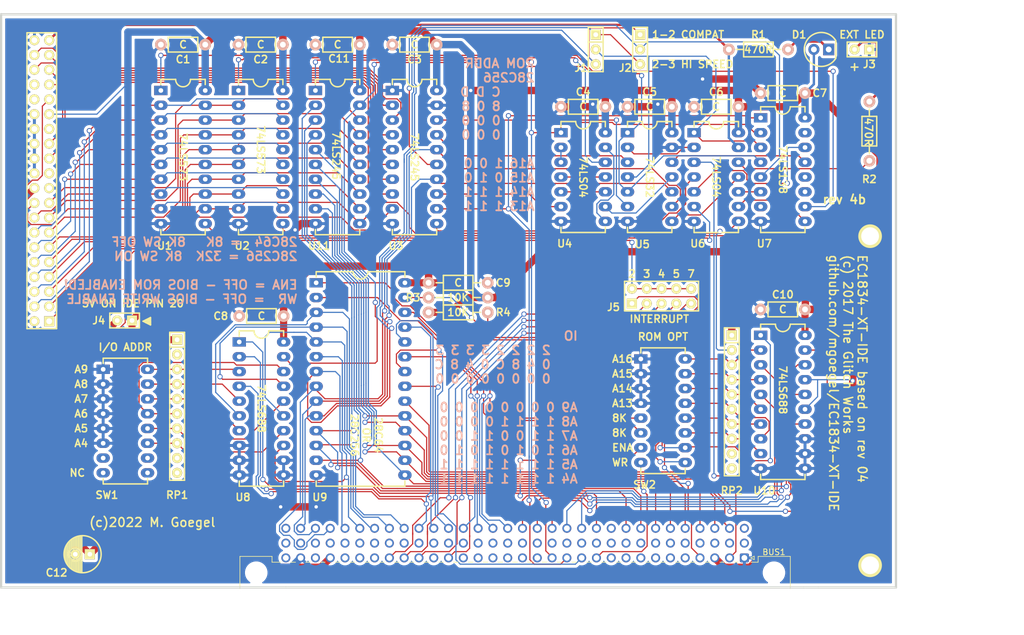
<source format=kicad_pcb>
(kicad_pcb (version 20171130) (host pcbnew "(5.1.12)-1")
  (title_block (title "EC1834 XT-IDE Revision 4b") (date 2022-04-04) (rev 4b) (company "The Glitch Works / M. Goegel") (comment 1 "J. Chapman") (comment 2 "M. Goegel"))
  (layers (0 Component signal) (31 Copper signal) (34 B.Paste user) (35 F.Paste user) (36 B.SilkS user) (37 F.SilkS user) (38 B.Mask user) (39 F.Mask user) (44 Edge.Cuts user))
  (net 0 "")
  (net 1 /*CS1FX)
  (net 2 /*CS3FX)
  (net 3 /*IOR-IDE)
  (net 4 /*IOW-IDE)
  (net 5 /*IOW-ISA)
  (net 6 /*MEMR)
  (net 7 /*RESET)
  (net 8 //CS_ROM)
  (net 9 /3)
  (net 10 /4)
  (net 11 /5)
  (net 12 /6)
  (net 13 /7)
  (net 14 /A0-IDE)
  (net 15 /A0-ISA)
  (net 16 /A1-IDE)
  (net 17 /A1-ISA)
  (net 18 /A10)
  (net 19 /A11)
  (net 20 /A12)
  (net 21 /A2-IDE)
  (net 22 /A2-ISA)
  (net 23 /A3)
  (net 24 /D10)
  (net 25 /D11)
  (net 26 /D12)
  (net 27 /D13)
  (net 28 /D14)
  (net 29 /D15)
  (net 30 /D8)
  (net 31 /D9)
  (net 32 /INTRQ)
  (net 33 /IRQ3)
  (net 34 /IRQ4)
  (net 35 /IRQ5)
  (net 36 /IRQ7)
  (net 37 /PC-DB0)
  (net 38 /PC-DB1)
  (net 39 /PC-DB2)
  (net 40 /PC-DB3)
  (net 41 /PC-DB4)
  (net 42 /PC-DB5)
  (net 43 /PC-DB6)
  (net 44 /PC-DB7)
  (net 45 /VCC_CF)
  (net 46 GND)
  (net 47 VCC)
  (net 48 *MEMW)
  (net 49 AEN)
  (net 50 A14)
  (net 51 A13)
  (net 52 "Net-(R2-Pad2)")
  (net 53 /ROM_WE)
  (net 54 "Net-(RP2-Pad6)")
  (net 55 "Net-(RP2-Pad5)")
  (net 56 "Net-(RP2-Pad4)")
  (net 57 "Net-(RP2-Pad3)")
  (net 58 "Net-(RP1-Pad7)")
  (net 59 "Net-(RP1-Pad8)")
  (net 60 "Net-(RP2-Pad7)")
  (net 61 "Net-(RP2-Pad8)")
  (net 62 "Net-(RP1-Pad3)")
  (net 63 "Net-(RP1-Pad4)")
  (net 64 "Net-(RP1-Pad5)")
  (net 65 "Net-(RP1-Pad6)")
  (net 66 A19)
  (net 67 A18)
  (net 68 A17)
  (net 69 A16)
  (net 70 A15)
  (net 71 A9)
  (net 72 A8)
  (net 73 A7)
  (net 74 A6)
  (net 75 A5)
  (net 76 A4)
  (net 77 "Net-(U4-Pad11)")
  (net 78 "Net-(J2-Pad2)")
  (net 79 "Net-(J3-Pad2)")
  (net 80 *DASP)
  (net 81 "Net-(R4-Pad2)")
  (net 82 "Net-(D1-Pad1)")
  (net 83 D7)
  (net 84 RESDRV)
  (net 85 IRQ2)
  (net 86 *IOR-ISA)
  (net 87 D6)
  (net 88 D5)
  (net 89 D4)
  (net 90 D3)
  (net 91 D2)
  (net 92 D1)
  (net 93 D0)
  (net 94 /DMARQ)
  (net 95 /IORDY)
  (net 96 /IOCS16)
  (net 97 /PDIAG)
  (net 98 "Net-(RP1-Pad2)")
  (net 99 "Net-(RP1-Pad9)")
  (net 100 "Net-(RP1-Pad10)")
  (net 101 "Net-(RP2-Pad9)")
  (net 102 "Net-(RP2-Pad10)")
  (net 103 "Net-(U3-Pad11)")
  (net 104 "Net-(U4-Pad2)")
  (net 105 "Net-(SW1-Pad7)")
  (net 106 "Net-(SW1-Pad10)")
  (net 107 *CS_IDE)
  (net 108 *IOR_DELAYED)
  (net 109 "Net-(U4-Pad10)")
  (net 110 "Net-(U5-Pad2)")
  (net 111 "Net-(U5-Pad8)")
  (net 112 "Net-(U6-Pad5)")
  (net 113 "Net-(U6-Pad9)")
  (net 114 "Net-(U6-Pad10)")
  (net 115 "Net-(U7-Pad7)")
  (net 116 "Net-(U7-Pad11)")
  (net 117 "Net-(U7-Pad12)")
  (net 118 "Net-(U7-Pad15)")
  (net 119 "Net-(J1-Pad2)")
  (net 120 *HI_OUT_DELAYED)
  (net 121 "Net-(U4-Pad13)")
  (net 122 *HI_BYTE_OUTPUT)
  (net 123 "Net-(U4-Pad9)")
  (net 124 "Net-(BUS1-Padc32)")
  (net 125 "Net-(BUS1-Padc10)")
  (net 126 "Net-(BUS1-Padc1)")
  (net 127 "Net-(BUS1-Pada32)")
  (net 128 "Net-(BUS1-Pada30)")
  (net 129 "Net-(BUS1-Pada28)")
  (net 130 "Net-(BUS1-Pada27)")
  (net 131 "Net-(BUS1-Pada26)")
  (net 132 "Net-(BUS1-Pada22)")
  (net 133 "Net-(BUS1-Pada20)")
  (net 134 "Net-(BUS1-Pada19)")
  (net 135 "Net-(BUS1-Pada18)")
  (net 136 "Net-(BUS1-Pada17)")
  (net 137 "Net-(BUS1-Pada16)")
  (net 138 "Net-(BUS1-Pada15)")
  (net 139 "Net-(BUS1-Pada10)")
  (net 140 "Net-(BUS1-Pada9)")
  (net 141 "Net-(BUS1-Pada7)")
  (net 142 "Net-(BUS1-Pada6)")
  (net 143 "Net-(BUS1-Pada5)")
  (net 144 "Net-(SW1-Pad8)")
  (net 145 "Net-(SW1-Pad9)")
  (net 146 "Net-(BUS1-Pada8)")
  (module Connector_DIN:DIN41612_C_3x32_Male_Horizontal_THT (layer Component) (at 165.1 139.065 180)
    (fp_text reference BUS1 (at -5.08 1) (layer F.SilkS))
    (fp_text value BUS_EC1834_8Bit)
    (pad c32 thru_hole circle (at 78.74 5.08 180) (size 1.55 1.55) (drill 1) (layers *.Cu *.Mask) (net 124 "Net-(BUS1-Padc32)"))
    (pad c31 thru_hole circle (at 76.2 5.08 180) (size 1.55 1.55) (drill 1) (layers *.Cu *.Mask) (net 15 /A0-ISA))
    (pad c30 thru_hole circle (at 73.66 5.08 180) (size 1.55 1.55) (drill 1) (layers *.Cu *.Mask) (net 17 /A1-ISA))
    (pad c29 thru_hole circle (at 71.12 5.08 180) (size 1.55 1.55) (drill 1) (layers *.Cu *.Mask) (net 22 /A2-ISA))
    (pad c28 thru_hole circle (at 68.58 5.08 180) (size 1.55 1.55) (drill 1) (layers *.Cu *.Mask) (net 23 /A3))
    (pad c27 thru_hole circle (at 66.04 5.08 180) (size 1.55 1.55) (drill 1) (layers *.Cu *.Mask) (net 76 A4))
    (pad c26 thru_hole circle (at 63.5 5.08 180) (size 1.55 1.55) (drill 1) (layers *.Cu *.Mask) (net 75 A5))
    (pad c25 thru_hole circle (at 60.96 5.08 180) (size 1.55 1.55) (drill 1) (layers *.Cu *.Mask) (net 74 A6))
    (pad c24 thru_hole circle (at 58.42 5.08 180) (size 1.55 1.55) (drill 1) (layers *.Cu *.Mask) (net 73 A7))
    (pad c23 thru_hole circle (at 55.88 5.08 180) (size 1.55 1.55) (drill 1) (layers *.Cu *.Mask) (net 72 A8))
    (pad c22 thru_hole circle (at 53.34 5.08 180) (size 1.55 1.55) (drill 1) (layers *.Cu *.Mask) (net 71 A9))
    (pad c21 thru_hole circle (at 50.8 5.08 180) (size 1.55 1.55) (drill 1) (layers *.Cu *.Mask) (net 18 /A10))
    (pad c20 thru_hole circle (at 48.26 5.08 180) (size 1.55 1.55) (drill 1) (layers *.Cu *.Mask) (net 19 /A11))
    (pad c19 thru_hole circle (at 45.72 5.08 180) (size 1.55 1.55) (drill 1) (layers *.Cu *.Mask) (net 20 /A12))
    (pad c18 thru_hole circle (at 43.18 5.08 180) (size 1.55 1.55) (drill 1) (layers *.Cu *.Mask) (net 51 A13))
    (pad c17 thru_hole circle (at 40.64 5.08 180) (size 1.55 1.55) (drill 1) (layers *.Cu *.Mask) (net 50 A14))
    (pad c16 thru_hole circle (at 38.1 5.08 180) (size 1.55 1.55) (drill 1) (layers *.Cu *.Mask) (net 70 A15))
    (pad c15 thru_hole circle (at 35.56 5.08 180) (size 1.55 1.55) (drill 1) (layers *.Cu *.Mask) (net 69 A16))
    (pad c14 thru_hole circle (at 33.02 5.08 180) (size 1.55 1.55) (drill 1) (layers *.Cu *.Mask) (net 68 A17))
    (pad c13 thru_hole circle (at 30.48 5.08 180) (size 1.55 1.55) (drill 1) (layers *.Cu *.Mask) (net 67 A18))
    (pad c12 thru_hole circle (at 27.94 5.08 180) (size 1.55 1.55) (drill 1) (layers *.Cu *.Mask) (net 66 A19))
    (pad c11 thru_hole circle (at 25.4 5.08 180) (size 1.55 1.55) (drill 1) (layers *.Cu *.Mask) (net 49 AEN))
    (pad c10 thru_hole circle (at 22.86 5.08 180) (size 1.55 1.55) (drill 1) (layers *.Cu *.Mask) (net 125 "Net-(BUS1-Padc10)"))
    (pad c9 thru_hole circle (at 20.32 5.08 180) (size 1.55 1.55) (drill 1) (layers *.Cu *.Mask) (net 37 /PC-DB0))
    (pad c8 thru_hole circle (at 17.78 5.08 180) (size 1.55 1.55) (drill 1) (layers *.Cu *.Mask) (net 38 /PC-DB1))
    (pad c7 thru_hole circle (at 15.24 5.08 180) (size 1.55 1.55) (drill 1) (layers *.Cu *.Mask) (net 39 /PC-DB2))
    (pad c6 thru_hole circle (at 12.7 5.08 180) (size 1.55 1.55) (drill 1) (layers *.Cu *.Mask) (net 40 /PC-DB3))
    (pad c5 thru_hole circle (at 10.16 5.08 180) (size 1.55 1.55) (drill 1) (layers *.Cu *.Mask) (net 41 /PC-DB4))
    (pad c4 thru_hole circle (at 7.62 5.08 180) (size 1.55 1.55) (drill 1) (layers *.Cu *.Mask) (net 42 /PC-DB5))
    (pad c3 thru_hole circle (at 5.08 5.08 180) (size 1.55 1.55) (drill 1) (layers *.Cu *.Mask) (net 43 /PC-DB6))
    (pad c2 thru_hole circle (at 2.54 5.08 180) (size 1.55 1.55) (drill 1) (layers *.Cu *.Mask) (net 44 /PC-DB7))
    (pad c1 thru_hole circle (at 0 5.08 180) (size 1.55 1.55) (drill 1) (layers *.Cu *.Mask) (net 126 "Net-(BUS1-Padc1)"))
    (pad b32 thru_hole circle (at 78.74 2.54 180) (size 1.55 1.55) (drill 1) (layers *.Cu *.Mask))
    (pad b31 thru_hole circle (at 76.2 2.54 180) (size 1.55 1.55) (drill 1) (layers *.Cu *.Mask))
    (pad b30 thru_hole circle (at 73.66 2.54 180) (size 1.55 1.55) (drill 1) (layers *.Cu *.Mask))
    (pad b29 thru_hole circle (at 71.12 2.54 180) (size 1.55 1.55) (drill 1) (layers *.Cu *.Mask))
    (pad b28 thru_hole circle (at 68.58 2.54 180) (size 1.55 1.55) (drill 1) (layers *.Cu *.Mask))
    (pad b27 thru_hole circle (at 66.04 2.54 180) (size 1.55 1.55) (drill 1) (layers *.Cu *.Mask))
    (pad b26 thru_hole circle (at 63.5 2.54 180) (size 1.55 1.55) (drill 1) (layers *.Cu *.Mask))
    (pad b25 thru_hole circle (at 60.96 2.54 180) (size 1.55 1.55) (drill 1) (layers *.Cu *.Mask))
    (pad b24 thru_hole circle (at 58.42 2.54 180) (size 1.55 1.55) (drill 1) (layers *.Cu *.Mask))
    (pad b23 thru_hole circle (at 55.88 2.54 180) (size 1.55 1.55) (drill 1) (layers *.Cu *.Mask))
    (pad b22 thru_hole circle (at 53.34 2.54 180) (size 1.55 1.55) (drill 1) (layers *.Cu *.Mask))
    (pad b21 thru_hole circle (at 50.8 2.54 180) (size 1.55 1.55) (drill 1) (layers *.Cu *.Mask))
    (pad b20 thru_hole circle (at 48.26 2.54 180) (size 1.55 1.55) (drill 1) (layers *.Cu *.Mask))
    (pad b19 thru_hole circle (at 45.72 2.54 180) (size 1.55 1.55) (drill 1) (layers *.Cu *.Mask))
    (pad b18 thru_hole circle (at 43.18 2.54 180) (size 1.55 1.55) (drill 1) (layers *.Cu *.Mask))
    (pad b17 thru_hole circle (at 40.64 2.54 180) (size 1.55 1.55) (drill 1) (layers *.Cu *.Mask))
    (pad b16 thru_hole circle (at 38.1 2.54 180) (size 1.55 1.55) (drill 1) (layers *.Cu *.Mask))
    (pad b15 thru_hole circle (at 35.56 2.54 180) (size 1.55 1.55) (drill 1) (layers *.Cu *.Mask))
    (pad b14 thru_hole circle (at 33.02 2.54 180) (size 1.55 1.55) (drill 1) (layers *.Cu *.Mask))
    (pad b13 thru_hole circle (at 30.48 2.54 180) (size 1.55 1.55) (drill 1) (layers *.Cu *.Mask))
    (pad b12 thru_hole circle (at 27.94 2.54 180) (size 1.55 1.55) (drill 1) (layers *.Cu *.Mask))
    (pad b11 thru_hole circle (at 25.4 2.54 180) (size 1.55 1.55) (drill 1) (layers *.Cu *.Mask))
    (pad b10 thru_hole circle (at 22.86 2.54 180) (size 1.55 1.55) (drill 1) (layers *.Cu *.Mask))
    (pad b9 thru_hole circle (at 20.32 2.54 180) (size 1.55 1.55) (drill 1) (layers *.Cu *.Mask))
    (pad b8 thru_hole circle (at 17.78 2.54 180) (size 1.55 1.55) (drill 1) (layers *.Cu *.Mask))
    (pad b7 thru_hole circle (at 15.24 2.54 180) (size 1.55 1.55) (drill 1) (layers *.Cu *.Mask))
    (pad b6 thru_hole circle (at 12.7 2.54 180) (size 1.55 1.55) (drill 1) (layers *.Cu *.Mask))
    (pad b5 thru_hole circle (at 10.16 2.54 180) (size 1.55 1.55) (drill 1) (layers *.Cu *.Mask))
    (pad b4 thru_hole circle (at 7.62 2.54 180) (size 1.55 1.55) (drill 1) (layers *.Cu *.Mask))
    (pad b3 thru_hole circle (at 5.08 2.54 180) (size 1.55 1.55) (drill 1) (layers *.Cu *.Mask))
    (pad b2 thru_hole circle (at 2.54 2.54 180) (size 1.55 1.55) (drill 1) (layers *.Cu *.Mask))
    (pad b1 thru_hole circle (at 0 2.54 180) (size 1.55 1.55) (drill 1) (layers *.Cu *.Mask))
    (pad a32 thru_hole circle (at 78.74 0 180) (size 1.55 1.55) (drill 1) (layers *.Cu *.Mask) (net 127 "Net-(BUS1-Pada32)"))
    (pad a31 thru_hole circle (at 76.2 0 180) (size 1.55 1.55) (drill 1) (layers *.Cu *.Mask) (net 46 GND))
    (pad a30 thru_hole circle (at 73.66 0 180) (size 1.55 1.55) (drill 1) (layers *.Cu *.Mask) (net 128 "Net-(BUS1-Pada30)"))
    (pad a29 thru_hole circle (at 71.12 0 180) (size 1.55 1.55) (drill 1) (layers *.Cu *.Mask) (net 47 VCC))
    (pad a28 thru_hole circle (at 68.58 0 180) (size 1.55 1.55) (drill 1) (layers *.Cu *.Mask) (net 129 "Net-(BUS1-Pada28)"))
    (pad a27 thru_hole circle (at 66.04 0 180) (size 1.55 1.55) (drill 1) (layers *.Cu *.Mask) (net 130 "Net-(BUS1-Pada27)"))
    (pad a26 thru_hole circle (at 63.5 0 180) (size 1.55 1.55) (drill 1) (layers *.Cu *.Mask) (net 131 "Net-(BUS1-Pada26)"))
    (pad a25 thru_hole circle (at 60.96 0 180) (size 1.55 1.55) (drill 1) (layers *.Cu *.Mask) (net 33 /IRQ3))
    (pad a24 thru_hole circle (at 58.42 0 180) (size 1.55 1.55) (drill 1) (layers *.Cu *.Mask) (net 34 /IRQ4))
    (pad a23 thru_hole circle (at 55.88 0 180) (size 1.55 1.55) (drill 1) (layers *.Cu *.Mask) (net 35 /IRQ5))
    (pad a22 thru_hole circle (at 53.34 0 180) (size 1.55 1.55) (drill 1) (layers *.Cu *.Mask) (net 132 "Net-(BUS1-Pada22)"))
    (pad a21 thru_hole circle (at 50.8 0 180) (size 1.55 1.55) (drill 1) (layers *.Cu *.Mask) (net 36 /IRQ7))
    (pad a20 thru_hole circle (at 48.26 0 180) (size 1.55 1.55) (drill 1) (layers *.Cu *.Mask) (net 133 "Net-(BUS1-Pada20)"))
    (pad a19 thru_hole circle (at 45.72 0 180) (size 1.55 1.55) (drill 1) (layers *.Cu *.Mask) (net 134 "Net-(BUS1-Pada19)"))
    (pad a18 thru_hole circle (at 43.18 0 180) (size 1.55 1.55) (drill 1) (layers *.Cu *.Mask) (net 135 "Net-(BUS1-Pada18)"))
    (pad a17 thru_hole circle (at 40.64 0 180) (size 1.55 1.55) (drill 1) (layers *.Cu *.Mask) (net 136 "Net-(BUS1-Pada17)"))
    (pad a16 thru_hole circle (at 38.1 0 180) (size 1.55 1.55) (drill 1) (layers *.Cu *.Mask) (net 137 "Net-(BUS1-Pada16)"))
    (pad a15 thru_hole circle (at 35.56 0 180) (size 1.55 1.55) (drill 1) (layers *.Cu *.Mask) (net 138 "Net-(BUS1-Pada15)"))
    (pad a14 thru_hole circle (at 33.02 0 180) (size 1.55 1.55) (drill 1) (layers *.Cu *.Mask) (net 86 *IOR-ISA))
    (pad a13 thru_hole circle (at 30.48 0 180) (size 1.55 1.55) (drill 1) (layers *.Cu *.Mask) (net 5 /*IOW-ISA))
    (pad a12 thru_hole circle (at 27.94 0 180) (size 1.55 1.55) (drill 1) (layers *.Cu *.Mask) (net 6 /*MEMR))
    (pad a11 thru_hole circle (at 25.4 0 180) (size 1.55 1.55) (drill 1) (layers *.Cu *.Mask) (net 48 *MEMW))
    (pad a10 thru_hole circle (at 22.86 0 180) (size 1.55 1.55) (drill 1) (layers *.Cu *.Mask) (net 139 "Net-(BUS1-Pada10)"))
    (pad a9 thru_hole circle (at 20.32 0 180) (size 1.55 1.55) (drill 1) (layers *.Cu *.Mask) (net 140 "Net-(BUS1-Pada9)"))
    (pad a8 thru_hole circle (at 17.78 0 180) (size 1.55 1.55) (drill 1) (layers *.Cu *.Mask) (net 146 "Net-(BUS1-Pada8)"))
    (pad a7 thru_hole circle (at 15.24 0 180) (size 1.55 1.55) (drill 1) (layers *.Cu *.Mask) (net 141 "Net-(BUS1-Pada7)"))
    (pad a6 thru_hole circle (at 12.7 0 180) (size 1.55 1.55) (drill 1) (layers *.Cu *.Mask) (net 142 "Net-(BUS1-Pada6)"))
    (pad a5 thru_hole circle (at 10.16 0 180) (size 1.55 1.55) (drill 1) (layers *.Cu *.Mask) (net 143 "Net-(BUS1-Pada5)"))
    (pad a4 thru_hole circle (at 7.62 0 180) (size 1.55 1.55) (drill 1) (layers *.Cu *.Mask) (net 85 IRQ2))
    (pad a3 thru_hole circle (at 5.08 0 180) (size 1.55 1.55) (drill 1) (layers *.Cu *.Mask) (net 47 VCC))
    (pad a2 thru_hole circle (at 2.54 0 180) (size 1.55 1.55) (drill 1) (layers *.Cu *.Mask) (net 84 RESDRV))
    (pad a1 thru_hole roundrect (at 0 0 180) (size 1.55 1.55) (drill 1) (layers *.Cu *.Mask) (roundrect_rratio 0.1612896774193548) (net 46 GND))
    (pad "" np_thru_hole circle (at 83.82 -2.54 180) (size 2.85 2.85) (drill 2.85) (layers *.Cu *.Mask))
    (pad "" np_thru_hole circle (at -5.08 -2.54 180) (size 2.85 2.85) (drill 2.85) (layers *.Cu *.Mask))
  )
  (module gw_dips:DIP-28_600_OBROUND (layer Component) (at 91.567 91.821)
    (fp_text reference U9 (at 0.635 36.83) (layer F.SilkS) (effects (font (size 1.27 1.27) (thickness 0.254))))
    (fp_text value 28C256 hide)
    (pad 1 thru_hole rect (at 0 0) (size 2.3 1.6) (drill 0.8) (layers *.Cu *.Mask) (net 50 A14))
    (pad 2 thru_hole oval (at 0 2.54) (size 2.3 1.6) (drill 0.8) (layers *.Cu *.Mask) (net 20 /A12))
    (pad 3 thru_hole oval (at 0 5.08) (size 2.3 1.6) (drill 0.8) (layers *.Cu *.Mask) (net 73 A7))
    (pad 4 thru_hole oval (at 0 7.62) (size 2.3 1.6) (drill 0.8) (layers *.Cu *.Mask) (net 74 A6))
    (pad 5 thru_hole oval (at 0 10.16) (size 2.3 1.6) (drill 0.8) (layers *.Cu *.Mask) (net 75 A5))
    (pad 6 thru_hole oval (at 0 12.7) (size 2.3 1.6) (drill 0.8) (layers *.Cu *.Mask) (net 76 A4))
    (pad 7 thru_hole oval (at 0 15.24) (size 2.3 1.6) (drill 0.8) (layers *.Cu *.Mask) (net 23 /A3))
    (pad 8 thru_hole oval (at 0 17.78) (size 2.3 1.6) (drill 0.8) (layers *.Cu *.Mask) (net 22 /A2-ISA))
    (pad 9 thru_hole oval (at 0 20.32) (size 2.3 1.6) (drill 0.8) (layers *.Cu *.Mask) (net 17 /A1-ISA))
    (pad 10 thru_hole oval (at 0 22.86) (size 2.3 1.6) (drill 0.8) (layers *.Cu *.Mask) (net 15 /A0-ISA))
    (pad 11 thru_hole oval (at 0 25.4) (size 2.3 1.6) (drill 0.8) (layers *.Cu *.Mask) (net 37 /PC-DB0))
    (pad 12 thru_hole oval (at 0 27.94) (size 2.3 1.6) (drill 0.8) (layers *.Cu *.Mask) (net 38 /PC-DB1))
    (pad 13 thru_hole oval (at 0 30.48) (size 2.3 1.6) (drill 0.8) (layers *.Cu *.Mask) (net 39 /PC-DB2))
    (pad 14 thru_hole oval (at 0 33.02) (size 2.3 1.6) (drill 0.8) (layers *.Cu *.Mask) (net 46 GND))
    (pad 15 thru_hole oval (at 15.24 33.02) (size 2.3 1.6) (drill 0.8) (layers *.Cu *.Mask) (net 40 /PC-DB3))
    (pad 16 thru_hole oval (at 15.24 30.48) (size 2.3 1.6) (drill 0.8) (layers *.Cu *.Mask) (net 41 /PC-DB4))
    (pad 17 thru_hole oval (at 15.24 27.94) (size 2.3 1.6) (drill 0.8) (layers *.Cu *.Mask) (net 42 /PC-DB5))
    (pad 18 thru_hole oval (at 15.24 25.4) (size 2.3 1.6) (drill 0.8) (layers *.Cu *.Mask) (net 43 /PC-DB6))
    (pad 19 thru_hole oval (at 15.24 22.86) (size 2.3 1.6) (drill 0.8) (layers *.Cu *.Mask) (net 44 /PC-DB7))
    (pad 20 thru_hole oval (at 15.24 20.32) (size 2.3 1.6) (drill 0.8) (layers *.Cu *.Mask) (net 8 //CS_ROM))
    (pad 21 thru_hole oval (at 15.24 17.78) (size 2.3 1.6) (drill 0.8) (layers *.Cu *.Mask) (net 18 /A10))
    (pad 22 thru_hole oval (at 15.24 15.24) (size 2.3 1.6) (drill 0.8) (layers *.Cu *.Mask) (net 6 /*MEMR))
    (pad 23 thru_hole oval (at 15.24 12.7) (size 2.3 1.6) (drill 0.8) (layers *.Cu *.Mask) (net 19 /A11))
    (pad 24 thru_hole oval (at 15.24 10.16) (size 2.3 1.6) (drill 0.8) (layers *.Cu *.Mask) (net 71 A9))
    (pad 25 thru_hole oval (at 15.24 7.62) (size 2.3 1.6) (drill 0.8) (layers *.Cu *.Mask) (net 72 A8))
    (pad 26 thru_hole oval (at 15.24 5.08) (size 2.3 1.6) (drill 0.8) (layers *.Cu *.Mask) (net 51 A13))
    (pad 27 thru_hole oval (at 15.24 2.54) (size 2.3 1.6) (drill 0.8) (layers *.Cu *.Mask) (net 53 /ROM_WE))
    (pad 28 thru_hole oval (at 15.24 0) (size 2.3 1.6) (drill 0.8) (layers *.Cu *.Mask) (net 47 VCC))
  )
  (module gw_axial_res_cap:AX_400 (layer Component) (at 110.871 91.821)
    (fp_text reference C9 (at 12.827 0) (layer F.SilkS) (effects (font (size 1.27 1.27) (thickness 0.254))))
    (fp_text value C (at 5.08 0) (layer F.SilkS) (effects (font (size 1.27 1.27) (thickness 0.254))))
    (pad 1 thru_hole circle (at 0 0) (size 1.99898 1.99898) (drill 1.00076) (layers *.Cu *.SilkS *.Mask) (net 47 VCC))
    (pad 2 thru_hole circle (at 10.16 0) (size 1.99898 1.99898) (drill 1.00076) (layers *.Cu *.SilkS *.Mask) (net 46 GND))
  )
  (module gw_axial_res_cap:AX_400 (layer Component) (at 121.031 94.361 180)
    (fp_text reference R3 (at 12.827 0 180) (layer F.SilkS) (effects (font (size 1.27 1.27) (thickness 0.254))))
    (fp_text value 10K (at 5.08 0 180) (layer F.SilkS) (effects (font (size 1.27 1.27) (thickness 0.254))))
    (pad 1 thru_hole circle (at 0 0 180) (size 1.99898 1.99898) (drill 1.00076) (layers *.Cu *.SilkS *.Mask) (net 47 VCC))
    (pad 2 thru_hole circle (at 10.16 0 180) (size 1.99898 1.99898) (drill 1.00076) (layers *.Cu *.SilkS *.Mask) (net 53 /ROM_WE))
  )
  (module gw_axial_res_cap:AX_400 (layer Component) (at 110.871 96.901)
    (fp_text reference R4 (at 12.827 0) (layer F.SilkS) (effects (font (size 1.27 1.27) (thickness 0.254))))
    (fp_text value 10K (at 5.08 0) (layer F.SilkS) (effects (font (size 1.27 1.27) (thickness 0.254))))
    (pad 1 thru_hole circle (at 0 0) (size 1.99898 1.99898) (drill 1.00076) (layers *.Cu *.SilkS *.Mask) (net 47 VCC))
    (pad 2 thru_hole circle (at 10.16 0) (size 1.99898 1.99898) (drill 1.00076) (layers *.Cu *.SilkS *.Mask) (net 81 "Net-(R4-Pad2)"))
  )
  (module gw_dips:DIP-20_300_OBROUND (layer Component) (at 64.897 58.801)
    (fp_text reference U1 (at 0.635 26.67) (layer F.SilkS) (effects (font (size 1.27 1.27) (thickness 0.254))))
    (fp_text value 74LS573 hide)
    (pad 1 thru_hole rect (at 0 0) (size 2.3 1.6) (drill 0.8) (layers *.Cu *.Mask) (net 10 /4))
    (pad 2 thru_hole oval (at 0 2.54) (size 2.3 1.6) (drill 0.8) (layers *.Cu *.Mask) (net 30 /D8))
    (pad 3 thru_hole oval (at 0 5.08) (size 2.3 1.6) (drill 0.8) (layers *.Cu *.Mask) (net 31 /D9))
    (pad 4 thru_hole oval (at 0 7.62) (size 2.3 1.6) (drill 0.8) (layers *.Cu *.Mask) (net 24 /D10))
    (pad 5 thru_hole oval (at 0 10.16) (size 2.3 1.6) (drill 0.8) (layers *.Cu *.Mask) (net 25 /D11))
    (pad 6 thru_hole oval (at 0 12.7) (size 2.3 1.6) (drill 0.8) (layers *.Cu *.Mask) (net 26 /D12))
    (pad 7 thru_hole oval (at 0 15.24) (size 2.3 1.6) (drill 0.8) (layers *.Cu *.Mask) (net 27 /D13))
    (pad 8 thru_hole oval (at 0 17.78) (size 2.3 1.6) (drill 0.8) (layers *.Cu *.Mask) (net 28 /D14))
    (pad 9 thru_hole oval (at 0 20.32) (size 2.3 1.6) (drill 0.8) (layers *.Cu *.Mask) (net 29 /D15))
    (pad 10 thru_hole oval (at 0 22.86) (size 2.3 1.6) (drill 0.8) (layers *.Cu *.Mask) (net 46 GND))
    (pad 11 thru_hole oval (at 7.62 22.86) (size 2.3 1.6) (drill 0.8) (layers *.Cu *.Mask) (net 11 /5))
    (pad 12 thru_hole oval (at 7.62 20.32) (size 2.3 1.6) (drill 0.8) (layers *.Cu *.Mask) (net 83 D7))
    (pad 13 thru_hole oval (at 7.62 17.78) (size 2.3 1.6) (drill 0.8) (layers *.Cu *.Mask) (net 87 D6))
    (pad 14 thru_hole oval (at 7.62 15.24) (size 2.3 1.6) (drill 0.8) (layers *.Cu *.Mask) (net 88 D5))
    (pad 15 thru_hole oval (at 7.62 12.7) (size 2.3 1.6) (drill 0.8) (layers *.Cu *.Mask) (net 89 D4))
    (pad 16 thru_hole oval (at 7.62 10.16) (size 2.3 1.6) (drill 0.8) (layers *.Cu *.Mask) (net 90 D3))
    (pad 17 thru_hole oval (at 7.62 7.62) (size 2.3 1.6) (drill 0.8) (layers *.Cu *.Mask) (net 91 D2))
    (pad 18 thru_hole oval (at 7.62 5.08) (size 2.3 1.6) (drill 0.8) (layers *.Cu *.Mask) (net 92 D1))
    (pad 19 thru_hole oval (at 7.62 2.54) (size 2.3 1.6) (drill 0.8) (layers *.Cu *.Mask) (net 93 D0))
    (pad 20 thru_hole oval (at 7.62 0) (size 2.3 1.6) (drill 0.8) (layers *.Cu *.Mask) (net 47 VCC))
  )
  (module gw_dips:DIP-20_300_OBROUND (layer Component) (at 104.648 58.801)
    (fp_text reference U3 (at 0.635 26.67) (layer F.SilkS) (effects (font (size 1.27 1.27) (thickness 0.254))))
    (fp_text value 74LS245 hide)
    (pad 1 thru_hole rect (at 0 0) (size 2.3 1.6) (drill 0.8) (layers *.Cu *.Mask) (net 46 GND))
    (pad 2 thru_hole oval (at 0 2.54) (size 2.3 1.6) (drill 0.8) (layers *.Cu *.Mask) (net 1 /*CS1FX))
    (pad 3 thru_hole oval (at 0 5.08) (size 2.3 1.6) (drill 0.8) (layers *.Cu *.Mask) (net 2 /*CS3FX))
    (pad 4 thru_hole oval (at 0 7.62) (size 2.3 1.6) (drill 0.8) (layers *.Cu *.Mask) (net 21 /A2-IDE))
    (pad 5 thru_hole oval (at 0 10.16) (size 2.3 1.6) (drill 0.8) (layers *.Cu *.Mask) (net 14 /A0-IDE))
    (pad 6 thru_hole oval (at 0 12.7) (size 2.3 1.6) (drill 0.8) (layers *.Cu *.Mask) (net 16 /A1-IDE))
    (pad 7 thru_hole oval (at 0 15.24) (size 2.3 1.6) (drill 0.8) (layers *.Cu *.Mask) (net 3 /*IOR-IDE))
    (pad 8 thru_hole oval (at 0 17.78) (size 2.3 1.6) (drill 0.8) (layers *.Cu *.Mask) (net 4 /*IOW-IDE))
    (pad 9 thru_hole oval (at 0 20.32) (size 2.3 1.6) (drill 0.8) (layers *.Cu *.Mask) (net 7 /*RESET))
    (pad 10 thru_hole oval (at 0 22.86) (size 2.3 1.6) (drill 0.8) (layers *.Cu *.Mask) (net 46 GND))
    (pad 11 thru_hole oval (at 7.62 22.86) (size 2.3 1.6) (drill 0.8) (layers *.Cu *.Mask) (net 103 "Net-(U3-Pad11)"))
    (pad 12 thru_hole oval (at 7.62 20.32) (size 2.3 1.6) (drill 0.8) (layers *.Cu *.Mask) (net 5 /*IOW-ISA))
    (pad 13 thru_hole oval (at 7.62 17.78) (size 2.3 1.6) (drill 0.8) (layers *.Cu *.Mask) (net 108 *IOR_DELAYED))
    (pad 14 thru_hole oval (at 7.62 15.24) (size 2.3 1.6) (drill 0.8) (layers *.Cu *.Mask) (net 17 /A1-ISA))
    (pad 15 thru_hole oval (at 7.62 12.7) (size 2.3 1.6) (drill 0.8) (layers *.Cu *.Mask) (net 78 "Net-(J2-Pad2)"))
    (pad 16 thru_hole oval (at 7.62 10.16) (size 2.3 1.6) (drill 0.8) (layers *.Cu *.Mask) (net 22 /A2-ISA))
    (pad 17 thru_hole oval (at 7.62 7.62) (size 2.3 1.6) (drill 0.8) (layers *.Cu *.Mask) (net 12 /6))
    (pad 18 thru_hole oval (at 7.62 5.08) (size 2.3 1.6) (drill 0.8) (layers *.Cu *.Mask) (net 13 /7))
    (pad 19 thru_hole oval (at 7.62 2.54) (size 2.3 1.6) (drill 0.8) (layers *.Cu *.Mask) (net 46 GND))
    (pad 20 thru_hole oval (at 7.62 0) (size 2.3 1.6) (drill 0.8) (layers *.Cu *.Mask) (net 47 VCC))
  )
  (module mounting:120mil_no_silkscreen (layer Component) (at 186.69 140.335)
    (fp_text reference P6 hide)
    (fp_text value CONN_1 hide)
    (pad 1 thru_hole circle (at 0 0) (size 4.064 4.064) (drill 3.048) (layers *.Cu *.Mask F.SilkS) (net 46 GND))
  )
  (module mounting:120mil_no_silkscreen (layer Component) (at 186.69 83.82)
    (fp_text reference P7 hide)
    (fp_text value CONN_1 hide)
    (pad 1 thru_hole circle (at 0 0) (size 4.064 4.064) (drill 3.048) (layers *.Cu *.Mask F.SilkS) (net 46 GND))
  )
  (module headers_with_detent:5x2 (layer Component) (at 150.876 94.107)
    (fp_text reference J5 (at -8.255 1.905) (layer F.SilkS) (effects (font (size 1.27 1.27) (thickness 0.254))))
    (fp_text value INTERRUPT (at -0.381 3.937) (layer F.SilkS) (effects (font (size 1.27 1.27) (thickness 0.254))))
    (pad 1 thru_hole rect (at -5.08 1.27) (size 1.7272 1.7272) (drill 0.8128) (layers *.Cu *.Mask F.SilkS) (net 85 IRQ2))
    (pad 2 thru_hole circle (at -5.08 -1.27) (size 1.7272 1.7272) (drill 0.8128) (layers *.Cu *.Mask F.SilkS) (net 32 /INTRQ))
    (pad 3 thru_hole circle (at -2.54 1.27) (size 1.7272 1.7272) (drill 0.8128) (layers *.Cu *.Mask F.SilkS) (net 33 /IRQ3))
    (pad 4 thru_hole circle (at -2.54 -1.27) (size 1.7272 1.7272) (drill 0.8128) (layers *.Cu *.Mask F.SilkS) (net 32 /INTRQ))
    (pad 5 thru_hole circle (at 0 1.27) (size 1.7272 1.7272) (drill 0.8128) (layers *.Cu *.Mask F.SilkS) (net 34 /IRQ4))
    (pad 6 thru_hole circle (at 0 -1.27) (size 1.7272 1.7272) (drill 0.8128) (layers *.Cu *.Mask F.SilkS) (net 32 /INTRQ))
    (pad 7 thru_hole circle (at 2.54 1.27) (size 1.7272 1.7272) (drill 0.8128) (layers *.Cu *.Mask F.SilkS) (net 35 /IRQ5))
    (pad 8 thru_hole circle (at 2.54 -1.27) (size 1.7272 1.7272) (drill 0.8128) (layers *.Cu *.Mask F.SilkS) (net 32 /INTRQ))
    (pad 9 thru_hole circle (at 5.08 1.27) (size 1.7272 1.7272) (drill 0.8128) (layers *.Cu *.Mask F.SilkS) (net 36 /IRQ7))
    (pad 10 thru_hole circle (at 5.08 -1.27) (size 1.7272 1.7272) (drill 0.8128) (layers *.Cu *.Mask F.SilkS) (net 32 /INTRQ))
  )
  (module headers_with_detent:1x3 (layer Component) (at 147.193 51.7525)
    (fp_text reference J2 (at -2.54 3.175) (layer F.SilkS) (effects (font (size 1.27 1.27) (thickness 0.254))))
    (fp_text value CONN_3 hide)
    (pad 1 thru_hole rect (at 0 -2.54 270) (size 1.7272 1.7272) (drill 0.8128) (layers *.Cu *.Mask F.SilkS) (net 15 /A0-ISA))
    (pad 2 thru_hole circle (at 0 0 270) (size 1.7272 1.7272) (drill 0.8128) (layers *.Cu *.Mask F.SilkS) (net 78 "Net-(J2-Pad2)"))
    (pad 3 thru_hole circle (at 0 2.54 270) (size 1.7272 1.7272) (drill 0.8128) (layers *.Cu *.Mask F.SilkS) (net 23 /A3))
  )
  (module headers_with_detent:1x3 (layer Component) (at 139.573 51.7525)
    (fp_text reference J1 (at -2.54 3.175) (layer F.SilkS) (effects (font (size 1.27 1.27) (thickness 0.254))))
    (fp_text value CONN_3 hide)
    (pad 1 thru_hole rect (at 0 -2.54 270) (size 1.7272 1.7272) (drill 0.8128) (layers *.Cu *.Mask F.SilkS) (net 23 /A3))
    (pad 2 thru_hole circle (at 0 0 270) (size 1.7272 1.7272) (drill 0.8128) (layers *.Cu *.Mask F.SilkS) (net 119 "Net-(J1-Pad2)"))
    (pad 3 thru_hole circle (at 0 2.54 270) (size 1.7272 1.7272) (drill 0.8128) (layers *.Cu *.Mask F.SilkS) (net 15 /A0-ISA))
  )
  (module headers_with_detent:1x2 (layer Component) (at 185.293 51.7525 270)
    (fp_text reference J3 (at 2.54 -1.27) (layer F.SilkS) (effects (font (size 1.27 1.27) (thickness 0.254))))
    (fp_text value CONN_2 hide)
    (pad 1 thru_hole rect (at 0 -1.27 180) (size 1.7272 1.7272) (drill 0.8128) (layers *.Cu *.Mask F.SilkS) (net 46 GND))
    (pad 2 thru_hole circle (at 0 1.27 180) (size 1.7272 1.7272) (drill 0.8128) (layers *.Cu *.Mask F.SilkS) (net 79 "Net-(J3-Pad2)"))
  )
  (module headers_with_detent:1x2 (layer Component) (at 58.674 98.298 270)
    (fp_text reference J4 (at 0 4.445) (layer F.SilkS) (effects (font (size 1.27 1.27) (thickness 0.254))))
    (fp_text value CONN_2 hide)
    (pad 1 thru_hole rect (at 0 -1.27 180) (size 1.7272 1.7272) (drill 0.8128) (layers *.Cu *.Mask F.SilkS) (net 47 VCC))
    (pad 2 thru_hole circle (at 0 1.27 180) (size 1.7272 1.7272) (drill 0.8128) (layers *.Cu *.Mask F.SilkS) (net 45 /VCC_CF))
  )
  (module gw_leds:LED-5MM (layer Component) (at 179.578 51.7525 180)
    (fp_text reference D1 (at 5.08 2.54 180) (layer F.SilkS) (effects (font (size 1.27 1.27) (thickness 0.254))))
    (fp_text value LED hide)
    (pad 1 thru_hole rect (at 0 0 270) (size 2 1.9) (drill 1.00076) (layers *.Cu *.Mask) (net 82 "Net-(D1-Pad1)"))
    (pad 2 thru_hole circle (at 2.54 0 180) (size 1.9 1.9) (drill 1.00076) (layers *.Cu *.Mask) (net 47 VCC))
  )
  (module gw_caps_polarized:CP_RAD_250_100 (layer Component) (at 52.705 138.43 180)
    (fp_text reference C12 (at 5.715 -3.175) (layer F.SilkS) (effects (font (size 1.27 1.27) (thickness 0.254))))
    (fp_text value 47uF hide)
    (pad 2 thru_hole circle (at 2.5 0 180) (size 1.7272 1.7272) (drill 0.8) (layers *.Cu *.Mask F.SilkS) (net 46 GND))
    (pad 1 thru_hole rect (at 0 0 180) (size 1.7272 1.7272) (drill 0.8) (layers *.Cu *.Mask F.SilkS) (net 47 VCC))
  )
  (module gw_symbols:PIN1_TRIANGLE_SILKSCREEN (layer Component) (at 61.849 98.425)
    (fp_text reference REF** hide)
    (fp_text value PIN1_TRIANGLE_SILKSCREEN hide)
  )
  (module gw_headers:STRAIGHT_2x20 (layer Component) (at 45.72 98.425 180)
    (fp_text reference IDE1 hide)
    (fp_text value CONN_20X2 hide)
    (pad 1 thru_hole rect (at 0 0 180) (size 1.7272 1.7272) (drill 1.016) (layers *.Cu *.Mask F.SilkS) (net 7 /*RESET))
    (pad 2 thru_hole oval (at 2.54 0 180) (size 1.7272 1.7272) (drill 1.016) (layers *.Cu *.Mask F.SilkS) (net 46 GND))
    (pad 3 thru_hole oval (at 0 2.54 180) (size 1.7272 1.7272) (drill 1.016) (layers *.Cu *.Mask F.SilkS) (net 83 D7))
    (pad 4 thru_hole oval (at 2.54 2.54 180) (size 1.7272 1.7272) (drill 1.016) (layers *.Cu *.Mask F.SilkS) (net 30 /D8))
    (pad 5 thru_hole oval (at 0 5.08 180) (size 1.7272 1.7272) (drill 1.016) (layers *.Cu *.Mask F.SilkS) (net 87 D6))
    (pad 6 thru_hole oval (at 2.54 5.08 180) (size 1.7272 1.7272) (drill 1.016) (layers *.Cu *.Mask F.SilkS) (net 31 /D9))
    (pad 7 thru_hole oval (at 0 7.62 180) (size 1.7272 1.7272) (drill 1.016) (layers *.Cu *.Mask F.SilkS) (net 88 D5))
    (pad 8 thru_hole oval (at 2.54 7.62 180) (size 1.7272 1.7272) (drill 1.016) (layers *.Cu *.Mask F.SilkS) (net 24 /D10))
    (pad 9 thru_hole oval (at 0 10.16 180) (size 1.7272 1.7272) (drill 1.016) (layers *.Cu *.Mask F.SilkS) (net 89 D4))
    (pad 10 thru_hole oval (at 2.54 10.16 180) (size 1.7272 1.7272) (drill 1.016) (layers *.Cu *.Mask F.SilkS) (net 25 /D11))
    (pad 11 thru_hole oval (at 0 12.7 180) (size 1.7272 1.7272) (drill 1.016) (layers *.Cu *.Mask F.SilkS) (net 90 D3))
    (pad 12 thru_hole oval (at 2.54 12.7 180) (size 1.7272 1.7272) (drill 1.016) (layers *.Cu *.Mask F.SilkS) (net 26 /D12))
    (pad 13 thru_hole oval (at 0 15.24 180) (size 1.7272 1.7272) (drill 1.016) (layers *.Cu *.Mask F.SilkS) (net 91 D2))
    (pad 14 thru_hole oval (at 2.54 15.24 180) (size 1.7272 1.7272) (drill 1.016) (layers *.Cu *.Mask F.SilkS) (net 27 /D13))
    (pad 15 thru_hole oval (at 0 17.78 180) (size 1.7272 1.7272) (drill 1.016) (layers *.Cu *.Mask F.SilkS) (net 92 D1))
    (pad 16 thru_hole oval (at 2.54 17.78 180) (size 1.7272 1.7272) (drill 1.016) (layers *.Cu *.Mask F.SilkS) (net 28 /D14))
    (pad 17 thru_hole oval (at 0 20.32 180) (size 1.7272 1.7272) (drill 1.016) (layers *.Cu *.Mask F.SilkS) (net 93 D0))
    (pad 18 thru_hole oval (at 2.54 20.32 180) (size 1.7272 1.7272) (drill 1.016) (layers *.Cu *.Mask F.SilkS) (net 29 /D15))
    (pad 19 thru_hole oval (at 0 22.86 180) (size 1.7272 1.7272) (drill 1.016) (layers *.Cu *.Mask F.SilkS) (net 46 GND))
    (pad 20 thru_hole oval (at 2.54 22.86 180) (size 1.7272 1.7272) (drill 1.016) (layers *.Cu *.Mask F.SilkS) (net 45 /VCC_CF))
    (pad 21 thru_hole oval (at 0 25.4 180) (size 1.7272 1.7272) (drill 1.016) (layers *.Cu *.Mask F.SilkS) (net 94 /DMARQ))
    (pad 22 thru_hole oval (at 2.54 25.4 180) (size 1.7272 1.7272) (drill 1.016) (layers *.Cu *.Mask F.SilkS) (net 46 GND))
    (pad 23 thru_hole oval (at 0 27.94 180) (size 1.7272 1.7272) (drill 1.016) (layers *.Cu *.Mask F.SilkS) (net 4 /*IOW-IDE))
    (pad 24 thru_hole oval (at 2.54 27.94 180) (size 1.7272 1.7272) (drill 1.016) (layers *.Cu *.Mask F.SilkS) (net 46 GND))
    (pad 25 thru_hole oval (at 0 30.48 180) (size 1.7272 1.7272) (drill 1.016) (layers *.Cu *.Mask F.SilkS) (net 3 /*IOR-IDE))
    (pad 26 thru_hole oval (at 2.54 30.48 180) (size 1.7272 1.7272) (drill 1.016) (layers *.Cu *.Mask F.SilkS) (net 46 GND))
    (pad 27 thru_hole oval (at 0 33.02 180) (size 1.7272 1.7272) (drill 1.016) (layers *.Cu *.Mask F.SilkS) (net 95 /IORDY))
    (pad 28 thru_hole oval (at 2.54 33.02 180) (size 1.7272 1.7272) (drill 1.016) (layers *.Cu *.Mask F.SilkS) (net 46 GND))
    (pad 29 thru_hole oval (at 0 35.56 180) (size 1.7272 1.7272) (drill 1.016) (layers *.Cu *.Mask F.SilkS) (net 47 VCC))
    (pad 30 thru_hole oval (at 2.54 35.56 180) (size 1.7272 1.7272) (drill 1.016) (layers *.Cu *.Mask F.SilkS) (net 46 GND))
    (pad 31 thru_hole oval (at 0 38.1 180) (size 1.7272 1.7272) (drill 1.016) (layers *.Cu *.Mask F.SilkS) (net 32 /INTRQ))
    (pad 32 thru_hole oval (at 2.54 38.1 180) (size 1.7272 1.7272) (drill 1.016) (layers *.Cu *.Mask F.SilkS) (net 96 /IOCS16))
    (pad 33 thru_hole oval (at 0 40.64 180) (size 1.7272 1.7272) (drill 1.016) (layers *.Cu *.Mask F.SilkS) (net 16 /A1-IDE))
    (pad 34 thru_hole oval (at 2.54 40.64 180) (size 1.7272 1.7272) (drill 1.016) (layers *.Cu *.Mask F.SilkS) (net 97 /PDIAG))
    (pad 35 thru_hole oval (at 0 43.18 180) (size 1.7272 1.7272) (drill 1.016) (layers *.Cu *.Mask F.SilkS) (net 14 /A0-IDE))
    (pad 36 thru_hole oval (at 2.54 43.18 180) (size 1.7272 1.7272) (drill 1.016) (layers *.Cu *.Mask F.SilkS) (net 21 /A2-IDE))
    (pad 37 thru_hole oval (at 0 45.72 180) (size 1.7272 1.7272) (drill 1.016) (layers *.Cu *.Mask F.SilkS) (net 1 /*CS1FX))
    (pad 38 thru_hole oval (at 2.54 45.72 180) (size 1.7272 1.7272) (drill 1.016) (layers *.Cu *.Mask F.SilkS) (net 2 /*CS3FX))
    (pad 39 thru_hole oval (at 0 48.26 180) (size 1.7272 1.7272) (drill 1.016) (layers *.Cu *.Mask F.SilkS) (net 80 *DASP))
    (pad 40 thru_hole oval (at 2.54 48.26 180) (size 1.7272 1.7272) (drill 1.016) (layers *.Cu *.Mask F.SilkS) (net 46 GND))
  )
  (module gw_dips:DIP-20_300_OBROUND (layer Component) (at 78.232 58.801)
    (fp_text reference U2 (at 0.635 26.67) (layer F.SilkS) (effects (font (size 1.27 1.27) (thickness 0.254))))
    (fp_text value 74LS573 hide)
    (pad 1 thru_hole rect (at 0 0) (size 2.3 1.6) (drill 0.8) (layers *.Cu *.Mask) (net 120 *HI_OUT_DELAYED))
    (pad 2 thru_hole oval (at 0 2.54) (size 2.3 1.6) (drill 0.8) (layers *.Cu *.Mask) (net 93 D0))
    (pad 3 thru_hole oval (at 0 5.08) (size 2.3 1.6) (drill 0.8) (layers *.Cu *.Mask) (net 92 D1))
    (pad 4 thru_hole oval (at 0 7.62) (size 2.3 1.6) (drill 0.8) (layers *.Cu *.Mask) (net 91 D2))
    (pad 5 thru_hole oval (at 0 10.16) (size 2.3 1.6) (drill 0.8) (layers *.Cu *.Mask) (net 90 D3))
    (pad 6 thru_hole oval (at 0 12.7) (size 2.3 1.6) (drill 0.8) (layers *.Cu *.Mask) (net 89 D4))
    (pad 7 thru_hole oval (at 0 15.24) (size 2.3 1.6) (drill 0.8) (layers *.Cu *.Mask) (net 88 D5))
    (pad 8 thru_hole oval (at 0 17.78) (size 2.3 1.6) (drill 0.8) (layers *.Cu *.Mask) (net 87 D6))
    (pad 9 thru_hole oval (at 0 20.32) (size 2.3 1.6) (drill 0.8) (layers *.Cu *.Mask) (net 83 D7))
    (pad 10 thru_hole oval (at 0 22.86) (size 2.3 1.6) (drill 0.8) (layers *.Cu *.Mask) (net 46 GND))
    (pad 11 thru_hole oval (at 7.62 22.86) (size 2.3 1.6) (drill 0.8) (layers *.Cu *.Mask) (net 9 /3))
    (pad 12 thru_hole oval (at 7.62 20.32) (size 2.3 1.6) (drill 0.8) (layers *.Cu *.Mask) (net 29 /D15))
    (pad 13 thru_hole oval (at 7.62 17.78) (size 2.3 1.6) (drill 0.8) (layers *.Cu *.Mask) (net 28 /D14))
    (pad 14 thru_hole oval (at 7.62 15.24) (size 2.3 1.6) (drill 0.8) (layers *.Cu *.Mask) (net 27 /D13))
    (pad 15 thru_hole oval (at 7.62 12.7) (size 2.3 1.6) (drill 0.8) (layers *.Cu *.Mask) (net 26 /D12))
    (pad 16 thru_hole oval (at 7.62 10.16) (size 2.3 1.6) (drill 0.8) (layers *.Cu *.Mask) (net 25 /D11))
    (pad 17 thru_hole oval (at 7.62 7.62) (size 2.3 1.6) (drill 0.8) (layers *.Cu *.Mask) (net 24 /D10))
    (pad 18 thru_hole oval (at 7.62 5.08) (size 2.3 1.6) (drill 0.8) (layers *.Cu *.Mask) (net 31 /D9))
    (pad 19 thru_hole oval (at 7.62 2.54) (size 2.3 1.6) (drill 0.8) (layers *.Cu *.Mask) (net 30 /D8))
    (pad 20 thru_hole oval (at 7.62 0) (size 2.3 1.6) (drill 0.8) (layers *.Cu *.Mask) (net 47 VCC))
  )
  (module gw_dips:DIP-14_300_OBROUND (layer Component) (at 145.034 66.04)
    (fp_text reference U5 (at 2.54 19.177) (layer F.SilkS) (effects (font (size 1.27 1.27) (thickness 0.254))))
    (fp_text value 74LS32 hide)
    (pad 1 thru_hole rect (at 0 0) (size 2.3 1.6) (drill 0.8) (layers *.Cu *.Mask) (net 107 *CS_IDE))
    (pad 2 thru_hole oval (at 0 2.54) (size 2.3 1.6) (drill 0.8) (layers *.Cu *.Mask) (net 110 "Net-(U5-Pad2)"))
    (pad 3 thru_hole oval (at 0 5.08) (size 2.3 1.6) (drill 0.8) (layers *.Cu *.Mask) (net 12 /6))
    (pad 4 thru_hole oval (at 0 7.62) (size 2.3 1.6) (drill 0.8) (layers *.Cu *.Mask) (net 119 "Net-(J1-Pad2)"))
    (pad 5 thru_hole oval (at 0 10.16) (size 2.3 1.6) (drill 0.8) (layers *.Cu *.Mask) (net 107 *CS_IDE))
    (pad 6 thru_hole oval (at 0 12.7) (size 2.3 1.6) (drill 0.8) (layers *.Cu *.Mask) (net 13 /7))
    (pad 7 thru_hole oval (at 0 15.24) (size 2.3 1.6) (drill 0.8) (layers *.Cu *.Mask) (net 46 GND))
    (pad 8 thru_hole oval (at 7.62 15.24) (size 2.3 1.6) (drill 0.8) (layers *.Cu *.Mask) (net 111 "Net-(U5-Pad8)"))
    (pad 9 thru_hole oval (at 7.62 12.7) (size 2.3 1.6) (drill 0.8) (layers *.Cu *.Mask) (net 22 /A2-ISA))
    (pad 10 thru_hole oval (at 7.62 10.16) (size 2.3 1.6) (drill 0.8) (layers *.Cu *.Mask) (net 17 /A1-ISA))
    (pad 11 thru_hole oval (at 7.62 7.62) (size 2.3 1.6) (drill 0.8) (layers *.Cu *.Mask) (net 123 "Net-(U4-Pad9)"))
    (pad 12 thru_hole oval (at 7.62 5.08) (size 2.3 1.6) (drill 0.8) (layers *.Cu *.Mask) (net 122 *HI_BYTE_OUTPUT))
    (pad 13 thru_hole oval (at 7.62 2.54) (size 2.3 1.6) (drill 0.8) (layers *.Cu *.Mask) (net 46 GND))
    (pad 14 thru_hole oval (at 7.62 0) (size 2.3 1.6) (drill 0.8) (layers *.Cu *.Mask) (net 47 VCC))
  )
  (module gw_dips:DIP-14_300_OBROUND (layer Component) (at 156.464 66.04)
    (fp_text reference U6 (at 0.635 19.05) (layer F.SilkS) (effects (font (size 1.27 1.27) (thickness 0.254))))
    (fp_text value 74LS04 hide)
    (pad 1 thru_hole rect (at 0 0) (size 2.3 1.6) (drill 0.8) (layers *.Cu *.Mask) (net 119 "Net-(J1-Pad2)"))
    (pad 2 thru_hole oval (at 0 2.54) (size 2.3 1.6) (drill 0.8) (layers *.Cu *.Mask) (net 110 "Net-(U5-Pad2)"))
    (pad 3 thru_hole oval (at 0 5.08) (size 2.3 1.6) (drill 0.8) (layers *.Cu *.Mask) (net 84 RESDRV))
    (pad 4 thru_hole oval (at 0 7.62) (size 2.3 1.6) (drill 0.8) (layers *.Cu *.Mask) (net 103 "Net-(U3-Pad11)"))
    (pad 5 thru_hole oval (at 0 10.16) (size 2.3 1.6) (drill 0.8) (layers *.Cu *.Mask) (net 112 "Net-(U6-Pad5)"))
    (pad 6 thru_hole oval (at 0 12.7) (size 2.3 1.6) (drill 0.8) (layers *.Cu *.Mask) (net 11 /5))
    (pad 7 thru_hole oval (at 0 15.24) (size 2.3 1.6) (drill 0.8) (layers *.Cu *.Mask) (net 46 GND))
    (pad 8 thru_hole oval (at 7.62 15.24) (size 2.3 1.6) (drill 0.8) (layers *.Cu *.Mask) (net 9 /3))
    (pad 9 thru_hole oval (at 7.62 12.7) (size 2.3 1.6) (drill 0.8) (layers *.Cu *.Mask) (net 113 "Net-(U6-Pad9)"))
    (pad 10 thru_hole oval (at 7.62 10.16) (size 2.3 1.6) (drill 0.8) (layers *.Cu *.Mask) (net 114 "Net-(U6-Pad10)"))
    (pad 11 thru_hole oval (at 7.62 7.62) (size 2.3 1.6) (drill 0.8) (layers *.Cu *.Mask) (net 111 "Net-(U5-Pad8)"))
    (pad 12 thru_hole oval (at 7.62 5.08) (size 2.3 1.6) (drill 0.8) (layers *.Cu *.Mask) (net 52 "Net-(R2-Pad2)"))
    (pad 13 thru_hole oval (at 7.62 2.54) (size 2.3 1.6) (drill 0.8) (layers *.Cu *.Mask) (net 80 *DASP))
    (pad 14 thru_hole oval (at 7.62 0) (size 2.3 1.6) (drill 0.8) (layers *.Cu *.Mask) (net 47 VCC))
  )
  (module gw_dips:DIP-16_300_OBROUND (layer Component) (at 167.894 63.5)
    (fp_text reference U7 (at 0.635 21.59) (layer F.SilkS) (effects (font (size 1.27 1.27) (thickness 0.254))))
    (fp_text value 74LS138 hide)
    (pad 1 thru_hole rect (at 0 0) (size 2.3 1.6) (drill 0.8) (layers *.Cu *.Mask) (net 5 /*IOW-ISA))
    (pad 2 thru_hole oval (at 0 2.54) (size 2.3 1.6) (drill 0.8) (layers *.Cu *.Mask) (net 86 *IOR-ISA))
    (pad 3 thru_hole oval (at 0 5.08) (size 2.3 1.6) (drill 0.8) (layers *.Cu *.Mask) (net 119 "Net-(J1-Pad2)"))
    (pad 4 thru_hole oval (at 0 7.62) (size 2.3 1.6) (drill 0.8) (layers *.Cu *.Mask) (net 107 *CS_IDE))
    (pad 5 thru_hole oval (at 0 10.16) (size 2.3 1.6) (drill 0.8) (layers *.Cu *.Mask) (net 78 "Net-(J2-Pad2)"))
    (pad 6 thru_hole oval (at 0 12.7) (size 2.3 1.6) (drill 0.8) (layers *.Cu *.Mask) (net 114 "Net-(U6-Pad10)"))
    (pad 7 thru_hole oval (at 0 15.24) (size 2.3 1.6) (drill 0.8) (layers *.Cu *.Mask) (net 115 "Net-(U7-Pad7)"))
    (pad 8 thru_hole oval (at 0 17.78) (size 2.3 1.6) (drill 0.8) (layers *.Cu *.Mask) (net 46 GND))
    (pad 9 thru_hole oval (at 7.62 17.78) (size 2.3 1.6) (drill 0.8) (layers *.Cu *.Mask) (net 113 "Net-(U6-Pad9)"))
    (pad 10 thru_hole oval (at 7.62 15.24) (size 2.3 1.6) (drill 0.8) (layers *.Cu *.Mask) (net 10 /4))
    (pad 11 thru_hole oval (at 7.62 12.7) (size 2.3 1.6) (drill 0.8) (layers *.Cu *.Mask) (net 116 "Net-(U7-Pad11)"))
    (pad 12 thru_hole oval (at 7.62 10.16) (size 2.3 1.6) (drill 0.8) (layers *.Cu *.Mask) (net 117 "Net-(U7-Pad12)"))
    (pad 13 thru_hole oval (at 7.62 7.62) (size 2.3 1.6) (drill 0.8) (layers *.Cu *.Mask) (net 122 *HI_BYTE_OUTPUT))
    (pad 14 thru_hole oval (at 7.62 5.08) (size 2.3 1.6) (drill 0.8) (layers *.Cu *.Mask) (net 112 "Net-(U6-Pad5)"))
    (pad 15 thru_hole oval (at 7.62 2.54) (size 2.3 1.6) (drill 0.8) (layers *.Cu *.Mask) (net 118 "Net-(U7-Pad15)"))
    (pad 16 thru_hole oval (at 7.62 0) (size 2.3 1.6) (drill 0.8) (layers *.Cu *.Mask) (net 47 VCC))
  )
  (module gw_dips:DIP-20_300_OBROUND (layer Component) (at 78.359 101.981)
    (fp_text reference U8 (at 0.635 26.67) (layer F.SilkS) (effects (font (size 1.27 1.27) (thickness 0.254))))
    (fp_text value 74HCT688 hide)
    (pad 1 thru_hole rect (at 0 0) (size 2.3 1.6) (drill 0.8) (layers *.Cu *.Mask) (net 49 AEN))
    (pad 2 thru_hole oval (at 0 2.54) (size 2.3 1.6) (drill 0.8) (layers *.Cu *.Mask) (net 71 A9))
    (pad 3 thru_hole oval (at 0 5.08) (size 2.3 1.6) (drill 0.8) (layers *.Cu *.Mask) (net 62 "Net-(RP1-Pad3)"))
    (pad 4 thru_hole oval (at 0 7.62) (size 2.3 1.6) (drill 0.8) (layers *.Cu *.Mask) (net 72 A8))
    (pad 5 thru_hole oval (at 0 10.16) (size 2.3 1.6) (drill 0.8) (layers *.Cu *.Mask) (net 63 "Net-(RP1-Pad4)"))
    (pad 6 thru_hole oval (at 0 12.7) (size 2.3 1.6) (drill 0.8) (layers *.Cu *.Mask) (net 73 A7))
    (pad 7 thru_hole oval (at 0 15.24) (size 2.3 1.6) (drill 0.8) (layers *.Cu *.Mask) (net 64 "Net-(RP1-Pad5)"))
    (pad 8 thru_hole oval (at 0 17.78) (size 2.3 1.6) (drill 0.8) (layers *.Cu *.Mask) (net 46 GND))
    (pad 9 thru_hole oval (at 0 20.32) (size 2.3 1.6) (drill 0.8) (layers *.Cu *.Mask) (net 46 GND))
    (pad 10 thru_hole oval (at 0 22.86) (size 2.3 1.6) (drill 0.8) (layers *.Cu *.Mask) (net 46 GND))
    (pad 11 thru_hole oval (at 7.62 22.86) (size 2.3 1.6) (drill 0.8) (layers *.Cu *.Mask) (net 46 GND))
    (pad 12 thru_hole oval (at 7.62 20.32) (size 2.3 1.6) (drill 0.8) (layers *.Cu *.Mask) (net 46 GND))
    (pad 13 thru_hole oval (at 7.62 17.78) (size 2.3 1.6) (drill 0.8) (layers *.Cu *.Mask) (net 76 A4))
    (pad 14 thru_hole oval (at 7.62 15.24) (size 2.3 1.6) (drill 0.8) (layers *.Cu *.Mask) (net 59 "Net-(RP1-Pad8)"))
    (pad 15 thru_hole oval (at 7.62 12.7) (size 2.3 1.6) (drill 0.8) (layers *.Cu *.Mask) (net 75 A5))
    (pad 16 thru_hole oval (at 7.62 10.16) (size 2.3 1.6) (drill 0.8) (layers *.Cu *.Mask) (net 58 "Net-(RP1-Pad7)"))
    (pad 17 thru_hole oval (at 7.62 7.62) (size 2.3 1.6) (drill 0.8) (layers *.Cu *.Mask) (net 74 A6))
    (pad 18 thru_hole oval (at 7.62 5.08) (size 2.3 1.6) (drill 0.8) (layers *.Cu *.Mask) (net 65 "Net-(RP1-Pad6)"))
    (pad 19 thru_hole oval (at 7.62 2.54) (size 2.3 1.6) (drill 0.8) (layers *.Cu *.Mask) (net 107 *CS_IDE))
    (pad 20 thru_hole oval (at 7.62 0) (size 2.3 1.6) (drill 0.8) (layers *.Cu *.Mask) (net 47 VCC))
  )
  (module gw_dips:DIP-20_300_OBROUND (layer Component) (at 167.894 100.838)
    (fp_text reference U10 (at 0.635 26.67) (layer F.SilkS) (effects (font (size 1.27 1.27) (thickness 0.254))))
    (fp_text value 74HCT688 hide)
    (pad 1 thru_hole rect (at 0 0) (size 2.3 1.6) (drill 0.8) (layers *.Cu *.Mask) (net 81 "Net-(R4-Pad2)"))
    (pad 2 thru_hole oval (at 0 2.54) (size 2.3 1.6) (drill 0.8) (layers *.Cu *.Mask) (net 57 "Net-(RP2-Pad3)"))
    (pad 3 thru_hole oval (at 0 5.08) (size 2.3 1.6) (drill 0.8) (layers *.Cu *.Mask) (net 69 A16))
    (pad 4 thru_hole oval (at 0 7.62) (size 2.3 1.6) (drill 0.8) (layers *.Cu *.Mask) (net 56 "Net-(RP2-Pad4)"))
    (pad 5 thru_hole oval (at 0 10.16) (size 2.3 1.6) (drill 0.8) (layers *.Cu *.Mask) (net 70 A15))
    (pad 6 thru_hole oval (at 0 12.7) (size 2.3 1.6) (drill 0.8) (layers *.Cu *.Mask) (net 55 "Net-(RP2-Pad5)"))
    (pad 7 thru_hole oval (at 0 15.24) (size 2.3 1.6) (drill 0.8) (layers *.Cu *.Mask) (net 60 "Net-(RP2-Pad7)"))
    (pad 8 thru_hole oval (at 0 17.78) (size 2.3 1.6) (drill 0.8) (layers *.Cu *.Mask) (net 54 "Net-(RP2-Pad6)"))
    (pad 9 thru_hole oval (at 0 20.32) (size 2.3 1.6) (drill 0.8) (layers *.Cu *.Mask) (net 61 "Net-(RP2-Pad8)"))
    (pad 10 thru_hole oval (at 0 22.86) (size 2.3 1.6) (drill 0.8) (layers *.Cu *.Mask) (net 46 GND))
    (pad 11 thru_hole oval (at 7.62 22.86) (size 2.3 1.6) (drill 0.8) (layers *.Cu *.Mask) (net 46 GND))
    (pad 12 thru_hole oval (at 7.62 20.32) (size 2.3 1.6) (drill 0.8) (layers *.Cu *.Mask) (net 46 GND))
    (pad 13 thru_hole oval (at 7.62 17.78) (size 2.3 1.6) (drill 0.8) (layers *.Cu *.Mask) (net 46 GND))
    (pad 14 thru_hole oval (at 7.62 15.24) (size 2.3 1.6) (drill 0.8) (layers *.Cu *.Mask) (net 68 A17))
    (pad 15 thru_hole oval (at 7.62 12.7) (size 2.3 1.6) (drill 0.8) (layers *.Cu *.Mask) (net 47 VCC))
    (pad 16 thru_hole oval (at 7.62 10.16) (size 2.3 1.6) (drill 0.8) (layers *.Cu *.Mask) (net 67 A18))
    (pad 17 thru_hole oval (at 7.62 7.62) (size 2.3 1.6) (drill 0.8) (layers *.Cu *.Mask) (net 47 VCC))
    (pad 18 thru_hole oval (at 7.62 5.08) (size 2.3 1.6) (drill 0.8) (layers *.Cu *.Mask) (net 66 A19))
    (pad 19 thru_hole oval (at 7.62 2.54) (size 2.3 1.6) (drill 0.8) (layers *.Cu *.Mask) (net 8 //CS_ROM))
    (pad 20 thru_hole oval (at 7.62 0) (size 2.3 1.6) (drill 0.8) (layers *.Cu *.Mask) (net 47 VCC))
  )
  (module gw_dips:DIP-20_300_OBROUND (layer Component) (at 91.44 58.801)
    (fp_text reference U11 (at 0.635 26.67) (layer F.SilkS) (effects (font (size 1.27 1.27) (thickness 0.254))))
    (fp_text value 74LS245 hide)
    (pad 1 thru_hole rect (at 0 0) (size 2.3 1.6) (drill 0.8) (layers *.Cu *.Mask) (net 86 *IOR-ISA))
    (pad 2 thru_hole oval (at 0 2.54) (size 2.3 1.6) (drill 0.8) (layers *.Cu *.Mask) (net 37 /PC-DB0))
    (pad 3 thru_hole oval (at 0 5.08) (size 2.3 1.6) (drill 0.8) (layers *.Cu *.Mask) (net 38 /PC-DB1))
    (pad 4 thru_hole oval (at 0 7.62) (size 2.3 1.6) (drill 0.8) (layers *.Cu *.Mask) (net 39 /PC-DB2))
    (pad 5 thru_hole oval (at 0 10.16) (size 2.3 1.6) (drill 0.8) (layers *.Cu *.Mask) (net 40 /PC-DB3))
    (pad 6 thru_hole oval (at 0 12.7) (size 2.3 1.6) (drill 0.8) (layers *.Cu *.Mask) (net 41 /PC-DB4))
    (pad 7 thru_hole oval (at 0 15.24) (size 2.3 1.6) (drill 0.8) (layers *.Cu *.Mask) (net 42 /PC-DB5))
    (pad 8 thru_hole oval (at 0 17.78) (size 2.3 1.6) (drill 0.8) (layers *.Cu *.Mask) (net 43 /PC-DB6))
    (pad 9 thru_hole oval (at 0 20.32) (size 2.3 1.6) (drill 0.8) (layers *.Cu *.Mask) (net 44 /PC-DB7))
    (pad 10 thru_hole oval (at 0 22.86) (size 2.3 1.6) (drill 0.8) (layers *.Cu *.Mask) (net 46 GND))
    (pad 11 thru_hole oval (at 7.62 22.86) (size 2.3 1.6) (drill 0.8) (layers *.Cu *.Mask) (net 83 D7))
    (pad 12 thru_hole oval (at 7.62 20.32) (size 2.3 1.6) (drill 0.8) (layers *.Cu *.Mask) (net 87 D6))
    (pad 13 thru_hole oval (at 7.62 17.78) (size 2.3 1.6) (drill 0.8) (layers *.Cu *.Mask) (net 88 D5))
    (pad 14 thru_hole oval (at 7.62 15.24) (size 2.3 1.6) (drill 0.8) (layers *.Cu *.Mask) (net 89 D4))
    (pad 15 thru_hole oval (at 7.62 12.7) (size 2.3 1.6) (drill 0.8) (layers *.Cu *.Mask) (net 90 D3))
    (pad 16 thru_hole oval (at 7.62 10.16) (size 2.3 1.6) (drill 0.8) (layers *.Cu *.Mask) (net 91 D2))
    (pad 17 thru_hole oval (at 7.62 7.62) (size 2.3 1.6) (drill 0.8) (layers *.Cu *.Mask) (net 92 D1))
    (pad 18 thru_hole oval (at 7.62 5.08) (size 2.3 1.6) (drill 0.8) (layers *.Cu *.Mask) (net 93 D0))
    (pad 19 thru_hole oval (at 7.62 2.54) (size 2.3 1.6) (drill 0.8) (layers *.Cu *.Mask) (net 107 *CS_IDE))
    (pad 20 thru_hole oval (at 7.62 0) (size 2.3 1.6) (drill 0.8) (layers *.Cu *.Mask) (net 47 VCC))
  )
  (module gw_dips:DIP-16_300_OBROUND_NO_NOTCH (layer Component) (at 147.32 104.902)
    (fp_text reference SW2 (at 0.635 21.59) (layer F.SilkS) (effects (font (size 1.27 1.27) (thickness 0.254))))
    (fp_text value "ROM OPT" (at 3.81 -3.81) (layer F.SilkS) (effects (font (size 1.27 1.27) (thickness 0.254))))
    (pad 1 thru_hole rect (at 0 0) (size 2.3 1.6) (drill 0.8) (layers *.Cu *.Mask) (net 46 GND))
    (pad 2 thru_hole oval (at 0 2.54) (size 2.3 1.6) (drill 0.8) (layers *.Cu *.Mask) (net 46 GND))
    (pad 3 thru_hole oval (at 0 5.08) (size 2.3 1.6) (drill 0.8) (layers *.Cu *.Mask) (net 46 GND))
    (pad 4 thru_hole oval (at 0 7.62) (size 2.3 1.6) (drill 0.8) (layers *.Cu *.Mask) (net 46 GND))
    (pad 5 thru_hole oval (at 0 10.16) (size 2.3 1.6) (drill 0.8) (layers *.Cu *.Mask) (net 50 A14))
    (pad 6 thru_hole oval (at 0 12.7) (size 2.3 1.6) (drill 0.8) (layers *.Cu *.Mask) (net 51 A13))
    (pad 7 thru_hole oval (at 0 15.24) (size 2.3 1.6) (drill 0.8) (layers *.Cu *.Mask) (net 49 AEN))
    (pad 8 thru_hole oval (at 0 17.78) (size 2.3 1.6) (drill 0.8) (layers *.Cu *.Mask) (net 48 *MEMW))
    (pad 9 thru_hole oval (at 7.62 17.78) (size 2.3 1.6) (drill 0.8) (layers *.Cu *.Mask) (net 53 /ROM_WE))
    (pad 10 thru_hole oval (at 7.62 15.24) (size 2.3 1.6) (drill 0.8) (layers *.Cu *.Mask) (net 81 "Net-(R4-Pad2)"))
    (pad 11 thru_hole oval (at 7.62 12.7) (size 2.3 1.6) (drill 0.8) (layers *.Cu *.Mask) (net 61 "Net-(RP2-Pad8)"))
    (pad 12 thru_hole oval (at 7.62 10.16) (size 2.3 1.6) (drill 0.8) (layers *.Cu *.Mask) (net 60 "Net-(RP2-Pad7)"))
    (pad 13 thru_hole oval (at 7.62 7.62) (size 2.3 1.6) (drill 0.8) (layers *.Cu *.Mask) (net 54 "Net-(RP2-Pad6)"))
    (pad 14 thru_hole oval (at 7.62 5.08) (size 2.3 1.6) (drill 0.8) (layers *.Cu *.Mask) (net 55 "Net-(RP2-Pad5)"))
    (pad 15 thru_hole oval (at 7.62 2.54) (size 2.3 1.6) (drill 0.8) (layers *.Cu *.Mask) (net 56 "Net-(RP2-Pad4)"))
    (pad 16 thru_hole oval (at 7.62 0) (size 2.3 1.6) (drill 0.8) (layers *.Cu *.Mask) (net 57 "Net-(RP2-Pad3)"))
  )
  (module gw_dips:DIP-16_300_OBROUND_NO_NOTCH (layer Component) (at 54.991 106.68)
    (fp_text reference SW1 (at 0.635 21.59) (layer F.SilkS) (effects (font (size 1.27 1.27) (thickness 0.254))))
    (fp_text value "I/O ADDR" (at 3.81 -3.81) (layer F.SilkS) (effects (font (size 1.27 1.27) (thickness 0.254))))
    (pad 1 thru_hole rect (at 0 0) (size 2.3 1.6) (drill 0.8) (layers *.Cu *.Mask) (net 46 GND))
    (pad 2 thru_hole oval (at 0 2.54) (size 2.3 1.6) (drill 0.8) (layers *.Cu *.Mask) (net 46 GND))
    (pad 3 thru_hole oval (at 0 5.08) (size 2.3 1.6) (drill 0.8) (layers *.Cu *.Mask) (net 46 GND))
    (pad 4 thru_hole oval (at 0 7.62) (size 2.3 1.6) (drill 0.8) (layers *.Cu *.Mask) (net 46 GND))
    (pad 5 thru_hole oval (at 0 10.16) (size 2.3 1.6) (drill 0.8) (layers *.Cu *.Mask) (net 46 GND))
    (pad 6 thru_hole oval (at 0 12.7) (size 2.3 1.6) (drill 0.8) (layers *.Cu *.Mask) (net 46 GND))
    (pad 7 thru_hole oval (at 0 15.24) (size 2.3 1.6) (drill 0.8) (layers *.Cu *.Mask) (net 105 "Net-(SW1-Pad7)"))
    (pad 8 thru_hole oval (at 0 17.78) (size 2.3 1.6) (drill 0.8) (layers *.Cu *.Mask) (net 144 "Net-(SW1-Pad8)"))
    (pad 9 thru_hole oval (at 7.62 17.78) (size 2.3 1.6) (drill 0.8) (layers *.Cu *.Mask) (net 145 "Net-(SW1-Pad9)"))
    (pad 10 thru_hole oval (at 7.62 15.24) (size 2.3 1.6) (drill 0.8) (layers *.Cu *.Mask) (net 106 "Net-(SW1-Pad10)"))
    (pad 11 thru_hole oval (at 7.62 12.7) (size 2.3 1.6) (drill 0.8) (layers *.Cu *.Mask) (net 59 "Net-(RP1-Pad8)"))
    (pad 12 thru_hole oval (at 7.62 10.16) (size 2.3 1.6) (drill 0.8) (layers *.Cu *.Mask) (net 58 "Net-(RP1-Pad7)"))
    (pad 13 thru_hole oval (at 7.62 7.62) (size 2.3 1.6) (drill 0.8) (layers *.Cu *.Mask) (net 65 "Net-(RP1-Pad6)"))
    (pad 14 thru_hole oval (at 7.62 5.08) (size 2.3 1.6) (drill 0.8) (layers *.Cu *.Mask) (net 64 "Net-(RP1-Pad5)"))
    (pad 15 thru_hole oval (at 7.62 2.54) (size 2.3 1.6) (drill 0.8) (layers *.Cu *.Mask) (net 63 "Net-(RP1-Pad4)"))
    (pad 16 thru_hole oval (at 7.62 0) (size 2.3 1.6) (drill 0.8) (layers *.Cu *.Mask) (net 62 "Net-(RP1-Pad3)"))
  )
  (module gw_sips:SIP10 (layer Component) (at 67.691 113.03 270)
    (fp_text reference RP1 (at 15.24 0) (layer F.SilkS) (effects (font (size 1.27 1.27) (thickness 0.254))))
    (fp_text value 10K hide)
    (pad 1 thru_hole rect (at -11.43 0 270) (size 1.7272 1.7272) (drill 0.8128) (layers *.Cu *.Mask F.SilkS) (net 47 VCC))
    (pad 2 thru_hole circle (at -8.89 0 270) (size 1.7272 1.7272) (drill 0.8128) (layers *.Cu *.Mask F.SilkS) (net 98 "Net-(RP1-Pad2)"))
    (pad 3 thru_hole circle (at -6.35 0 270) (size 1.7272 1.7272) (drill 0.8128) (layers *.Cu *.Mask F.SilkS) (net 62 "Net-(RP1-Pad3)"))
    (pad 4 thru_hole circle (at -3.81 0 270) (size 1.7272 1.7272) (drill 0.8128) (layers *.Cu *.Mask F.SilkS) (net 63 "Net-(RP1-Pad4)"))
    (pad 5 thru_hole circle (at -1.27 0 270) (size 1.7272 1.7272) (drill 0.8128) (layers *.Cu *.Mask F.SilkS) (net 64 "Net-(RP1-Pad5)"))
    (pad 6 thru_hole circle (at 1.27 0 270) (size 1.7272 1.7272) (drill 0.8128) (layers *.Cu *.Mask F.SilkS) (net 65 "Net-(RP1-Pad6)"))
    (pad 7 thru_hole circle (at 3.81 0 270) (size 1.7272 1.7272) (drill 0.8128) (layers *.Cu *.Mask F.SilkS) (net 58 "Net-(RP1-Pad7)"))
    (pad 8 thru_hole circle (at 6.35 0 270) (size 1.7272 1.7272) (drill 0.8128) (layers *.Cu *.Mask F.SilkS) (net 59 "Net-(RP1-Pad8)"))
    (pad 9 thru_hole circle (at 8.89 0 270) (size 1.7272 1.7272) (drill 0.8128) (layers *.Cu *.Mask F.SilkS) (net 99 "Net-(RP1-Pad9)"))
    (pad 10 thru_hole circle (at 11.43 0 270) (size 1.7272 1.7272) (drill 0.8128) (layers *.Cu *.Mask F.SilkS) (net 100 "Net-(RP1-Pad10)"))
  )
  (module gw_sips:SIP10 (layer Component) (at 162.941 112.268 270)
    (fp_text reference RP2 (at 15.24 0) (layer F.SilkS) (effects (font (size 1.27 1.27) (thickness 0.254))))
    (fp_text value 10K hide)
    (pad 1 thru_hole rect (at -11.43 0 270) (size 1.7272 1.7272) (drill 0.8128) (layers *.Cu *.Mask F.SilkS) (net 47 VCC))
    (pad 2 thru_hole circle (at -8.89 0 270) (size 1.7272 1.7272) (drill 0.8128) (layers *.Cu *.Mask F.SilkS) (net 83 D7))
    (pad 3 thru_hole circle (at -6.35 0 270) (size 1.7272 1.7272) (drill 0.8128) (layers *.Cu *.Mask F.SilkS) (net 57 "Net-(RP2-Pad3)"))
    (pad 4 thru_hole circle (at -3.81 0 270) (size 1.7272 1.7272) (drill 0.8128) (layers *.Cu *.Mask F.SilkS) (net 56 "Net-(RP2-Pad4)"))
    (pad 5 thru_hole circle (at -1.27 0 270) (size 1.7272 1.7272) (drill 0.8128) (layers *.Cu *.Mask F.SilkS) (net 55 "Net-(RP2-Pad5)"))
    (pad 6 thru_hole circle (at 1.27 0 270) (size 1.7272 1.7272) (drill 0.8128) (layers *.Cu *.Mask F.SilkS) (net 54 "Net-(RP2-Pad6)"))
    (pad 7 thru_hole circle (at 3.81 0 270) (size 1.7272 1.7272) (drill 0.8128) (layers *.Cu *.Mask F.SilkS) (net 60 "Net-(RP2-Pad7)"))
    (pad 8 thru_hole circle (at 6.35 0 270) (size 1.7272 1.7272) (drill 0.8128) (layers *.Cu *.Mask F.SilkS) (net 61 "Net-(RP2-Pad8)"))
    (pad 9 thru_hole circle (at 8.89 0 270) (size 1.7272 1.7272) (drill 0.8128) (layers *.Cu *.Mask F.SilkS) (net 101 "Net-(RP2-Pad9)"))
    (pad 10 thru_hole circle (at 11.43 0 270) (size 1.7272 1.7272) (drill 0.8128) (layers *.Cu *.Mask F.SilkS) (net 102 "Net-(RP2-Pad10)"))
  )
  (module gw_axial_res_cap:AX_300 (layer Component) (at 72.517 50.927 180)
    (fp_text reference C1 (at 3.81 -2.54 180) (layer F.SilkS) (effects (font (size 1.27 1.27) (thickness 0.254))))
    (fp_text value C (at 3.81 0 180) (layer F.SilkS) (effects (font (size 1.27 1.27) (thickness 0.254))))
    (pad 1 thru_hole circle (at 0 0 180) (size 1.99898 1.99898) (drill 1.00076) (layers *.Cu *.SilkS *.Mask) (net 47 VCC))
    (pad 2 thru_hole circle (at 7.62 0 180) (size 1.99898 1.99898) (drill 1.00076) (layers *.Cu *.SilkS *.Mask) (net 46 GND))
  )
  (module gw_axial_res_cap:AX_300 (layer Component) (at 85.852 50.927 180)
    (fp_text reference C2 (at 3.81 -2.54 180) (layer F.SilkS) (effects (font (size 1.27 1.27) (thickness 0.254))))
    (fp_text value C (at 3.81 0 180) (layer F.SilkS) (effects (font (size 1.27 1.27) (thickness 0.254))))
    (pad 1 thru_hole circle (at 0 0 180) (size 1.99898 1.99898) (drill 1.00076) (layers *.Cu *.SilkS *.Mask) (net 47 VCC))
    (pad 2 thru_hole circle (at 7.62 0 180) (size 1.99898 1.99898) (drill 1.00076) (layers *.Cu *.SilkS *.Mask) (net 46 GND))
  )
  (module gw_axial_res_cap:AX_300 (layer Component) (at 112.268 50.927 180)
    (fp_text reference C3 (at 3.81 -2.54 180) (layer F.SilkS) (effects (font (size 1.27 1.27) (thickness 0.254))))
    (fp_text value C (at 3.81 0 180) (layer F.SilkS) (effects (font (size 1.27 1.27) (thickness 0.254))))
    (pad 1 thru_hole circle (at 0 0 180) (size 1.99898 1.99898) (drill 1.00076) (layers *.Cu *.SilkS *.Mask) (net 47 VCC))
    (pad 2 thru_hole circle (at 7.62 0 180) (size 1.99898 1.99898) (drill 1.00076) (layers *.Cu *.SilkS *.Mask) (net 46 GND))
  )
  (module gw_axial_res_cap:AX_300 (layer Component) (at 141.224 61.595 180)
    (fp_text reference C4 (at 3.81 2.54 180) (layer F.SilkS) (effects (font (size 1.27 1.27) (thickness 0.254))))
    (fp_text value C (at 3.81 0 180) (layer F.SilkS) (effects (font (size 1.27 1.27) (thickness 0.254))))
    (pad 1 thru_hole circle (at 0 0 180) (size 1.99898 1.99898) (drill 1.00076) (layers *.Cu *.SilkS *.Mask) (net 47 VCC))
    (pad 2 thru_hole circle (at 7.62 0 180) (size 1.99898 1.99898) (drill 1.00076) (layers *.Cu *.SilkS *.Mask) (net 46 GND))
  )
  (module gw_axial_res_cap:AX_300 (layer Component) (at 152.654 61.595 180)
    (fp_text reference C5 (at 3.81 2.54 180) (layer F.SilkS) (effects (font (size 1.27 1.27) (thickness 0.254))))
    (fp_text value C (at 3.81 0 180) (layer F.SilkS) (effects (font (size 1.27 1.27) (thickness 0.254))))
    (pad 1 thru_hole circle (at 0 0 180) (size 1.99898 1.99898) (drill 1.00076) (layers *.Cu *.SilkS *.Mask) (net 47 VCC))
    (pad 2 thru_hole circle (at 7.62 0 180) (size 1.99898 1.99898) (drill 1.00076) (layers *.Cu *.SilkS *.Mask) (net 46 GND))
  )
  (module gw_axial_res_cap:AX_300 (layer Component) (at 164.084 61.595 180)
    (fp_text reference C6 (at 3.81 2.54 180) (layer F.SilkS) (effects (font (size 1.27 1.27) (thickness 0.254))))
    (fp_text value C (at 3.81 0 180) (layer F.SilkS) (effects (font (size 1.27 1.27) (thickness 0.254))))
    (pad 1 thru_hole circle (at 0 0 180) (size 1.99898 1.99898) (drill 1.00076) (layers *.Cu *.SilkS *.Mask) (net 47 VCC))
    (pad 2 thru_hole circle (at 7.62 0 180) (size 1.99898 1.99898) (drill 1.00076) (layers *.Cu *.SilkS *.Mask) (net 46 GND))
  )
  (module gw_axial_res_cap:AX_300 (layer Component) (at 175.514 59.2455 180)
    (fp_text reference C7 (at -2.54 0) (layer F.SilkS) (effects (font (size 1.27 1.27) (thickness 0.254))))
    (fp_text value C (at 3.81 0) (layer F.SilkS) (effects (font (size 1.27 1.27) (thickness 0.254))))
    (pad 1 thru_hole circle (at 0 0 180) (size 1.99898 1.99898) (drill 1.00076) (layers *.Cu *.SilkS *.Mask) (net 47 VCC))
    (pad 2 thru_hole circle (at 7.62 0 180) (size 1.99898 1.99898) (drill 1.00076) (layers *.Cu *.SilkS *.Mask) (net 46 GND))
  )
  (module gw_axial_res_cap:AX_300 (layer Component) (at 85.979 97.536 180)
    (fp_text reference C8 (at 10.795 0 180) (layer F.SilkS) (effects (font (size 1.27 1.27) (thickness 0.254))))
    (fp_text value C (at 3.81 0 180) (layer F.SilkS) (effects (font (size 1.27 1.27) (thickness 0.254))))
    (pad 1 thru_hole circle (at 0 0 180) (size 1.99898 1.99898) (drill 1.00076) (layers *.Cu *.SilkS *.Mask) (net 47 VCC))
    (pad 2 thru_hole circle (at 7.62 0 180) (size 1.99898 1.99898) (drill 1.00076) (layers *.Cu *.SilkS *.Mask) (net 46 GND))
  )
  (module gw_axial_res_cap:AX_300 (layer Component) (at 175.514 96.393 180)
    (fp_text reference C10 (at 3.81 2.54 180) (layer F.SilkS) (effects (font (size 1.27 1.27) (thickness 0.254))))
    (fp_text value C (at 3.81 0 180) (layer F.SilkS) (effects (font (size 1.27 1.27) (thickness 0.254))))
    (pad 1 thru_hole circle (at 0 0 180) (size 1.99898 1.99898) (drill 1.00076) (layers *.Cu *.SilkS *.Mask) (net 47 VCC))
    (pad 2 thru_hole circle (at 7.62 0 180) (size 1.99898 1.99898) (drill 1.00076) (layers *.Cu *.SilkS *.Mask) (net 46 GND))
  )
  (module gw_axial_res_cap:AX_400 (layer Component) (at 172.593 51.7525 180)
    (fp_text reference R1 (at 5.08 2.54 180) (layer F.SilkS) (effects (font (size 1.27 1.27) (thickness 0.254))))
    (fp_text value 470R (at 5.08 0 180) (layer F.SilkS) (effects (font (size 1.27 1.27) (thickness 0.254))))
    (pad 1 thru_hole circle (at 0 0 180) (size 1.99898 1.99898) (drill 1.00076) (layers *.Cu *.SilkS *.Mask) (net 82 "Net-(D1-Pad1)"))
    (pad 2 thru_hole circle (at 10.16 0 180) (size 1.99898 1.99898) (drill 1.00076) (layers *.Cu *.SilkS *.Mask) (net 80 *DASP))
  )
  (module gw_axial_res_cap:AX_400 (layer Component) (at 186.563 60.706 270)
    (fp_text reference R2 (at 13.335 0) (layer F.SilkS) (effects (font (size 1.27 1.27) (thickness 0.254))))
    (fp_text value 470R hide)
    (pad 1 thru_hole circle (at 0 0 270) (size 1.99898 1.99898) (drill 1.00076) (layers *.Cu *.SilkS *.Mask) (net 79 "Net-(J3-Pad2)"))
    (pad 2 thru_hole circle (at 10.16 0 270) (size 1.99898 1.99898) (drill 1.00076) (layers *.Cu *.SilkS *.Mask) (net 52 "Net-(R2-Pad2)"))
  )
  (module gw_dips:DIP-14_300_OBROUND (layer Component) (at 133.604 66.04)
    (fp_text reference U4 (at 0.635 19.05) (layer F.SilkS) (effects (font (size 1.27 1.27) (thickness 0.254))))
    (fp_text value 74LS04 hide)
    (pad 1 thru_hole rect (at 0 0) (size 2.3 1.6) (drill 0.8) (layers *.Cu *.Mask) (net 86 *IOR-ISA))
    (pad 2 thru_hole oval (at 0 2.54) (size 2.3 1.6) (drill 0.8) (layers *.Cu *.Mask) (net 104 "Net-(U4-Pad2)"))
    (pad 3 thru_hole oval (at 0 5.08) (size 2.3 1.6) (drill 0.8) (layers *.Cu *.Mask) (net 104 "Net-(U4-Pad2)"))
    (pad 4 thru_hole oval (at 0 7.62) (size 2.3 1.6) (drill 0.8) (layers *.Cu *.Mask) (net 77 "Net-(U4-Pad11)"))
    (pad 5 thru_hole oval (at 0 10.16) (size 2.3 1.6) (drill 0.8) (layers *.Cu *.Mask) (net 109 "Net-(U4-Pad10)"))
    (pad 6 thru_hole oval (at 0 12.7) (size 2.3 1.6) (drill 0.8) (layers *.Cu *.Mask) (net 108 *IOR_DELAYED))
    (pad 7 thru_hole oval (at 0 15.24) (size 2.3 1.6) (drill 0.8) (layers *.Cu *.Mask) (net 46 GND))
    (pad 8 thru_hole oval (at 7.62 15.24) (size 2.3 1.6) (drill 0.8) (layers *.Cu *.Mask) (net 121 "Net-(U4-Pad13)"))
    (pad 9 thru_hole oval (at 7.62 12.7) (size 2.3 1.6) (drill 0.8) (layers *.Cu *.Mask) (net 123 "Net-(U4-Pad9)"))
    (pad 10 thru_hole oval (at 7.62 10.16) (size 2.3 1.6) (drill 0.8) (layers *.Cu *.Mask) (net 109 "Net-(U4-Pad10)"))
    (pad 11 thru_hole oval (at 7.62 7.62) (size 2.3 1.6) (drill 0.8) (layers *.Cu *.Mask) (net 77 "Net-(U4-Pad11)"))
    (pad 12 thru_hole oval (at 7.62 5.08) (size 2.3 1.6) (drill 0.8) (layers *.Cu *.Mask) (net 120 *HI_OUT_DELAYED))
    (pad 13 thru_hole oval (at 7.62 2.54) (size 2.3 1.6) (drill 0.8) (layers *.Cu *.Mask) (net 121 "Net-(U4-Pad13)"))
    (pad 14 thru_hole oval (at 7.62 0) (size 2.3 1.6) (drill 0.8) (layers *.Cu *.Mask) (net 47 VCC))
  )
  (module gw_axial_res_cap:AX_300 (layer Component) (at 99.06 50.927 180)
    (fp_text reference C11 (at 3.556 -2.413) (layer F.SilkS) (effects (font (size 1.27 1.27) (thickness 0.254))))
    (fp_text value C (at 3.81 0) (layer F.SilkS) (effects (font (size 1.27 1.27) (thickness 0.254))))
    (pad 1 thru_hole circle (at 0 0 180) (size 1.99898 1.99898) (drill 1.00076) (layers *.Cu *.SilkS *.Mask) (net 47 VCC))
    (pad 2 thru_hole circle (at 7.62 0 180) (size 1.99898 1.99898) (drill 1.00076) (layers *.Cu *.SilkS *.Mask) (net 46 GND))
  )
  (module gw_symbols:OSHW_7.5x8mm_FCu_FMask (layer Component) (at 135.89 107.696)
    (fp_text reference REF*** hide)
    (fp_text value OSHW_7.5x8mm_FCu_FMask hide)
    (fp_poly (pts (xy -2.53664 1.952468) (xy -2.501408 1.969874) (xy -2.45796 2.000206) (xy -2.426294 2.033283) (xy -2.404606 2.074817) (xy -2.391097 2.130522) (xy -2.383962 2.206111) (xy -2.3814 2.307296) (xy -2.38125 2.350797) (xy -2.381688 2.446135) (xy -2.383504 2.514271) (xy -2.387455 2.561418) (xy -2.394298 2.59379) (xy -2.404789 2.6176) (xy -2.415704 2.633843) (xy -2.485381 2.702952) (xy -2.567434 2.744521) (xy -2.65595 2.757023) (xy -2.745019 2.738934) (xy -2.773237 2.726142) (xy -2.84079 2.690931) (xy -2.84079 3.2427) (xy -2.791488 3.217205) (xy -2.726527 3.19748) (xy -2.64668 3.192427) (xy -2.566948 3.201756) (xy -2.506735 3.222714) (xy -2.456792 3.262627) (xy -2.414119 3.319741) (xy -2.41091 3.325605) (xy -2.397378 3.353227) (xy -2.387495 3.381068) (xy -2.380691 3.414794) (xy -2.376399 3.460071) (xy -2.374049 3.522562) (xy -2.373072 3.607935) (xy -2.372895 3.70401) (xy -2.372895 4.010526) (xy -2.556711 4.010526) (xy -2.556711 3.445339) (xy -2.608125 3.402077) (xy -2.661534 3.367472) (xy -2.712112 3.36118) (xy -2.76297 3.377372) (xy -2.790075 3.393227) (xy -2.810249 3.41581) (xy -2.824597 3.44994) (xy -2.834224 3.500434) (xy -2.840237 3.572111) (xy -2.84374 3.669788) (xy -2.844974 3.734802) (xy -2.849145 4.002171) (xy -2.936875 4.007222) (xy -3.024606 4.012273) (xy -3.024606 2.353101) (xy -2.84079 2.353101) (xy -2.836104 2.4456) (xy -2.820312 2.509809) (xy -2.790817 2.549759) (xy -2.74502 2.56948) (xy -2.69875 2.573421) (xy -2.646372 2.568892) (xy -2.61161 2.551069) (xy -2.589872 2.527519) (xy -2.57276 2.502189) (xy -2.562573 2.473969) (xy -2.55804 2.434431) (xy -2.557891 2.375142) (xy -2.559416 2.325498) (xy -2.562919 2.25071) (xy -2.568133 2.201611) (xy -2.576913 2.170467) (xy -2.591114 2.149545) (xy -2.604516 2.137452) (xy -2.660513 2.111081) (xy -2.726789 2.106822) (xy -2.764844 2.115906) (xy -2.802523 2.148196) (xy -2.827481 2.211006) (xy -2.839578 2.303894) (xy -2.84079 2.353101) (xy -3.024606 2.353101) (xy -3.024606 1.938421) (xy -2.932698 1.938421) (xy -2.877517 1.940603) (xy -2.849048 1.948351) (xy -2.840794 1.963468) (xy -2.84079 1.963916) (xy -2.83696 1.97872) (xy -2.820067 1.977039) (xy -2.786481 1.960772) (xy -2.708222 1.935887) (xy -2.620173 1.933271) (xy -2.53664 1.952468)) (layer Component) (width 0.01))
    (fp_poly (pts (xy -1.839543 3.198184) (xy -1.76093 3.21916) (xy -1.701084 3.25718) (xy -1.658853 3.306978) (xy -1.645725 3.32823) (xy -1.636032 3.350492) (xy -1.629256 3.37897) (xy -1.624877 3.418871) (xy -1.622376 3.475401) (xy -1.621232 3.553767) (xy -1.620928 3.659176) (xy -1.620922 3.687142) (xy -1.620922 4.010526) (xy -1.701132 4.010526) (xy -1.752294 4.006943) (xy -1.790123 3.997866) (xy -1.799601 3.992268) (xy -1.825512 3.982606) (xy -1.851976 3.992268) (xy -1.895548 4.00433) (xy -1.95884 4.009185) (xy -2.02899 4.007078) (xy -2.09314 3.998256) (xy -2.130593 3.986937) (xy -2.203067 3.940412) (xy -2.24836 3.875846) (xy -2.268722 3.79) (xy -2.268912 3.787796) (xy -2.267125 3.749713) (xy -2.105527 3.749713) (xy -2.091399 3.79303) (xy -2.068388 3.817408) (xy -2.022196 3.835845) (xy -1.961225 3.843205) (xy -1.899051 3.839583) (xy -1.849249 3.825074) (xy -1.835297 3.815765) (xy -1.810915 3.772753) (xy -1.804737 3.723857) (xy -1.804737 3.659605) (xy -1.897182 3.659605) (xy -1.985005 3.666366) (xy -2.051582 3.68552) (xy -2.092998 3.715376) (xy -2.105527 3.749713) (xy -2.267125 3.749713) (xy -2.26451 3.694004) (xy -2.233576 3.619847) (xy -2.175419 3.563767) (xy -2.16738 3.558665) (xy -2.132837 3.542055) (xy -2.090082 3.531996) (xy -2.030314 3.527107) (xy -1.95931 3.525983) (xy -1.804737 3.525921) (xy -1.804737 3.461125) (xy -1.811294 3.41085) (xy -1.828025 3.377169) (xy -1.829984 3.375376) (xy -1.867217 3.360642) (xy -1.92342 3.354931) (xy -1.985533 3.357737) (xy -2.04049 3.368556) (xy -2.073101 3.384782) (xy -2.090772 3.39778) (xy -2.109431 3.400262) (xy -2.135181 3.389613) (xy -2.174127 3.363218) (xy -2.23237 3.318465) (xy -2.237716 3.314273) (xy -2.234977 3.29876) (xy -2.212124 3.27296) (xy -2.177391 3.244289) (xy -2.13901 3.220166) (xy -2.126952 3.21447) (xy -2.082966 3.203103) (xy -2.018513 3.194995) (xy -1.946503 3.191743) (xy -1.943136 3.191736) (xy -1.839543 3.198184)) (layer Component) (width 0.01))
    (fp_poly (pts (xy -1.320119 3.193486) (xy -1.295112 3.200982) (xy -1.28705 3.217451) (xy -1.286711 3.224886) (xy -1.285264 3.245594) (xy -1.275302 3.248845) (xy -1.248388 3.234648) (xy -1.232402 3.224948) (xy -1.181967 3.204175) (xy -1.121728 3.193904) (xy -1.058566 3.193114) (xy -0.999363 3.200786) (xy -0.950998 3.215898) (xy -0.920354 3.237432) (xy -0.914311 3.264366) (xy -0.917361 3.27166) (xy -0.939594 3.301937) (xy -0.97407 3.339175) (xy -0.980306 3.345195) (xy -1.013167 3.372875) (xy -1.04152 3.381818) (xy -1.081173 3.375576) (xy -1.097058 3.371429) (xy -1.146491 3.361467) (xy -1.181248 3.365947) (xy -1.2106 3.381746) (xy -1.237487 3.402949) (xy -1.25729 3.429614) (xy -1.271052 3.466827) (xy -1.279816 3.519673) (xy -1.284626 3.593237) (xy -1.286526 3.692605) (xy -1.286711 3.752601) (xy -1.286711 4.010526) (xy -1.453816 4.010526) (xy -1.453816 3.19171) (xy -1.370264 3.19171) (xy -1.320119 3.193486)) (layer Component) (width 0.01))
    (fp_poly (pts (xy -0.267369 4.010526) (xy -0.359277 4.010526) (xy -0.412623 4.008962) (xy -0.440407 4.002485) (xy -0.45041 3.988418) (xy -0.451185 3.978906) (xy -0.452872 3.959832) (xy -0.46351 3.956174) (xy -0.491465 3.967932) (xy -0.513205 3.978906) (xy -0.596668 4.004911) (xy -0.687396 4.006416) (xy -0.761158 3.987021) (xy -0.829846 3.940165) (xy -0.882206 3.871004) (xy -0.910878 3.789427) (xy -0.911608 3.784866) (xy -0.915868 3.735101) (xy -0.917986 3.663659) (xy -0.917816 3.609626) (xy -0.73528 3.609626) (xy -0.731051 3.681441) (xy -0.721432 3.740634) (xy -0.70841 3.77406) (xy -0.659144 3.81974) (xy -0.60065 3.836115) (xy -0.540329 3.822873) (xy -0.488783 3.783373) (xy -0.469262 3.756807) (xy -0.457848 3.725106) (xy -0.452502 3.678832) (xy -0.451185 3.609328) (xy -0.453542 3.540499) (xy -0.459767 3.480026) (xy -0.468592 3.439556) (xy -0.470063 3.435929) (xy -0.505653 3.392802) (xy -0.5576 3.369124) (xy -0.615722 3.365301) (xy -0.66984 3.381738) (xy -0.709774 3.41884) (xy -0.713917 3.426222) (xy -0.726884 3.471239) (xy -0.733948 3.535967) (xy -0.73528 3.609626) (xy -0.917816 3.609626) (xy -0.917729 3.58223) (xy -0.916528 3.538405) (xy -0.908355 3.429988) (xy -0.89137 3.348588) (xy -0.863113 3.288412) (xy -0.821128 3.243666) (xy -0.780368 3.2174) (xy -0.723419 3.198935) (xy -0.652589 3.192602) (xy -0.580059 3.19776) (xy -0.518014 3.213769) (xy -0.485232 3.23292) (xy -0.451185 3.263732) (xy -0.451185 2.87421) (xy -0.267369 2.87421) (xy -0.267369 4.010526)) (layer Component) (width 0.01))
    (fp_poly (pts (xy 0.37413 3.195104) (xy 0.44022 3.200066) (xy 0.526626 3.459079) (xy 0.613031 3.718092) (xy 0.640124 3.626184) (xy 0.656428 3.569384) (xy 0.677875 3.492625) (xy 0.701035 3.408251) (xy 0.71328 3.362993) (xy 0.759344 3.19171) (xy 0.949387 3.19171) (xy 0.892582 3.371349) (xy 0.864607 3.459704) (xy 0.830813 3.566281) (xy 0.79552 3.677454) (xy 0.764013 3.776579) (xy 0.69225 4.002171) (xy 0.537286 4.012253) (xy 0.49527 3.873528) (xy 0.469359 3.787351) (xy 0.441083 3.692347) (xy 0.416369 3.608441) (xy 0.415394 3.605102) (xy 0.396935 3.548248) (xy 0.380649 3.509456) (xy 0.369242 3.494787) (xy 0.366898 3.496483) (xy 0.358671 3.519225) (xy 0.343038 3.56794) (xy 0.321904 3.636502) (xy 0.29717 3.718785) (xy 0.283787 3.764046) (xy 0.211311 4.010526) (xy 0.057495 4.010526) (xy -0.065469 3.622006) (xy -0.100012 3.513022) (xy -0.131479 3.414048) (xy -0.158384 3.329736) (xy -0.179241 3.264734) (xy -0.192562 3.223692) (xy -0.196612 3.211701) (xy -0.193406 3.199423) (xy -0.168235 3.194046) (xy -0.115854 3.194584) (xy -0.107655 3.19499) (xy -0.010518 3.200066) (xy 0.0531 3.434013) (xy 0.076484 3.519333) (xy 0.097381 3.594335) (xy 0.113951 3.652507) (xy 0.124354 3.687337) (xy 0.126276 3.693016) (xy 0.134241 3.686486) (xy 0.150304 3.652654) (xy 0.172621 3.596127) (xy 0.199345 3.52151) (xy 0.221937 3.454107) (xy 0.308041 3.190143) (xy 0.37413 3.195104)) (layer Component) (width 0.01))
    (fp_poly (pts (xy 1.379992 3.196673) (xy 1.450427 3.21378) (xy 1.470787 3.222844) (xy 1.510253 3.246583) (xy 1.540541 3.273321) (xy 1.562952 3.307699) (xy 1.578786 3.35436) (xy 1.589343 3.417946) (xy 1.595924 3.503099) (xy 1.599828 3.614462) (xy 1.60131 3.688849) (xy 1.606765 4.010526) (xy 1.51358 4.010526) (xy 1.457047 4.008156) (xy 1.427922 4.000055) (xy 1.420394 3.986451) (xy 1.41642 3.971741) (xy 1.398652 3.974554) (xy 1.37444 3.986348) (xy 1.313828 4.004427) (xy 1.235929 4.009299) (xy 1.153995 4.00133) (xy 1.081281 3.980889) (xy 1.074759 3.978051) (xy 1.008302 3.931365) (xy 0.964491 3.866464) (xy 0.944332 3.7906) (xy 0.945872 3.763344) (xy 1.110345 3.763344) (xy 1.124837 3.800024) (xy 1.167805 3.826309) (xy 1.237129 3.840417) (xy 1.274177 3.84229) (xy 1.335919 3.837494) (xy 1.37696 3.818858) (xy 1.386973 3.81) (xy 1.4141 3.761806) (xy 1.420394 3.718092) (xy 1.420394 3.659605) (xy 1.33893 3.659605) (xy 1.244234 3.664432) (xy 1.177813 3.679613) (xy 1.135846 3.7062) (xy 1.126449 3.718052) (xy 1.110345 3.763344) (xy 0.945872 3.763344) (xy 0.948829 3.711026) (xy 0.978985 3.634995) (xy 1.020131 3.583612) (xy 1.045052 3.561397) (xy 1.069448 3.546798) (xy 1.101191 3.537897) (xy 1.148152 3.532775) (xy 1.218204 3.529515) (xy 1.24599 3.528577) (xy 1.420394 3.522879) (xy 1.420138 3.470091) (xy 1.413384 3.414603) (xy 1.388964 3.381052) (xy 1.33963 3.359618) (xy 1.338306 3.359236) (xy 1.26836 3.350808) (xy 1.199914 3.361816) (xy 1.149047 3.388585) (xy 1.128637 3.401803) (xy 1.106654 3.399974) (xy 1.072826 3.380824) (xy 1.052961 3.367308) (xy 1.014106 3.338432) (xy 0.990038 3.316786) (xy 0.986176 3.310589) (xy 1.002079 3.278519) (xy 1.049065 3.240219) (xy 1.069473 3.227297) (xy 1.128143 3.205041) (xy 1.207212 3.192432) (xy 1.295041 3.1896) (xy 1.379992 3.196673)) (layer Component) (width 0.01))
    (fp_poly (pts (xy 2.173167 3.191447) (xy 2.237408 3.204112) (xy 2.27398 3.222864) (xy 2.312453 3.254017) (xy 2.257717 3.323127) (xy 2.223969 3.364979) (xy 2.201053 3.385398) (xy 2.178279 3.388517) (xy 2.144956 3.378472) (xy 2.129314 3.372789) (xy 2.065542 3.364404) (xy 2.00714 3.382378) (xy 1.964264 3.422982) (xy 1.957299 3.435929) (xy 1.949713 3.470224) (xy 1.943859 3.533427) (xy 1.940011 3.62106) (xy 1.938443 3.72864) (xy 1.938421 3.743944) (xy 1.938421 4.010526) (xy 1.754605 4.010526) (xy 1.754605 3.19171) (xy 1.846513 3.19171) (xy 1.899507 3.193094) (xy 1.927115 3.199252) (xy 1.937324 3.213194) (xy 1.938421 3.226344) (xy 1.938421 3.260978) (xy 1.98245 3.226344) (xy 2.032937 3.202716) (xy 2.10076 3.191033) (xy 2.173167 3.191447)) (layer Component) (width 0.01))
    (fp_poly (pts (xy 2.701193 3.196078) (xy 2.781068 3.216845) (xy 2.847962 3.259705) (xy 2.880351 3.291723) (xy 2.933445 3.367413) (xy 2.963873 3.455216) (xy 2.974327 3.56315) (xy 2.97438 3.571875) (xy 2.974473 3.659605) (xy 2.469534 3.659605) (xy 2.480298 3.705559) (xy 2.499732 3.747178) (xy 2.533745 3.790544) (xy 2.54086 3.797467) (xy 2.602003 3.834935) (xy 2.671729 3.841289) (xy 2.751987 3.816638) (xy 2.765592 3.81) (xy 2.807319 3.789819) (xy 2.835268 3.778321) (xy 2.840145 3.777258) (xy 2.857168 3.787583) (xy 2.889633 3.812845) (xy 2.906114 3.82665) (xy 2.940264 3.858361) (xy 2.951478 3.879299) (xy 2.943695 3.89856) (xy 2.939535 3.903827) (xy 2.911357 3.926878) (xy 2.864862 3.954892) (xy 2.832434 3.971246) (xy 2.740385 4.000059) (xy 2.638476 4.009395) (xy 2.541963 3.998332) (xy 2.514934 3.990412) (xy 2.431276 3.945581) (xy 2.369266 3.876598) (xy 2.328545 3.782794) (xy 2.308755 3.663498) (xy 2.306582 3.601118) (xy 2.312926 3.510298) (xy 2.473157 3.510298) (xy 2.488655 3.517012) (xy 2.530312 3.52228) (xy 2.590876 3.525389) (xy 2.631907 3.525921) (xy 2.705711 3.525408) (xy 2.752293 3.523006) (xy 2.777848 3.517422) (xy 2.788569 3.507361) (xy 2.790657 3.492763) (xy 2.776331 3.447796) (xy 2.740262 3.403353) (xy 2.692815 3.369242) (xy 2.645349 3.355288) (xy 2.580879 3.367666) (xy 2.52507 3.403452) (xy 2.486374 3.455033) (xy 2.473157 3.510298) (xy 2.312926 3.510298) (xy 2.315821 3.468866) (xy 2.344336 3.363498) (xy 2.392729 3.284178) (xy 2.461604 3.230071) (xy 2.551565 3.200343) (xy 2.6003 3.194618) (xy 2.701193 3.196078)) (layer Component) (width 0.01))
    (fp_poly (pts (xy -3.373216 1.947104) (xy -3.285795 1.985754) (xy -3.21943 2.05029) (xy -3.174024 2.140812) (xy -3.149482 2.257418) (xy -3.147723 2.275624) (xy -3.146344 2.403984) (xy -3.164216 2.516496) (xy -3.20025 2.607688) (xy -3.219545 2.637022) (xy -3.286755 2.699106) (xy -3.37235 2.739316) (xy -3.46811 2.756003) (xy -3.565813 2.747517) (xy -3.640083 2.72138) (xy -3.703953 2.677335) (xy -3.756154 2.619587) (xy -3.757057 2.618236) (xy -3.778256 2.582593) (xy -3.792033 2.546752) (xy -3.800376 2.501519) (xy -3.805273 2.437701) (xy -3.807431 2.385368) (xy -3.808329 2.33791) (xy -3.641257 2.33791) (xy -3.639624 2.385154) (xy -3.633696 2.448046) (xy -3.623239 2.488407) (xy -3.604381 2.517122) (xy -3.586719 2.533896) (xy -3.524106 2.569016) (xy -3.458592 2.57371) (xy -3.397579 2.54844) (xy -3.367072 2.520124) (xy -3.345089 2.491589) (xy -3.332231 2.464284) (xy -3.326588 2.42875) (xy -3.326249 2.375524) (xy -3.327988 2.326506) (xy -3.331729 2.256482) (xy -3.337659 2.211064) (xy -3.348347 2.18144) (xy -3.366361 2.158797) (xy -3.380637 2.145855) (xy -3.440349 2.11186) (xy -3.504766 2.110165) (xy -3.558781 2.130301) (xy -3.60486 2.172352) (xy -3.632311 2.241428) (xy -3.641257 2.33791) (xy -3.808329 2.33791) (xy -3.809401 2.281299) (xy -3.806036 2.203468) (xy -3.795955 2.14493) (xy -3.777774 2.098737) (xy -3.75011 2.057942) (xy -3.739854 2.045828) (xy -3.675722 1.985474) (xy -3.606934 1.95022) (xy -3.522811 1.93545) (xy -3.481791 1.934243) (xy -3.373216 1.947104)) (layer Component) (width 0.01))
    (fp_poly (pts (xy -1.802982 1.957027) (xy -1.78633 1.964866) (xy -1.728695 2.007086) (xy -1.674195 2.0687) (xy -1.633501 2.136543) (xy -1.621926 2.167734) (xy -1.611366 2.223449) (xy -1.605069 2.290781) (xy -1.604304 2.318585) (xy -1.604211 2.406316) (xy -2.10915 2.406316) (xy -2.098387 2.45227) (xy -2.071967 2.50662) (xy -2.025778 2.553591) (xy -1.970828 2.583848) (xy -1.935811 2.590131) (xy -1.888323 2.582506) (xy -1.831665 2.563383) (xy -1.812418 2.554584) (xy -1.741241 2.519036) (xy -1.680498 2.565367) (xy -1.645448 2.596703) (xy -1.626798 2.622567) (xy -1.625853 2.630158) (xy -1.642515 2.648556) (xy -1.67903 2.676515) (xy -1.712172 2.698327) (xy -1.801607 2.737537) (xy -1.901871 2.755285) (xy -2.001246 2.75067) (xy -2.080461 2.726551) (xy -2.16212 2.674884) (xy -2.220151 2.606856) (xy -2.256454 2.518843) (xy -2.272928 2.407216) (xy -2.274389 2.356138) (xy -2.268543 2.239091) (xy -2.267825 2.235686) (xy -2.100511 2.235686) (xy -2.095903 2.246662) (xy -2.076964 2.252715) (xy -2.037902 2.25531) (xy -1.972923 2.25591) (xy -1.947903 2.255921) (xy -1.871779 2.255014) (xy -1.823504 2.25172) (xy -1.79754 2.245181) (xy -1.788352 2.234537) (xy -1.788027 2.231119) (xy -1.798513 2.203956) (xy -1.824758 2.165903) (xy -1.836041 2.152579) (xy -1.877928 2.114896) (xy -1.921591 2.10008) (xy -1.945115 2.098842) (xy -2.008757 2.114329) (xy -2.062127 2.15593) (xy -2.095981 2.216353) (xy -2.096581 2.218322) (xy -2.100511 2.235686) (xy -2.267825 2.235686) (xy -2.249101 2.146928) (xy -2.214078 2.07319) (xy -2.171244 2.020848) (xy -2.092052 1.964092) (xy -1.99896 1.933762) (xy -1.899945 1.931021) (xy -1.802982 1.957027)) (layer Component) (width 0.01))
    (fp_poly (pts (xy 0.018628 1.935547) (xy 0.081908 1.947548) (xy 0.147557 1.972648) (xy 0.154572 1.975848) (xy 0.204356 2.002026) (xy 0.238834 2.026353) (xy 0.249978 2.041937) (xy 0.239366 2.067353) (xy 0.213588 2.104853) (xy 0.202146 2.118852) (xy 0.154992 2.173954) (xy 0.094201 2.138086) (xy 0.036347 2.114192) (xy -0.0305 2.10142) (xy -0.094606 2.100613) (xy -0.144236 2.112615) (xy -0.156146 2.120105) (xy -0.178828 2.15445) (xy -0.181584 2.194013) (xy -0.164612 2.22492) (xy -0.154573 2.230913) (xy -0.12449 2.238357) (xy -0.071611 2.247106) (xy -0.006425 2.255467) (xy 0.0056 2.256778) (xy 0.110297 2.274888) (xy 0.186232 2.305651) (xy 0.236592 2.351907) (xy 0.264564 2.416497) (xy 0.273278 2.495387) (xy 0.26124 2.585065) (xy 0.222151 2.655486) (xy 0.155855 2.706777) (xy 0.062194 2.739067) (xy -0.041777 2.751807) (xy -0.126562 2.751654) (xy -0.195335 2.740083) (xy -0.242303 2.724109) (xy -0.30165 2.696275) (xy -0.356494 2.663973) (xy -0.375987 2.649755) (xy -0.426119 2.608835) (xy -0.305197 2.486477) (xy -0.236457 2.531967) (xy -0.167512 2.566133) (xy -0.093889 2.584004) (xy -0.023117 2.585889) (xy 0.037274 2.572101) (xy 0.079757 2.542949) (xy 0.093474 2.518352) (xy 0.091417 2.478904) (xy 0.05733 2.448737) (xy -0.008692 2.427906) (xy -0.081026 2.418279) (xy -0.192348 2.39991) (xy -0.275048 2.365254) (xy -0.330235 2.313297) (xy -0.359012 2.243023) (xy -0.362999 2.159707) (xy -0.343307 2.072681) (xy -0.298411 2.006902) (xy -0.227909 1.962068) (xy -0.131399 1.937879) (xy -0.0599 1.933137) (xy 0.018628 1.935547)) (layer Component) (width 0.01))
    (fp_poly (pts (xy 0.811669 1.94831) (xy 0.896192 1.99434) (xy 0.962321 2.067006) (xy 0.993478 2.126106) (xy 1.006855 2.178305) (xy 1.015522 2.252719) (xy 1.019237 2.338442) (xy 1.017754 2.424569) (xy 1.010831 2.500193) (xy 1.002745 2.540584) (xy 0.975465 2.59584) (xy 0.92822 2.65453) (xy 0.871282 2.705852) (xy 0.814924 2.739005) (xy 0.81355 2.739531) (xy 0.743616 2.754018) (xy 0.660737 2.754377) (xy 0.581977 2.741188) (xy 0.551566 2.730617) (xy 0.473239 2.686201) (xy 0.417143 2.628007) (xy 0.380286 2.550965) (xy 0.35968 2.450001) (xy 0.355018 2.397116) (xy 0.355613 2.330663) (xy 0.534736 2.330663) (xy 0.54077 2.42763) (xy 0.558138 2.501523) (xy 0.58574 2.548736) (xy 0.605404 2.562237) (xy 0.655787 2.571651) (xy 0.715673 2.568864) (xy 0.767449 2.555316) (xy 0.781027 2.547862) (xy 0.816849 2.504451) (xy 0.840493 2.438014) (xy 0.850558 2.357161) (xy 0.845642 2.270502) (xy 0.834655 2.218349) (xy 0.803109 2.157951) (xy 0.753311 2.120197) (xy 0.693337 2.107143) (xy 0.631264 2.120849) (xy 0.583582 2.154372) (xy 0.558525 2.182031) (xy 0.5439 2.209294) (xy 0.536929 2.24619) (xy 0.534833 2.30275) (xy 0.534736 2.330663) (xy 0.355613 2.330663) (xy 0.356282 2.255994) (xy 0.379265 2.140271) (xy 0.423972 2.049941) (xy 0.490405 1.985) (xy 0.578565 1.945445) (xy 0.597495 1.940858) (xy 0.711266 1.93009) (xy 0.811669 1.94831)) (layer Component) (width 0.01))
    (fp_poly (pts (xy 1.320131 2.198533) (xy 1.32171 2.321089) (xy 1.327481 2.414179) (xy 1.338991 2.481651) (xy 1.35779 2.527355) (xy 1.385426 2.555139) (xy 1.423448 2.568854) (xy 1.470526 2.572358) (xy 1.519832 2.568432) (xy 1.557283 2.554089) (xy 1.584428 2.525478) (xy 1.602815 2.478751) (xy 1.613993 2.410058) (xy 1.619511 2.31555) (xy 1.620921 2.198533) (xy 1.620921 1.938421) (xy 1.804736 1.938421) (xy 1.804736 2.740526) (xy 1.712828 2.740526) (xy 1.657422 2.738281) (xy 1.628891 2.730396) (xy 1.620921 2.715428) (xy 1.61612 2.702097) (xy 1.597014 2.704917) (xy 1.558504 2.723783) (xy 1.470239 2.752887) (xy 1.376623 2.750825) (xy 1.286921 2.719221) (xy 1.244204 2.694257) (xy 1.211621 2.667226) (xy 1.187817 2.633405) (xy 1.171439 2.588068) (xy 1.161131 2.526489) (xy 1.155541 2.443943) (xy 1.153312 2.335705) (xy 1.153026 2.252004) (xy 1.153026 1.938421) (xy 1.320131 1.938421) (xy 1.320131 2.198533)) (layer Component) (width 0.01))
    (fp_poly (pts (xy 2.946576 1.945419) (xy 3.043395 1.986549) (xy 3.07389 2.006571) (xy 3.112865 2.03734) (xy 3.137331 2.061533) (xy 3.141578 2.069413) (xy 3.129584 2.086899) (xy 3.098887 2.11657) (xy 3.074312 2.137279) (xy 3.007046 2.191336) (xy 2.95393 2.146642) (xy 2.912884 2.117789) (xy 2.872863 2.107829) (xy 2.827059 2.110261) (xy 2.754324 2.128345) (xy 2.704256 2.165881) (xy 2.673829 2.226562) (xy 2.660017 2.314081) (xy 2.660013 2.314136) (xy 2.661208 2.411958) (xy 2.679772 2.48373) (xy 2.716804 2.532595) (xy 2.74205 2.549143) (xy 2.809097 2.569749) (xy 2.880709 2.569762) (xy 2.943015 2.549768) (xy 2.957763 2.54) (xy 2.99475 2.515047) (xy 3.023668 2.510958) (xy 3.054856 2.52953) (xy 3.089336 2.562887) (xy 3.143912 2.619196) (xy 3.083318 2.669142) (xy 2.989698 2.725513) (xy 2.884125 2.753293) (xy 2.773798 2.751282) (xy 2.701343 2.732862) (xy 2.616656 2.68731) (xy 2.548927 2.61565) (xy 2.518157 2.565066) (xy 2.493236 2.492488) (xy 2.480766 2.400569) (xy 2.48067 2.300948) (xy 2.49287 2.205267) (xy 2.51729 2.125169) (xy 2.521136 2.116956) (xy 2.578093 2.036413) (xy 2.655209 1.977771) (xy 2.74639 1.942247) (xy 2.845543 1.931057) (xy 2.946576 1.945419)) (layer Component) (width 0.01))
    (fp_poly (pts (xy 3.558784 1.935554) (xy 3.601574 1.945949) (xy 3.683609 1.984013) (xy 3.753757 2.042149) (xy 3.802305 2.111852) (xy 3.808975 2.127502) (xy 3.818124 2.168496) (xy 3.824529 2.229138) (xy 3.82671 2.29043) (xy 3.82671 2.406316) (xy 3.584407 2.406316) (xy 3.484471 2.406693) (xy 3.414069 2.408987) (xy 3.369313 2.414938) (xy 3.346315 2.426285) (xy 3.341189 2.444771) (xy 3.350048 2.472136) (xy 3.365917 2.504155) (xy 3.410184 2.557592) (xy 3.471699 2.584215) (xy 3.546885 2.583347) (xy 3.632053 2.554371) (xy 3.705659 2.518611) (xy 3.766734 2.566904) (xy 3.82781 2.615197) (xy 3.770351 2.668285) (xy 3.693641 2.718445) (xy 3.599302 2.748688) (xy 3.497827 2.757151) (xy 3.399711 2.741974) (xy 3.383881 2.736824) (xy 3.297647 2.691791) (xy 3.233501 2.624652) (xy 3.190091 2.533405) (xy 3.166064 2.416044) (xy 3.165784 2.413529) (xy 3.163633 2.285627) (xy 3.172329 2.239997) (xy 3.342105 2.239997) (xy 3.357697 2.247013) (xy 3.400029 2.252388) (xy 3.462434 2.255457) (xy 3.501981 2.255921) (xy 3.575728 2.25563) (xy 3.62184 2.253783) (xy 3.6461 2.248912) (xy 3.654294 2.239555) (xy 3.652206 2.224245) (xy 3.650455 2.218322) (xy 3.62056 2.162668) (xy 3.573542 2.117815) (xy 3.532049 2.098105) (xy 3.476926 2.099295) (xy 3.421068 2.123875) (xy 3.374212 2.16457) (xy 3.346094 2.214108) (xy 3.342105 2.239997) (xy 3.172329 2.239997) (xy 3.185074 2.173133) (xy 3.227611 2.078727) (xy 3.288747 2.005088) (xy 3.365985 1.954893) (xy 3.45683 1.930822) (xy 3.558784 1.935554)) (layer Component) (width 0.01))
    (fp_poly (pts (xy -1.002043 1.952226) (xy -0.960454 1.97209) (xy -0.920175 2.000784) (xy -0.88949 2.033809) (xy -0.867139 2.075931) (xy -0.851864 2.131915) (xy -0.842408 2.206528) (xy -0.837513 2.304535) (xy -0.835919 2.430702) (xy -0.835894 2.443914) (xy -0.835527 2.740526) (xy -1.019343 2.740526) (xy -1.019343 2.467081) (xy -1.019473 2.365777) (xy -1.020379 2.292353) (xy -1.022827 2.241271) (xy -1.027586 2.20699) (xy -1.035426 2.183971) (xy -1.047115 2.166673) (xy -1.063398 2.149581) (xy -1.120366 2.112857) (xy -1.182555 2.106042) (xy -1.241801 2.129261) (xy -1.262405 2.146543) (xy -1.27753 2.162791) (xy -1.28839 2.180191) (xy -1.29569 2.204212) (xy -1.300137 2.240322) (xy -1.302436 2.293988) (xy -1.303296 2.37068) (xy -1.303422 2.464043) (xy -1.303422 2.740526) (xy -1.487237 2.740526) (xy -1.487237 1.938421) (xy -1.395329 1.938421) (xy -1.340149 1.940603) (xy -1.31168 1.948351) (xy -1.303425 1.963468) (xy -1.303422 1.963916) (xy -1.299592 1.97872) (xy -1.282699 1.97704) (xy -1.249112 1.960773) (xy -1.172937 1.93684) (xy -1.0858 1.934178) (xy -1.002043 1.952226)) (layer Component) (width 0.01))
    (fp_poly (pts (xy 2.391388 1.937645) (xy 2.448865 1.955206) (xy 2.485872 1.977395) (xy 2.497927 1.994942) (xy 2.494609 2.015742) (xy 2.473079 2.048419) (xy 2.454874 2.071562) (xy 2.417344 2.113402) (xy 2.389148 2.131005) (xy 2.365111 2.129856) (xy 2.293808 2.11171) (xy 2.241442 2.112534) (xy 2.198918 2.133098) (xy 2.184642 2.145134) (xy 2.138947 2.187483) (xy 2.138947 2.740526) (xy 1.955131 2.740526) (xy 1.955131 1.938421) (xy 2.047039 1.938421) (xy 2.102219 1.940603) (xy 2.130688 1.948351) (xy 2.138943 1.963468) (xy 2.138947 1.963916) (xy 2.142845 1.979749) (xy 2.160474 1.977684) (xy 2.184901 1.966261) (xy 2.23535 1.945005) (xy 2.276316 1.932216) (xy 2.329028 1.928938) (xy 2.391388 1.937645)) (layer Component) (width 0.01))
    (fp_poly (pts (xy 0.500964 -3.601424) (xy 0.576513 -3.200678) (xy 1.134041 -2.970846) (xy 1.468465 -3.198252) (xy 1.562122 -3.261569) (xy 1.646782 -3.318104) (xy 1.718495 -3.365273) (xy 1.773311 -3.400498) (xy 1.80728 -3.421195) (xy 1.81653 -3.425658) (xy 1.833195 -3.41418) (xy 1.868806 -3.382449) (xy 1.919371 -3.334517) (xy 1.9809 -3.274438) (xy 2.049399 -3.206267) (xy 2.120879 -3.134055) (xy 2.191347 -3.061858) (xy 2.256811 -2.993727) (xy 2.31328 -2.933717) (xy 2.356763 -2.885881) (xy 2.383268 -2.854273) (xy 2.389605 -2.843695) (xy 2.380486 -2.824194) (xy 2.35492 -2.781469) (xy 2.315597 -2.719702) (xy 2.265203 -2.643069) (xy 2.206427 -2.555752) (xy 2.172368 -2.505948) (xy 2.110289 -2.415007) (xy 2.055126 -2.332941) (xy 2.009554 -2.263837) (xy 1.97625 -2.211778) (xy 1.95789 -2.18085) (xy 1.955131 -2.17435) (xy 1.961385 -2.155879) (xy 1.978434 -2.112828) (xy 2.003703 -2.051251) (xy 2.034622 -1.977201) (xy 2.068618 -1.89673) (xy 2.103118 -1.815893) (xy 2.135551 -1.740742) (xy 2.163343 -1.677329) (xy 2.183923 -1.631707) (xy 2.194719 -1.609931) (xy 2.195356 -1.609074) (xy 2.212307 -1.604916) (xy 2.257451 -1.595639) (xy 2.32611 -1.582156) (xy 2.413602 -1.565379) (xy 2.51525 -1.546219) (xy 2.574556 -1.53517) (xy 2.683172 -1.51449) (xy 2.781277 -1.494811) (xy 2.863909 -1.477211) (xy 2.926104 -1.462767) (xy 2.962899 -1.452554) (xy 2.970296 -1.449314) (xy 2.97754 -1.427383) (xy 2.983385 -1.377853) (xy 2.987835 -1.306515) (xy 2.990893 -1.219161) (xy 2.992565 -1.121583) (xy 2.992853 -1.019574) (xy 2.991761 -0.918925) (xy 2.989294 -0.825428) (xy 2.985456 -0.744875) (xy 2.98025 -0.683058) (xy 2.973681 -0.64577) (xy 2.969741 -0.638007) (xy 2.946188 -0.628702) (xy 2.896282 -0.6154) (xy 2.826623 -0.599663) (xy 2.743813 -0.583054) (xy 2.714905 -0.577681) (xy 2.575531 -0.552152) (xy 2.465436 -0.531592) (xy 2.380982 -0.515185) (xy 2.31853 -0.502113) (xy 2.274444 -0.491559) (xy 2.245085 -0.482706) (xy 2.226815 -0.474737) (xy 2.215998 -0.466835) (xy 2.214485 -0.465273) (xy 2.199377 -0.440114) (xy 2.176329 -0.39115) (xy 2.147644 -0.324379) (xy 2.115622 -0.245795) (xy 2.082565 -0.161393) (xy 2.050773 -0.07717) (xy 2.022549 0.000879) (xy 2.000193 0.066759) (xy 1.986007 0.114473) (xy 1.982293 0.138027) (xy 1.982602 0.138852) (xy 1.995189 0.158104) (xy 2.023744 0.200463) (xy 2.065267 0.261521) (xy 2.116756 0.336868) (xy 2.175211 0.422096) (xy 2.191858 0.446315) (xy 2.251215 0.534123) (xy 2.303447 0.614238) (xy 2.345708 0.682062) (xy 2.375153 0.732993) (xy 2.388937 0.762431) (xy 2.389605 0.766048) (xy 2.378024 0.785057) (xy 2.346024 0.822714) (xy 2.297718 0.874973) (xy 2.23722 0.937786) (xy 2.168644 1.007106) (xy 2.096104 1.078885) (xy 2.023712 1.149077) (xy 1.955584 1.213635) (xy 1.895832 1.26851) (xy 1.848571 1.309656) (xy 1.817913 1.333026) (xy 1.809432 1.336842) (xy 1.789691 1.327855) (xy 1.749274 1.303616) (xy 1.694763 1.268209) (xy 1.652823 1.239711) (xy 1.576829 1.187418) (xy 1.486834 1.125845) (xy 1.396564 1.06437) (xy 1.348032 1.031469) (xy 1.183762 0.920359) (xy 1.045869 0.994916) (xy 0.983049 1.027578) (xy 0.929629 1.052966) (xy 0.893484 1.067446) (xy 0.884284 1.06946) (xy 0.873221 1.054584) (xy 0.851394 1.012547) (xy 0.820434 0.947227) (xy 0.78197 0.8625) (xy 0.737632 0.762245) (xy 0.689047 0.650339) (xy 0.637846 0.530659) (xy 0.585659 0.407084) (xy 0.534113 0.283491) (xy 0.48484 0.163757) (xy 0.439467 0.051759) (xy 0.399625 -0.048623) (xy 0.366942 -0.133514) (xy 0.343049 -0.199035) (xy 0.329574 -0.24131) (xy 0.327406 -0.255828) (xy 0.344583 -0.274347) (xy 0.38219 -0.30441) (xy 0.432366 -0.339768) (xy 0.436578 -0.342566) (xy 0.566264 -0.446375) (xy 0.670834 -0.567485) (xy 0.749381 -0.702024) (xy 0.800999 -0.846118) (xy 0.824782 -0.995895) (xy 0.819823 -1.147483) (xy 0.785217 -1.297008) (xy 0.720057 -1.4406) (xy 0.700886 -1.472016) (xy 0.601174 -1.598875) (xy 0.483377 -1.700745) (xy 0.351571 -1.777096) (xy 0.209833 -1.827398) (xy 0.062242 -1.851121) (xy -0.087127 -1.847735) (xy -0.234197 -1.816712) (xy -0.374889 -1.75752) (xy -0.505127 -1.669631) (xy -0.545414 -1.633958) (xy -0.647945 -1.522294) (xy -0.722659 -1.404743) (xy -0.77391 -1.27298) (xy -0.802454 -1.142493) (xy -0.8095 -0.995784) (xy -0.786004 -0.848347) (xy -0.734351 -0.705166) (xy -0.656929 -0.571223) (xy -0.556125 -0.451502) (xy -0.434324 -0.350986) (xy -0.418316 -0.340391) (xy -0.367602 -0.305694) (xy -0.32905 -0.27563) (xy -0.310619 -0.256435) (xy -0.310351 -0.255828) (xy -0.314308 -0.235064) (xy -0.329993 -0.187938) (xy -0.355778 -0.118327) (xy -0.390031 -0.030107) (xy -0.431123 0.072844) (xy -0.477424 0.18665) (xy -0.527304 0.307435) (xy -0.579133 0.431321) (xy -0.631281 0.554432) (xy -0.682118 0.672891) (xy -0.730013 0.782823) (xy -0.773338 0.880349) (xy -0.810462 0.961593) (xy -0.839756 1.022679) (xy -0.859588 1.05973) (xy -0.867574 1.06946) (xy -0.891979 1.061883) (xy -0.937642 1.04156) (xy -0.99669 1.012125) (xy -1.02916 0.994916) (xy -1.167053 0.920359) (xy -1.331323 1.031469) (xy -1.415179 1.08839) (xy -1.506987 1.15103) (xy -1.59302 1.210011) (xy -1.636113 1.239711) (xy -1.696723 1.28041) (xy -1.748045 1.312663) (xy -1.783385 1.332384) (xy -1.794863 1.336554) (xy -1.81157 1.325307) (xy -1.848546 1.293911) (xy -1.902205 1.245624) (xy -1.968962 1.183708) (xy -2.045234 1.111421) (xy -2.093473 1.065008) (xy -2.177867 0.982087) (xy -2.250803 0.90792) (xy -2.309331 0.84568) (xy -2.350503 0.798541) (xy -2.371372 0.769673) (xy -2.373374 0.763815) (xy -2.364083 0.741532) (xy -2.338409 0.696477) (xy -2.2992 0.633211) (xy -2.249303 0.556295) (xy -2.191567 0.470292) (xy -2.175149 0.446315) (xy -2.115323 0.35917) (xy -2.06165 0.28071) (xy -2.01713 0.215345) (xy -1.984765 0.167484) (xy -1.967555 0.141535) (xy -1.965893 0.138852) (xy -1.968379 0.118172) (xy -1.981577 0.072704) (xy -2.003186 0.008444) (xy -2.030904 -0.068613) (xy -2.06243 -0.152471) (xy -2.095463 -0.237134) (xy -2.127701 -0.316608) (xy -2.156843 -0.384896) (xy -2.180588 -0.436003) (xy -2.196635 -0.463933) (xy -2.197775 -0.465273) (xy -2.207588 -0.473255) (xy -2.224161 -0.481149) (xy -2.251132 -0.489771) (xy -2.292139 -0.499938) (xy -2.35082 -0.512469) (xy -2.430813 -0.528179) (xy -2.535755 -0.547887) (xy -2.669285 -0.572408) (xy -2.698196 -0.577681) (xy -2.783882 -0.594236) (xy -2.858582 -0.610431) (xy -2.915694 -0.624704) (xy -2.948617 -0.635492) (xy -2.953031 -0.638007) (xy -2.960306 -0.660304) (xy -2.966219 -0.710131) (xy -2.970766 -0.781696) (xy -2.973945 -0.869207) (xy -2.975749 -0.966872) (xy -2.976177 -1.068899) (xy -2.975223 -1.169497) (xy -2.972884 -1.262873) (xy -2.969156 -1.343235) (xy -2.964034 -1.404791) (xy -2.957516 -1.44175) (xy -2.953586 -1.449314) (xy -2.931708 -1.456944) (xy -2.881891 -1.469358) (xy -2.809097 -1.485478) (xy -2.718289 -1.504227) (xy -2.614431 -1.524529) (xy -2.557846 -1.53517) (xy -2.450486 -1.55524) (xy -2.354746 -1.57342) (xy -2.275306 -1.588801) (xy -2.216846 -1.600469) (xy -2.184045 -1.607512) (xy -2.178646 -1.609074) (xy -2.169522 -1.626678) (xy -2.150235 -1.669082) (xy -2.123355 -1.730228) (xy -2.091454 -1.804057) (xy -2.057102 -1.884511) (xy -2.022871 -1.965532) (xy -1.991331 -2.041063) (xy -1.965054 -2.105045) (xy -1.946611 -2.15142) (xy -1.938571 -2.174131) (xy -1.938422 -2.175124) (xy -1.947535 -2.193039) (xy -1.973086 -2.234267) (xy -2.012388 -2.294709) (xy -2.062757 -2.370269) (xy -2.121506 -2.456848) (xy -2.155658 -2.506579) (xy -2.21789 -2.597764) (xy -2.273164 -2.680551) (xy -2.318782 -2.750751) (xy -2.352048 -2.804176) (xy -2.370264 -2.836639) (xy -2.372895 -2.843917) (xy -2.361586 -2.860855) (xy -2.330319 -2.897022) (xy -2.28309 -2.948365) (xy -2.223892 -3.010833) (xy -2.156719 -3.080374) (xy -2.085566 -3.152935) (xy -2.014426 -3.224465) (xy -1.947293 -3.290913) (xy -1.888161 -3.348226) (xy -1.841025 -3.392353) (xy -1.809877 -3.419241) (xy -1.799457 -3.425658) (xy -1.782491 -3.416635) (xy -1.741911 -3.391285) (xy -1.681663 -3.35219) (xy -1.605693 -3.301929) (xy -1.517946 -3.243083) (xy -1.451756 -3.198252) (xy -1.117332 -2.970846) (xy -0.838567 -3.085762) (xy -0.559803 -3.200678) (xy -0.484254 -3.601424) (xy -0.408706 -4.002171) (xy 0.425415 -4.002171) (xy 0.500964 -3.601424)) (layer Component) (width 0.01))
  )
  (gr_text "rev 4b" (at 182.2704 77.5208) (layer F.SilkS) (effects (font (size 1.524 1.524) (thickness 0.3048))))
  (gr_text "ROM ADDR\n28C256\n     C D D\n     8 0 8\n     0 0 0\n     0 0 0\n\nA16 1 0 0\nA15 0 1 0\nA14 1 1 1\nA13 1 1 1" (at 129.2225 66.421) (layer B.SilkS) (effects (font (size 1.524 1.524) (thickness 0.3048)) (justify left mirror)))
  (gr_text "28C64  = 8K   8K SW OFF\n28C256 = 32K  8K SW ON\n\nENA = OFF - BIOS ROM ENABLED!\nWR  = OFF - BIOS WRITE ENABLE" (at 88.519 89.7255) (layer B.SilkS) (effects (font (size 1.524 1.524) (thickness 0.3048)) (justify left mirror)))
  (gr_text "IO\n    2 2 2 2 3 3 3 3\n    0 4 8 C 0 4 8 C\n    0 0 0 0 0 0 0 0\n\nA9 0 0 0 0 0 0 0 0\nA8 1 1 1 1 0 0 0 0\nA7 1 1 0 0 1 1 0 0\nA6 1 0 1 0 1 0 1 0\nA5 1 1 1 1 1 1 1 1\nA4 1 1 1 1 1 1 1 1" (at 136.652 113.2205) (layer B.SilkS) (effects (font (size 1.524 1.524) (thickness 0.3048)) (justify left mirror)))
  (gr_text "28C64\nOR\n28C256" (at 100.203 117.983 270) (layer F.SilkS) (effects (font (size 1.27 1.27) (thickness 0.254))))
  (gr_text "(c)2022 M. Goegel" (at 52.451 132.969) (layer F.SilkS) (effects (font (size 1.524 1.524) (thickness 0.254)) (justify left)))
  (gr_text 74LS04 (at 137.414 73.66 270) (layer F.SilkS) (effects (font (size 1.27 1.27) (thickness 0.254))))
  (gr_text "EXT LED" (at 185.293 49.2125) (layer F.SilkS) (effects (font (size 1.27 1.27) (thickness 0.254))))
  (gr_text 470R (at 186.436 65.913 270) (layer F.SilkS) (effects (font (size 1.27 1.27) (thickness 0.254))))
  (gr_text NC (at 50.546 124.46) (layer F.SilkS) (effects (font (size 1.27 1.27) (thickness 0.254))))
  (gr_text 74LS245 (at 94.996 69.977 270) (layer F.SilkS) (effects (font (size 1.27 1.27) (thickness 0.254))))
  (gr_text 74LS688 (at 171.704 110.236 270) (layer F.SilkS) (effects (font (size 1.27 1.27) (thickness 0.254))))
  (gr_text 74LS688 (at 82.169 113.411 270) (layer F.SilkS) (effects (font (size 1.27 1.27) (thickness 0.254))))
  (gr_text 74LS138 (at 171.704 72.39 270) (layer F.SilkS) (effects (font (size 1.27 1.27) (thickness 0.254))))
  (gr_text 74LS04 (at 160.274 73.66 270) (layer F.SilkS) (effects (font (size 1.27 1.27) (thickness 0.254))))
  (gr_text 74LS32 (at 148.844 73.66 270) (layer F.SilkS) (effects (font (size 1.27 1.27) (thickness 0.254))))
  (gr_text 74LS245 (at 108.458 70.231 270) (layer F.SilkS) (effects (font (size 1.27 1.27) (thickness 0.254))))
  (gr_text 74LS573 (at 82.042 68.961 270) (layer F.SilkS) (effects (font (size 1.27 1.27) (thickness 0.254))))
  (gr_text 74LS573 (at 68.707 70.231 270) (layer F.SilkS) (effects (font (size 1.27 1.27) (thickness 0.254))))
  (gr_text + (at 184.023 54.6735) (layer F.SilkS) (effects (font (size 1.524 1.524) (thickness 0.254))))
  (gr_text "EC1834-XT-IDE based on rev 04\n(c) 2017 The Glitch Works\ngithub.com/mgoegel/EC1834-XT-IDE" (at 182.88 86.868 -90) (layer F.SilkS) (effects (font (size 1.524 1.524) (thickness 0.254)) (justify left)))
  (gr_text "5V ON IDE PIN 20" (at 51.181 95.377) (layer F.SilkS) (effects (font (size 1.27 1.27) (thickness 0.254)) (justify left)))
  (gr_text "2-3 HI SPEED" (at 149.098 54.2925) (layer F.SilkS) (effects (font (size 1.27 1.27) (thickness 0.254)) (justify left)))
  (gr_text "1-2 COMPAT" (at 149.098 49.2125) (layer F.SilkS) (effects (font (size 1.27 1.27) (thickness 0.254)) (justify left)))
  (gr_text 8K (at 142.24 117.602) (layer F.SilkS) (effects (font (size 1.27 1.27) (thickness 0.254)) (justify left)))
  (gr_text 8K (at 142.24 115.062) (layer F.SilkS) (effects (font (size 1.27 1.27) (thickness 0.254)) (justify left)))
  (gr_text A13 (at 142.24 112.522) (layer F.SilkS) (effects (font (size 1.27 1.27) (thickness 0.254)) (justify left)))
  (gr_text A14 (at 142.24 109.982) (layer F.SilkS) (effects (font (size 1.27 1.27) (thickness 0.254)) (justify left)))
  (gr_text A15 (at 142.24 107.442) (layer F.SilkS) (effects (font (size 1.27 1.27) (thickness 0.254)) (justify left)))
  (gr_text A16 (at 142.24 104.902) (layer F.SilkS) (effects (font (size 1.27 1.27) (thickness 0.254)) (justify left)))
  (gr_text ENA (at 142.24 120.142) (layer F.SilkS) (effects (font (size 1.27 1.27) (thickness 0.254)) (justify left)))
  (gr_text WR (at 142.24 122.682) (layer F.SilkS) (effects (font (size 1.27 1.27) (thickness 0.254)) (justify left)))
  (gr_text A4 (at 49.911 119.38) (layer F.SilkS) (effects (font (size 1.27 1.27) (thickness 0.254)) (justify left)))
  (gr_text A5 (at 49.911 116.84) (layer F.SilkS) (effects (font (size 1.27 1.27) (thickness 0.254)) (justify left)))
  (gr_text A6 (at 49.911 114.3) (layer F.SilkS) (effects (font (size 1.27 1.27) (thickness 0.254)) (justify left)))
  (gr_text A7 (at 49.911 111.76) (layer F.SilkS) (effects (font (size 1.27 1.27) (thickness 0.254)) (justify left)))
  (gr_text A8 (at 49.911 109.22) (layer F.SilkS) (effects (font (size 1.27 1.27) (thickness 0.254)) (justify left)))
  (gr_text A9 (at 49.911 106.68) (layer F.SilkS) (effects (font (size 1.27 1.27) (thickness 0.254)) (justify left)))
  (gr_text 2 (at 145.796 90.297) (layer F.SilkS) (effects (font (size 1.27 1.27) (thickness 0.254))))
  (gr_text 7 (at 155.956 90.297) (layer F.SilkS) (effects (font (size 1.27 1.27) (thickness 0.254))))
  (gr_text 5 (at 153.416 90.297) (layer F.SilkS) (effects (font (size 1.27 1.27) (thickness 0.254))))
  (gr_text 4 (at 150.876 90.297) (layer F.SilkS) (effects (font (size 1.27 1.27) (thickness 0.254))))
  (gr_text 3 (at 148.336 90.297) (layer F.SilkS) (effects (font (size 1.27 1.27) (thickness 0.254))))
  (gr_line (start 37.465 144.145) (end 37.465 45.72) (angle 90) (layer Edge.Cuts) (width 0.381))
  (gr_line (start 191.135 45.72) (end 37.465 45.72) (angle 90) (layer Edge.Cuts) (width 0.381))
  (gr_line (start 191.135 144.145) (end 191.135 45.72) (angle 90) (layer Edge.Cuts) (width 0.381))
  (gr_line (start 177.8 144.145) (end 191.135 144.145) (angle 90) (layer Edge.Cuts) (width 0.381))
  (gr_line (start 175.26 144.145) (end 177.8 144.145) (angle 90) (layer Edge.Cuts) (width 0.381))
  (gr_line (start 86.36 144.145) (end 175.26 144.145) (angle 90) (layer Edge.Cuts) (width 0.381))
  (gr_line (start 37.465 144.145) (end 86.36 144.145) (angle 90) (layer Edge.Cuts) (width 0.381))
  (segment (start 48.38795 55.37295) (end 100.41658 55.37295) (width 0.203) (layer Component) (net 1))
  (segment (start 45.72 52.705) (end 48.38795 55.37295) (width 0.203) (layer Component) (net 1))
  (segment (start 103.505 61.341) (end 104.648 61.341) (width 0.203) (layer Component) (net 1))
  (segment (start 103.124 61.341) (end 102.54576 60.76276) (width 0.203) (layer Component) (net 1))
  (segment (start 104.648 61.341) (end 103.124 61.341) (width 0.203) (layer Component) (net 1))
  (segment (start 102.54576 57.50213) (end 100.41658 55.37295) (width 0.203) (layer Component) (net 1))
  (segment (start 102.54576 60.76276) (end 102.54576 57.50213) (width 0.203) (layer Component) (net 1))
  (segment (start 46.329699 51.536699) (end 49.75974 54.96674) (width 0.203) (layer Component) (net 2))
  (segment (start 44.348301 51.536699) (end 46.329699 51.536699) (width 0.203) (layer Component) (net 2))
  (segment (start 43.18 52.705) (end 44.348301 51.536699) (width 0.203) (layer Component) (net 2))
  (segment (start 106.10271 62.42629) (end 104.648 63.881) (width 0.203) (layer Component) (net 2))
  (segment (start 105.455585 60.23629) (end 106.10271 60.883415) (width 0.203) (layer Component) (net 2))
  (segment (start 103.54329 60.23629) (end 105.455585 60.23629) (width 0.203) (layer Component) (net 2))
  (segment (start 106.10271 60.883415) (end 106.10271 62.42629) (width 0.203) (layer Component) (net 2))
  (segment (start 49.75974 54.96674) (end 100.584837 54.96674) (width 0.203) (layer Component) (net 2))
  (segment (start 102.95197 57.333873) (end 100.584837 54.96674) (width 0.203) (layer Component) (net 2))
  (segment (start 102.95197 59.64497) (end 102.95197 57.333873) (width 0.203) (layer Component) (net 2))
  (segment (start 103.54329 60.23629) (end 102.95197 59.64497) (width 0.203) (layer Component) (net 2))
  (segment (start 45.72 67.945) (end 48.03141 65.63359) (width 0.2032) (layer Component) (net 3))
  (segment (start 48.03141 65.63359) (end 48.03141 63.66834) (width 0.2032) (layer Component) (net 3))
  (segment (start 48.03141 63.66834) (end 48.03141 60.706) (width 0.2032) (layer Component) (net 3))
  (segment (start 48.03141 60.588764) (end 48.03141 60.706) (width 0.203) (layer Component) (net 3))
  (segment (start 51.622383 56.99779) (end 48.03141 60.588764) (width 0.203) (layer Component) (net 3))
  (segment (start 99.743552 56.99779) (end 51.622383 56.99779) (width 0.203) (layer Component) (net 3))
  (segment (start 100.92092 58.175159) (end 99.743552 56.99779) (width 0.203) (layer Component) (net 3))
  (segment (start 100.92092 72.98092) (end 100.92092 58.175159) (width 0.203) (layer Component) (net 3))
  (segment (start 101.981 74.041) (end 100.92092 72.98092) (width 0.203) (layer Component) (net 3))
  (segment (start 104.648 74.041) (end 101.981 74.041) (width 0.203) (layer Component) (net 3))
  (segment (start 45.72 70.485) (end 48.43782 67.76718) (width 0.2032) (layer Component) (net 4))
  (segment (start 48.43782 67.76718) (end 48.43782 63.83668) (width 0.2032) (layer Component) (net 4))
  (segment (start 48.43782 63.83668) (end 48.43782 60.833) (width 0.2032) (layer Component) (net 4))
  (segment (start 48.43782 60.75682) (end 51.79064 57.404) (width 0.203) (layer Component) (net 4))
  (segment (start 48.43782 60.833) (end 48.43782 60.75682) (width 0.203) (layer Component) (net 4))
  (segment (start 51.79064 57.404) (end 99.575295 57.404) (width 0.203) (layer Component) (net 4))
  (segment (start 102.108 76.581) (end 104.648 76.581) (width 0.203) (layer Component) (net 4))
  (segment (start 100.51471 58.343415) (end 99.575295 57.404) (width 0.203) (layer Component) (net 4))
  (segment (start 100.51471 74.98771) (end 100.51471 58.343415) (width 0.203) (layer Component) (net 4))
  (segment (start 102.108 76.581) (end 100.51471 74.98771) (width 0.203) (layer Component) (net 4))
  (segment (start 129.021695 140.144801) (end 128.27 139.393106) (width 0.2032) (layer Component) (net 5))
  (segment (start 133.540199 140.144801) (end 129.021695 140.144801) (width 0.2032) (layer Component) (net 5))
  (segment (start 134.62 139.065) (end 133.540199 140.144801) (width 0.2032) (layer Component) (net 5))
  (via (at 128.143 129.159) (size 0.889) (drill 0.5842) (layers Component Copper) (net 5))
  (segment (start 128.27 129.286) (end 128.143 129.159) (width 0.2032) (layer Component) (net 5))
  (segment (start 128.27 139.393106) (end 128.27 129.286) (width 0.2032) (layer Component) (net 5))
  (via (at 124.587 79.121) (size 0.889) (drill 0.5842) (layers Component Copper) (net 5))
  (segment (start 128.143 82.677) (end 124.587 79.121) (width 0.2032) (layer Copper) (net 5))
  (segment (start 128.143 121.793) (end 128.143 82.677) (width 0.2032) (layer Copper) (net 5))
  (segment (start 128.143 129.159) (end 128.143 121.793) (width 0.2032) (layer Copper) (net 5))
  (segment (start 128.143 121.793) (end 128.143 121.5517) (width 0.2032) (layer Copper) (net 5))
  (segment (start 124.587 79.121) (end 112.268 79.121) (width 0.2032) (layer Component) (net 5))
  (segment (start 167.894 63.5) (end 166.204991 63.5) (width 0.203) (layer Component) (net 5))
  (segment (start 165.836791 63.1318) (end 124.587 63.1318) (width 0.203) (layer Component) (net 5))
  (via (at 124.587 63.1318) (size 0.889) (drill 0.5842) (layers Component Copper) (net 5))
  (segment (start 166.204991 63.5) (end 165.836791 63.1318) (width 0.203) (layer Component) (net 5))
  (segment (start 124.587 63.1318) (end 124.587 79.121) (width 0.203) (layer Copper) (net 5))
  (via (at 112.649 103.378) (size 0.889) (drill 0.5842) (layers Component Copper) (net 6))
  (segment (start 106.037563 103.378) (end 112.649 103.378) (width 0.2032) (layer Component) (net 6))
  (segment (start 105.35219 104.063373) (end 106.037563 103.378) (width 0.2032) (layer Component) (net 6))
  (segment (start 105.35219 105.60619) (end 105.35219 104.063373) (width 0.2032) (layer Component) (net 6))
  (segment (start 106.807 107.061) (end 105.35219 105.60619) (width 0.2032) (layer Component) (net 6))
  (segment (start 136.080199 140.144801) (end 137.16 139.065) (width 0.2032) (layer Copper) (net 6))
  (segment (start 116.321695 140.144801) (end 136.080199 140.144801) (width 0.2032) (layer Copper) (net 6))
  (segment (start 115.57 139.393106) (end 116.321695 140.144801) (width 0.2032) (layer Copper) (net 6))
  (segment (start 115.57 133.656894) (end 115.57 139.393106) (width 0.2032) (layer Copper) (net 6))
  (segment (start 113.408926 131.49582) (end 115.57 133.656894) (width 0.2032) (layer Copper) (net 6))
  (segment (start 112.44582 131.49582) (end 113.408926 131.49582) (width 0.2032) (layer Copper) (net 6))
  (segment (start 112.44582 111.20118) (end 112.44582 131.49582) (width 0.2032) (layer Copper) (net 6))
  (segment (start 113.271301 110.375699) (end 112.44582 111.20118) (width 0.2032) (layer Copper) (net 6))
  (segment (start 113.271301 104.000301) (end 113.271301 110.375699) (width 0.2032) (layer Copper) (net 6))
  (segment (start 112.649 103.378) (end 113.271301 104.000301) (width 0.2032) (layer Copper) (net 6))
  (segment (start 45.72 98.425) (end 47.467804 96.677196) (width 0.203) (layer Component) (net 7))
  (segment (start 47.467804 96.677196) (end 47.467804 94.711804) (width 0.203) (layer Component) (net 7))
  (segment (start 65.3651 85.978946) (end 65.603111 85.740934) (width 0.203) (layer Component) (net 7))
  (segment (start 56.200662 85.978946) (end 65.3651 85.978946) (width 0.203) (layer Component) (net 7))
  (segment (start 47.467804 94.711804) (end 56.200662 85.978946) (width 0.203) (layer Component) (net 7))
  (segment (start 70.787755 80.55629) (end 95.84671 80.55629) (width 0.203) (layer Component) (net 7))
  (segment (start 65.603111 85.740934) (end 70.787755 80.55629) (width 0.203) (layer Component) (net 7))
  (segment (start 98.05613 82.76571) (end 101.00329 82.76571) (width 0.203) (layer Component) (net 7))
  (segment (start 101.00329 82.76571) (end 104.648 79.121) (width 0.203) (layer Component) (net 7))
  (segment (start 95.84671 80.55629) (end 98.05613 82.76571) (width 0.203) (layer Component) (net 7))
  (segment (start 110.94723 124.14223) (end 111.11259 124.30759) (width 0.2032) (layer Component) (net 8))
  (segment (start 110.94723 116.28123) (end 110.94723 124.14223) (width 0.2032) (layer Component) (net 8))
  (segment (start 106.807 112.141) (end 110.94723 116.28123) (width 0.2032) (layer Component) (net 8))
  (segment (start 156.87041 124.30759) (end 162.6235 130.06068) (width 0.203) (layer Component) (net 8))
  (via (at 162.6235 131.064) (size 0.889) (drill 0.5842) (layers Component Copper) (net 8))
  (segment (start 162.6235 130.06068) (end 162.6235 131.064) (width 0.203) (layer Component) (net 8))
  (segment (start 111.11259 124.30759) (end 156.87041 124.30759) (width 0.2032) (layer Component) (net 8))
  (via (at 172.1485 131.064) (size 0.889) (drill 0.5842) (layers Component Copper) (net 8))
  (segment (start 162.6235 131.064) (end 172.1485 131.064) (width 0.203) (layer Copper) (net 8))
  (segment (start 172.1485 131.064) (end 179.0065 131.064) (width 0.203) (layer Component) (net 8))
  (segment (start 179.0065 131.064) (end 179.324 130.7465) (width 0.203) (layer Component) (net 8))
  (segment (start 179.324 130.7465) (end 179.324 103.759) (width 0.203) (layer Component) (net 8))
  (segment (start 178.943 103.378) (end 175.514 103.378) (width 0.203) (layer Component) (net 8))
  (segment (start 179.324 103.759) (end 178.943 103.378) (width 0.203) (layer Component) (net 8))
  (segment (start 161.63271 83.73129) (end 164.084 81.28) (width 0.203) (layer Component) (net 9))
  (segment (start 86.91929 83.73129) (end 161.63271 83.73129) (width 0.203) (layer Component) (net 9))
  (segment (start 85.852 82.664) (end 86.91929 83.73129) (width 0.203) (layer Component) (net 9))
  (segment (start 85.852 81.661) (end 85.852 82.664) (width 0.203) (layer Component) (net 9))
  (segment (start 64.897 58.801) (end 64.897 54.21754) (width 0.203) (layer Copper) (net 10))
  (via (at 64.897 52.7685) (size 0.889) (drill 0.5842) (layers Component Copper) (net 10))
  (segment (start 64.897 54.21754) (end 64.897 52.7685) (width 0.203) (layer Copper) (net 10))
  (via (at 180.34 55.499) (size 0.889) (drill 0.5842) (layers Component Copper) (net 10))
  (segment (start 139.050266 55.499) (end 180.34 55.499) (width 0.2032) (layer Component) (net 10))
  (segment (start 136.319766 52.7685) (end 139.050266 55.499) (width 0.2032) (layer Component) (net 10))
  (segment (start 64.897 52.7685) (end 136.319766 52.7685) (width 0.2032) (layer Component) (net 10))
  (segment (start 180.34 55.499) (end 180.34 77.4065) (width 0.2032) (layer Copper) (net 10))
  (segment (start 179.0065 78.74) (end 175.514 78.74) (width 0.2032) (layer Copper) (net 10))
  (segment (start 180.34 77.4065) (end 179.0065 78.74) (width 0.2032) (layer Copper) (net 10))
  (segment (start 72.517 81.661) (end 74.9935 84.1375) (width 0.203) (layer Component) (net 11))
  (segment (start 74.9935 84.1375) (end 114.046 84.1375) (width 0.203) (layer Component) (net 11))
  (via (at 159.131 84.5185) (size 0.889) (drill 0.5842) (layers Component Copper) (net 11))
  (segment (start 158.75 84.1375) (end 159.131 84.5185) (width 0.203) (layer Component) (net 11))
  (segment (start 114.046 84.1375) (end 158.75 84.1375) (width 0.203) (layer Component) (net 11))
  (segment (start 159.131 81.407) (end 156.464 78.74) (width 0.203) (layer Copper) (net 11))
  (segment (start 159.131 84.5185) (end 159.131 81.407) (width 0.203) (layer Copper) (net 11))
  (segment (start 143.92919 70.01519) (end 145.034 71.12) (width 0.2032) (layer Component) (net 12))
  (segment (start 115.86219 70.01519) (end 143.92919 70.01519) (width 0.2032) (layer Component) (net 12))
  (segment (start 112.268 66.421) (end 115.86219 70.01519) (width 0.2032) (layer Component) (net 12))
  (segment (start 112.268 63.881) (end 143.129 63.881) (width 0.203) (layer Component) (net 13))
  (segment (start 143.129 63.881) (end 143.129 63.881) (width 0.203) (layer Component) (net 13))
  (via (at 143.129 63.881) (size 0.889) (drill 0.5842) (layers Component Copper) (net 13))
  (segment (start 143.129 76.835) (end 145.034 78.74) (width 0.2032) (layer Copper) (net 13))
  (segment (start 143.129 63.881) (end 143.129 76.835) (width 0.2032) (layer Copper) (net 13))
  (segment (start 45.72 55.245) (end 47.85379 57.37879) (width 0.203) (layer Component) (net 14))
  (segment (start 50.09245 57.37879) (end 51.285869 56.18537) (width 0.203) (layer Component) (net 14))
  (segment (start 47.85379 57.37879) (end 50.09245 57.37879) (width 0.203) (layer Component) (net 14))
  (segment (start 51.285869 56.18537) (end 100.080066 56.18537) (width 0.203) (layer Component) (net 14))
  (segment (start 104.648 68.961) (end 102.62234 68.961) (width 0.203) (layer Component) (net 14))
  (segment (start 101.73334 57.838644) (end 100.080066 56.18537) (width 0.203) (layer Component) (net 14))
  (segment (start 101.73334 68.072) (end 101.73334 57.838644) (width 0.203) (layer Component) (net 14))
  (segment (start 102.62234 68.961) (end 101.73334 68.072) (width 0.203) (layer Component) (net 14))
  (segment (start 91.567 114.681) (end 90.297 114.681) (width 0.2032) (layer Copper) (net 15))
  (segment (start 90.297 114.681) (end 89.662 115.316) (width 0.2032) (layer Copper) (net 15))
  (segment (start 89.662 133.223) (end 88.9 133.985) (width 0.2032) (layer Copper) (net 15))
  (segment (start 89.662 115.316) (end 89.662 133.223) (width 0.2032) (layer Copper) (net 15))
  (segment (start 102.530257 112.54721) (end 103.78421 111.293257) (width 0.203) (layer Component) (net 15))
  (segment (start 95.05379 112.54721) (end 102.530257 112.54721) (width 0.203) (layer Component) (net 15))
  (segment (start 92.92 114.681) (end 95.05379 112.54721) (width 0.203) (layer Component) (net 15))
  (segment (start 91.567 114.681) (end 92.92 114.681) (width 0.203) (layer Component) (net 15))
  (segment (start 103.78421 111.293257) (end 103.728734 111.348734) (width 0.203) (layer Component) (net 15))
  (via (at 104.218448 98.494786) (size 0.889) (drill 0.5842) (layers Component Copper) (net 15))
  (segment (start 103.78421 98.929024) (end 104.218448 98.494786) (width 0.203) (layer Component) (net 15))
  (segment (start 103.78421 111.293257) (end 103.78421 98.929024) (width 0.203) (layer Component) (net 15))
  (segment (start 133.731 48.4505) (end 139.573 54.2925) (width 0.203) (layer Copper) (net 15))
  (segment (start 110.051432 48.4505) (end 133.731 48.4505) (width 0.203) (layer Copper) (net 15))
  (segment (start 108.41971 50.082222) (end 110.051432 48.4505) (width 0.203) (layer Copper) (net 15))
  (segment (start 104.218448 98.494786) (end 103.589831 98.494786) (width 0.203) (layer Copper) (net 15))
  (segment (start 103.589831 98.494786) (end 102.575213 97.480168) (width 0.203) (layer Copper) (net 15))
  (segment (start 102.575213 97.480168) (end 102.575213 96.055753) (width 0.203) (layer Copper) (net 15))
  (segment (start 107.1245 69.9135) (end 108.458 68.58) (width 0.203) (layer Copper) (net 15))
  (segment (start 102.877874 95.753093) (end 102.877874 87.561592) (width 0.203) (layer Copper) (net 15))
  (segment (start 108.458 59.502466) (end 108.724411 59.236056) (width 0.203) (layer Copper) (net 15))
  (segment (start 102.877874 87.561592) (end 107.1245 83.314966) (width 0.203) (layer Copper) (net 15))
  (segment (start 107.1245 83.314966) (end 107.1245 69.9135) (width 0.203) (layer Copper) (net 15))
  (segment (start 108.458 68.58) (end 108.458 59.502466) (width 0.203) (layer Copper) (net 15))
  (segment (start 108.724411 59.236056) (end 108.724411 57.892127) (width 0.203) (layer Copper) (net 15))
  (segment (start 108.724411 57.892127) (end 108.41971 57.587426) (width 0.203) (layer Copper) (net 15))
  (segment (start 102.575213 96.055753) (end 102.877874 95.753093) (width 0.203) (layer Copper) (net 15))
  (segment (start 108.41971 57.587426) (end 108.41971 50.082222) (width 0.203) (layer Copper) (net 15))
  (segment (start 138.404699 53.124199) (end 139.573 54.2925) (width 0.203) (layer Component) (net 15))
  (segment (start 138.404699 48.105139) (end 138.404699 53.124199) (width 0.203) (layer Component) (net 15))
  (segment (start 138.465639 48.044199) (end 138.404699 48.105139) (width 0.203) (layer Component) (net 15))
  (segment (start 146.024699 48.044199) (end 138.465639 48.044199) (width 0.203) (layer Component) (net 15))
  (segment (start 147.193 49.2125) (end 146.024699 48.044199) (width 0.203) (layer Component) (net 15))
  (segment (start 45.72 57.785) (end 45.593 57.912) (width 0.2032) (layer Component) (net 16))
  (segment (start 45.72 57.785) (end 47.117 57.785) (width 0.2032) (layer Component) (net 16))
  (segment (start 50.260707 57.785) (end 51.454126 56.59158) (width 0.203) (layer Component) (net 16))
  (segment (start 47.117 57.785) (end 50.260707 57.785) (width 0.203) (layer Component) (net 16))
  (segment (start 51.454126 56.59158) (end 99.911809 56.59158) (width 0.203) (layer Component) (net 16))
  (segment (start 104.648 71.501) (end 102.21613 71.501) (width 0.203) (layer Component) (net 16))
  (segment (start 101.32713 58.006901) (end 99.911809 56.59158) (width 0.203) (layer Component) (net 16))
  (segment (start 101.32713 70.612) (end 101.32713 58.006901) (width 0.203) (layer Component) (net 16))
  (segment (start 102.21613 71.501) (end 101.32713 70.612) (width 0.203) (layer Component) (net 16))
  (segment (start 88.381695 135.064801) (end 90.360199 135.064801) (width 0.2032) (layer Copper) (net 17))
  (segment (start 87.820199 134.503305) (end 88.381695 135.064801) (width 0.2032) (layer Copper) (net 17))
  (segment (start 87.820199 133.413801) (end 87.820199 134.503305) (width 0.2032) (layer Copper) (net 17))
  (segment (start 89.25559 131.97841) (end 87.820199 133.413801) (width 0.2032) (layer Copper) (net 17))
  (segment (start 90.360199 135.064801) (end 91.44 133.985) (width 0.2032) (layer Copper) (net 17))
  (segment (start 89.25559 114.45241) (end 89.25559 131.97841) (width 0.2032) (layer Copper) (net 17))
  (segment (start 91.567 112.141) (end 89.25559 114.45241) (width 0.2032) (layer Copper) (net 17))
  (segment (start 91.567 112.141) (end 102.362 112.141) (width 0.203) (layer Component) (net 17))
  (segment (start 102.362 112.141) (end 103.378 111.125) (width 0.203) (layer Component) (net 17))
  (segment (start 103.378 111.125) (end 103.378 98.4885) (width 0.203) (layer Component) (net 17))
  (via (at 104.096717 97.409389) (size 0.889) (drill 0.5842) (layers Component Copper) (net 17))
  (segment (start 103.378 98.128106) (end 104.096717 97.409389) (width 0.203) (layer Component) (net 17))
  (segment (start 103.378 98.4885) (end 103.378 98.128106) (width 0.203) (layer Component) (net 17))
  (segment (start 104.096717 97.409389) (end 104.096717 95.870093) (width 0.203) (layer Copper) (net 17))
  (segment (start 104.096717 95.870093) (end 103.730624 95.504) (width 0.203) (layer Copper) (net 17))
  (segment (start 103.730624 87.857774) (end 107.936918 83.651481) (width 0.203) (layer Copper) (net 17))
  (segment (start 103.730624 95.504) (end 103.730624 87.857774) (width 0.203) (layer Copper) (net 17))
  (segment (start 107.936918 83.651481) (end 107.936918 75.451082) (width 0.203) (layer Copper) (net 17))
  (segment (start 109.347 74.041) (end 112.268 74.041) (width 0.203) (layer Copper) (net 17))
  (segment (start 107.936918 75.451082) (end 109.347 74.041) (width 0.203) (layer Copper) (net 17))
  (segment (start 151.21871 74.76471) (end 152.654 76.2) (width 0.203) (layer Component) (net 17))
  (segment (start 112.99171 74.76471) (end 151.21871 74.76471) (width 0.203) (layer Component) (net 17))
  (segment (start 112.268 74.041) (end 112.99171 74.76471) (width 0.203) (layer Component) (net 17))
  (via (at 112.522 109.728) (size 0.889) (drill 0.5842) (layers Component Copper) (net 18))
  (segment (start 112.395 109.601) (end 112.522 109.728) (width 0.2032) (layer Component) (net 18))
  (segment (start 106.807 109.601) (end 112.395 109.601) (width 0.2032) (layer Component) (net 18))
  (segment (start 112.522 109.728) (end 112.03941 110.21059) (width 0.2032) (layer Copper) (net 18))
  (segment (start 112.03941 131.72441) (end 114.3 133.985) (width 0.2032) (layer Copper) (net 18))
  (segment (start 112.03941 110.21059) (end 112.03941 131.72441) (width 0.2032) (layer Copper) (net 18))
  (segment (start 106.807 104.521) (end 114.554 104.521) (width 0.2032) (layer Component) (net 19))
  (via (at 118.135391 111.252) (size 0.889) (drill 0.5842) (layers Component Copper) (net 19))
  (segment (start 118.135391 108.102391) (end 118.135391 111.252) (width 0.2032) (layer Component) (net 19))
  (segment (start 114.554 104.521) (end 118.135391 108.102391) (width 0.2032) (layer Component) (net 19))
  (segment (start 116.84 133.985) (end 118.821184 132.003816) (width 0.2032) (layer Copper) (net 19))
  (segment (start 118.821184 111.937793) (end 118.135391 111.252) (width 0.2032) (layer Copper) (net 19))
  (segment (start 118.821184 132.003816) (end 118.821184 111.937793) (width 0.2032) (layer Copper) (net 19))
  (segment (start 91.567 94.361) (end 102.108 94.361) (width 0.2032) (layer Component) (net 20))
  (segment (start 106.08319 98.33619) (end 109.00419 98.33619) (width 0.2032) (layer Component) (net 20))
  (segment (start 102.108 94.361) (end 106.08319 98.33619) (width 0.2032) (layer Component) (net 20))
  (via (at 119.227594 111.252) (size 0.889) (drill 0.5842) (layers Component Copper) (net 20))
  (segment (start 119.227594 108.559594) (end 119.227594 111.252) (width 0.2032) (layer Component) (net 20))
  (segment (start 109.00419 98.33619) (end 119.227594 108.559594) (width 0.2032) (layer Component) (net 20))
  (segment (start 119.227594 133.832594) (end 119.38 133.985) (width 0.2032) (layer Copper) (net 20))
  (segment (start 119.227594 111.252) (end 119.227594 133.832594) (width 0.2032) (layer Copper) (net 20))
  (segment (start 48.219694 55.77916) (end 100.248323 55.77916) (width 0.203) (layer Component) (net 21))
  (segment (start 44.348301 54.076699) (end 46.517233 54.076699) (width 0.203) (layer Component) (net 21))
  (segment (start 46.517233 54.076699) (end 48.219694 55.77916) (width 0.203) (layer Component) (net 21))
  (segment (start 43.18 55.245) (end 44.348301 54.076699) (width 0.203) (layer Component) (net 21))
  (segment (start 104.648 66.421) (end 103.02855 66.421) (width 0.203) (layer Component) (net 21))
  (segment (start 102.13955 57.670387) (end 100.248323 55.77916) (width 0.203) (layer Component) (net 21))
  (segment (start 102.13955 65.532) (end 102.13955 57.670387) (width 0.203) (layer Component) (net 21))
  (segment (start 103.02855 66.421) (end 102.13955 65.532) (width 0.203) (layer Component) (net 21))
  (segment (start 91.567 109.601) (end 88.84918 112.31882) (width 0.2032) (layer Copper) (net 22))
  (segment (start 85.280199 133.466695) (end 85.280199 134.503305) (width 0.2032) (layer Copper) (net 22))
  (segment (start 88.84918 129.897714) (end 85.280199 133.466695) (width 0.2032) (layer Copper) (net 22))
  (segment (start 88.84918 112.31882) (end 88.84918 129.897714) (width 0.2032) (layer Copper) (net 22))
  (segment (start 91.567 110.228705) (end 93.073085 111.73479) (width 0.203) (layer Component) (net 22))
  (segment (start 91.567 109.601) (end 91.567 110.228705) (width 0.203) (layer Component) (net 22))
  (segment (start 93.073085 111.73479) (end 102.193744 111.73479) (width 0.203) (layer Component) (net 22))
  (segment (start 102.193744 111.73479) (end 102.97179 110.956744) (width 0.203) (layer Component) (net 22))
  (via (at 103.324414 96.637086) (size 0.889) (drill 0.5842) (layers Component Copper) (net 22))
  (segment (start 102.97179 96.98971) (end 103.324414 96.637086) (width 0.203) (layer Component) (net 22))
  (segment (start 102.97179 99.08521) (end 102.97179 96.98971) (width 0.203) (layer Component) (net 22))
  (segment (start 102.97179 110.956744) (end 102.97179 99.08521) (width 0.203) (layer Component) (net 22))
  (segment (start 102.97179 99.08521) (end 102.97179 98.933) (width 0.203) (layer Component) (net 22))
  (segment (start 107.530708 83.483224) (end 107.530708 70.129208) (width 0.203) (layer Copper) (net 22))
  (segment (start 103.324414 87.689518) (end 107.530708 83.483224) (width 0.203) (layer Copper) (net 22))
  (segment (start 103.324414 96.637086) (end 103.324414 87.689518) (width 0.203) (layer Copper) (net 22))
  (segment (start 108.698916 68.961) (end 112.268 68.961) (width 0.203) (layer Copper) (net 22))
  (segment (start 107.530708 70.129208) (end 108.698916 68.961) (width 0.203) (layer Copper) (net 22))
  (segment (start 154.10881 77.28519) (end 152.654 78.74) (width 0.2032) (layer Component) (net 22))
  (segment (start 153.461627 75.09519) (end 154.10881 75.742373) (width 0.2032) (layer Component) (net 22))
  (segment (start 152.176753 75.09519) (end 153.461627 75.09519) (width 0.2032) (layer Component) (net 22))
  (segment (start 149.306373 72.22481) (end 152.176753 75.09519) (width 0.2032) (layer Component) (net 22))
  (segment (start 154.10881 75.742373) (end 154.10881 77.28519) (width 0.2032) (layer Component) (net 22))
  (segment (start 115.53181 72.22481) (end 149.306373 72.22481) (width 0.2032) (layer Component) (net 22))
  (segment (start 112.268 68.961) (end 115.53181 72.22481) (width 0.2032) (layer Component) (net 22))
  (segment (start 92.900299 135.064701) (end 93.98 133.985) (width 0.203) (layer Copper) (net 22))
  (segment (start 89.979701 136.387341) (end 91.302341 135.064701) (width 0.203) (layer Copper) (net 22))
  (segment (start 88.381743 137.604701) (end 89.418257 137.604701) (width 0.203) (layer Copper) (net 22))
  (segment (start 87.820299 137.043257) (end 88.381743 137.604701) (width 0.203) (layer Copper) (net 22))
  (segment (start 89.979701 137.043257) (end 89.979701 136.387341) (width 0.203) (layer Copper) (net 22))
  (segment (start 87.820299 136.006743) (end 87.820299 137.043257) (width 0.203) (layer Copper) (net 22))
  (segment (start 91.302341 135.064701) (end 92.900299 135.064701) (width 0.203) (layer Copper) (net 22))
  (segment (start 87.005056 135.1915) (end 87.820299 136.006743) (width 0.203) (layer Copper) (net 22))
  (segment (start 89.418257 137.604701) (end 89.979701 137.043257) (width 0.203) (layer Copper) (net 22))
  (segment (start 85.280347 134.503305) (end 85.968542 135.1915) (width 0.203) (layer Copper) (net 22))
  (segment (start 85.968542 135.1915) (end 87.005056 135.1915) (width 0.203) (layer Copper) (net 22))
  (segment (start 85.280199 134.503305) (end 85.280347 134.503305) (width 0.203) (layer Copper) (net 22))
  (segment (start 94.869 107.061) (end 91.567 107.061) (width 0.2032) (layer Copper) (net 23))
  (segment (start 95.65641 107.84841) (end 94.869 107.061) (width 0.2032) (layer Copper) (net 23))
  (segment (start 96.52 133.985) (end 96.708846 133.796154) (width 0.2032) (layer Copper) (net 23))
  (segment (start 95.65641 120.75159) (end 95.65641 107.84841) (width 0.2032) (layer Copper) (net 23))
  (segment (start 95.999201 121.094381) (end 95.999201 133.464201) (width 0.203) (layer Copper) (net 23))
  (segment (start 95.999201 133.464201) (end 96.52 133.985) (width 0.203) (layer Copper) (net 23))
  (segment (start 95.65641 120.75159) (end 95.999201 121.094381) (width 0.203) (layer Copper) (net 23))
  (segment (start 90.759373 115.78581) (end 92.389798 115.78581) (width 0.2032) (layer Component) (net 23))
  (segment (start 90.11219 115.138627) (end 90.759373 115.78581) (width 0.2032) (layer Component) (net 23))
  (segment (start 90.11219 108.51581) (end 90.11219 115.138627) (width 0.2032) (layer Component) (net 23))
  (segment (start 91.567 107.061) (end 90.11219 108.51581) (width 0.2032) (layer Component) (net 23))
  (segment (start 102.698556 112.95352) (end 104.19052 111.461556) (width 0.2032) (layer Component) (net 23))
  (segment (start 95.222088 112.95352) (end 102.698556 112.95352) (width 0.2032) (layer Component) (net 23))
  (segment (start 92.389798 115.78581) (end 95.222088 112.95352) (width 0.2032) (layer Component) (net 23))
  (segment (start 104.19052 111.42952) (end 104.2035 111.41654) (width 0.203) (layer Component) (net 23))
  (segment (start 104.19052 111.461556) (end 104.19052 111.42952) (width 0.203) (layer Component) (net 23))
  (via (at 104.53341 99.6315) (size 0.889) (drill 0.5842) (layers Component Copper) (net 23))
  (segment (start 104.2035 99.96141) (end 104.53341 99.6315) (width 0.203) (layer Component) (net 23))
  (segment (start 104.2035 111.41654) (end 104.2035 99.96141) (width 0.203) (layer Component) (net 23))
  (segment (start 102.471664 95.584836) (end 102.471664 87.393336) (width 0.203) (layer Copper) (net 23))
  (segment (start 101.981 96.0755) (end 102.471664 95.584836) (width 0.203) (layer Copper) (net 23))
  (segment (start 102.471664 87.393336) (end 106.68 83.185) (width 0.203) (layer Copper) (net 23))
  (segment (start 101.981 97.707707) (end 101.981 96.0755) (width 0.203) (layer Copper) (net 23))
  (segment (start 103.904793 99.6315) (end 101.981 97.707707) (width 0.203) (layer Copper) (net 23))
  (segment (start 104.53341 99.6315) (end 103.904793 99.6315) (width 0.203) (layer Copper) (net 23))
  (segment (start 106.68 83.185) (end 106.68 70.5485) (width 0.203) (layer Copper) (net 23))
  (segment (start 106.68 70.5485) (end 106.68 71.1835) (width 0.203) (layer Copper) (net 23))
  (segment (start 106.68 69.783534) (end 106.68 70.5485) (width 0.203) (layer Copper) (net 23))
  (segment (start 108.05179 68.411744) (end 106.68 69.783534) (width 0.203) (layer Copper) (net 23))
  (segment (start 108.318201 59.067799) (end 108.05179 59.33421) (width 0.203) (layer Copper) (net 23))
  (segment (start 108.318201 58.060383) (end 108.318201 59.067799) (width 0.203) (layer Copper) (net 23))
  (segment (start 108.0135 57.755682) (end 108.318201 58.060383) (width 0.203) (layer Copper) (net 23))
  (segment (start 108.05179 59.33421) (end 108.05179 68.411744) (width 0.203) (layer Copper) (net 23))
  (segment (start 108.0135 49.913966) (end 108.0135 57.755682) (width 0.203) (layer Copper) (net 23))
  (segment (start 109.921466 48.006) (end 108.0135 49.913966) (width 0.203) (layer Copper) (net 23))
  (segment (start 138.3665 48.006) (end 109.921466 48.006) (width 0.203) (layer Copper) (net 23))
  (segment (start 139.573 49.2125) (end 138.3665 48.006) (width 0.203) (layer Copper) (net 23))
  (segment (start 142.113 49.2125) (end 147.193 54.2925) (width 0.203) (layer Component) (net 23))
  (segment (start 139.573 49.2125) (end 142.113 49.2125) (width 0.203) (layer Component) (net 23))
  (via (at 50.946828 69.488828) (size 0.889) (drill 0.5842) (layers Component Copper) (net 24))
  (segment (start 54.014656 66.421) (end 50.946828 69.488828) (width 0.2032) (layer Component) (net 24))
  (segment (start 64.897 66.421) (end 54.014656 66.421) (width 0.2032) (layer Component) (net 24))
  (segment (start 44.348401 89.636599) (end 43.18 90.805) (width 0.2032) (layer Copper) (net 24))
  (segment (start 46.077635 89.636599) (end 44.348401 89.636599) (width 0.2032) (layer Copper) (net 24))
  (segment (start 50.946828 84.767406) (end 46.077635 89.636599) (width 0.2032) (layer Copper) (net 24))
  (segment (start 50.946828 69.488828) (end 50.946828 84.767406) (width 0.2032) (layer Copper) (net 24))
  (segment (start 84.74719 65.31619) (end 85.852 66.421) (width 0.2032) (layer Copper) (net 24))
  (segment (start 66.00181 65.31619) (end 84.74719 65.31619) (width 0.2032) (layer Copper) (net 24))
  (segment (start 64.897 66.421) (end 66.00181 65.31619) (width 0.2032) (layer Copper) (net 24))
  (segment (start 64.897 68.961) (end 52.534328 68.961) (width 0.2032) (layer Component) (net 25))
  (segment (start 44.348401 87.096599) (end 43.18 88.265) (width 0.2032) (layer Copper) (net 25))
  (segment (start 46.077635 87.096599) (end 44.348401 87.096599) (width 0.2032) (layer Copper) (net 25))
  (via (at 50.197528 71.12) (size 0.889) (drill 0.5842) (layers Component Copper) (net 25))
  (segment (start 50.375328 71.12) (end 50.197528 71.12) (width 0.2032) (layer Component) (net 25))
  (segment (start 52.534328 68.961) (end 50.375328 71.12) (width 0.2032) (layer Component) (net 25))
  (segment (start 50.197528 82.976706) (end 46.077635 87.096599) (width 0.2032) (layer Copper) (net 25))
  (segment (start 50.197528 71.12) (end 50.197528 82.976706) (width 0.2032) (layer Copper) (net 25))
  (segment (start 84.74719 67.85619) (end 85.852 68.961) (width 0.2032) (layer Copper) (net 25))
  (segment (start 66.00181 67.85619) (end 84.74719 67.85619) (width 0.2032) (layer Copper) (net 25))
  (segment (start 64.897 68.961) (end 66.00181 67.85619) (width 0.2032) (layer Copper) (net 25))
  (via (at 49.403 73.152) (size 0.889) (drill 0.5842) (layers Component Copper) (net 26))
  (segment (start 51.054 71.501) (end 49.403 73.152) (width 0.2032) (layer Component) (net 26))
  (segment (start 64.897 71.501) (end 51.054 71.501) (width 0.2032) (layer Component) (net 26))
  (segment (start 44.348401 84.556599) (end 43.18 85.725) (width 0.2032) (layer Copper) (net 26))
  (segment (start 46.077635 84.556599) (end 44.348401 84.556599) (width 0.2032) (layer Copper) (net 26))
  (segment (start 49.403 81.231234) (end 46.077635 84.556599) (width 0.2032) (layer Copper) (net 26))
  (segment (start 49.403 73.152) (end 49.403 81.231234) (width 0.2032) (layer Copper) (net 26))
  (segment (start 84.74719 70.39619) (end 85.852 71.501) (width 0.2032) (layer Copper) (net 26))
  (segment (start 66.00181 70.39619) (end 84.74719 70.39619) (width 0.2032) (layer Copper) (net 26))
  (segment (start 64.897 71.501) (end 66.00181 70.39619) (width 0.2032) (layer Copper) (net 26))
  (via (at 48.387 74.041) (size 0.889) (drill 0.5842) (layers Component Copper) (net 27))
  (segment (start 64.897 74.041) (end 48.387 74.041) (width 0.2032) (layer Component) (net 27))
  (segment (start 44.348401 82.016599) (end 43.18 83.185) (width 0.2032) (layer Copper) (net 27))
  (segment (start 46.077635 82.016599) (end 44.348401 82.016599) (width 0.2032) (layer Copper) (net 27))
  (segment (start 48.387 79.707234) (end 46.077635 82.016599) (width 0.2032) (layer Copper) (net 27))
  (segment (start 48.387 74.041) (end 48.387 79.707234) (width 0.2032) (layer Copper) (net 27))
  (segment (start 84.74719 72.93619) (end 85.852 74.041) (width 0.2032) (layer Copper) (net 27))
  (segment (start 66.00181 72.93619) (end 84.74719 72.93619) (width 0.2032) (layer Copper) (net 27))
  (segment (start 64.897 74.041) (end 66.00181 72.93619) (width 0.2032) (layer Copper) (net 27))
  (segment (start 44.348401 79.476599) (end 43.18 80.645) (width 0.2032) (layer Component) (net 28))
  (segment (start 46.077635 79.476599) (end 44.348401 79.476599) (width 0.2032) (layer Component) (net 28))
  (segment (start 48.973234 76.581) (end 46.077635 79.476599) (width 0.2032) (layer Component) (net 28))
  (segment (start 64.897 76.581) (end 48.973234 76.581) (width 0.2032) (layer Component) (net 28))
  (segment (start 84.74719 75.47619) (end 85.852 76.581) (width 0.2032) (layer Copper) (net 28))
  (segment (start 66.00181 75.47619) (end 84.74719 75.47619) (width 0.2032) (layer Copper) (net 28))
  (segment (start 64.897 76.581) (end 66.00181 75.47619) (width 0.2032) (layer Copper) (net 28))
  (segment (start 64.897 76.581) (end 64.897 76.962) (width 0.2032) (layer Copper) (net 28))
  (segment (start 42.011599 79.273401) (end 43.18 78.105) (width 0.2032) (layer Component) (net 29))
  (segment (start 42.011599 81.205833) (end 42.011599 79.273401) (width 0.2032) (layer Component) (net 29))
  (segment (start 42.619167 81.813401) (end 42.011599 81.205833) (width 0.2032) (layer Component) (net 29))
  (segment (start 46.280833 81.813401) (end 42.619167 81.813401) (width 0.2032) (layer Component) (net 29))
  (segment (start 48.973234 79.121) (end 46.280833 81.813401) (width 0.2032) (layer Component) (net 29))
  (segment (start 64.897 79.121) (end 48.973234 79.121) (width 0.2032) (layer Component) (net 29))
  (segment (start 84.74719 78.01619) (end 85.852 79.121) (width 0.2032) (layer Copper) (net 29))
  (segment (start 66.00181 78.01619) (end 84.74719 78.01619) (width 0.2032) (layer Copper) (net 29))
  (segment (start 64.897 79.121) (end 66.00181 78.01619) (width 0.2032) (layer Copper) (net 29))
  (segment (start 64.897 61.341) (end 56.975312 61.341) (width 0.2032) (layer Component) (net 30))
  (via (at 52.617656 65.698656) (size 0.889) (drill 0.5842) (layers Component Copper) (net 30))
  (segment (start 56.975312 61.341) (end 52.617656 65.698656) (width 0.2032) (layer Component) (net 30))
  (segment (start 52.617656 88.176578) (end 46.077635 94.716599) (width 0.2032) (layer Copper) (net 30))
  (segment (start 44.348401 94.716599) (end 43.18 95.885) (width 0.2032) (layer Copper) (net 30))
  (segment (start 46.077635 94.716599) (end 44.348401 94.716599) (width 0.2032) (layer Copper) (net 30))
  (segment (start 52.617656 65.698656) (end 52.617656 88.176578) (width 0.2032) (layer Copper) (net 30))
  (segment (start 84.74719 60.23619) (end 85.852 61.341) (width 0.2032) (layer Copper) (net 30))
  (segment (start 71.08181 60.23619) (end 84.74719 60.23619) (width 0.2032) (layer Copper) (net 30))
  (segment (start 69.977 61.341) (end 71.08181 60.23619) (width 0.2032) (layer Copper) (net 30))
  (segment (start 64.897 61.341) (end 69.977 61.341) (width 0.2032) (layer Copper) (net 30))
  (via (at 51.750492 67.625492) (size 0.889) (drill 0.5842) (layers Component Copper) (net 31))
  (segment (start 55.494984 63.881) (end 51.750492 67.625492) (width 0.2032) (layer Component) (net 31))
  (segment (start 64.897 63.881) (end 55.494984 63.881) (width 0.2032) (layer Component) (net 31))
  (segment (start 44.348401 92.176599) (end 43.18 93.345) (width 0.2032) (layer Copper) (net 31))
  (segment (start 46.077635 92.176599) (end 44.348401 92.176599) (width 0.2032) (layer Copper) (net 31))
  (segment (start 51.750492 86.503742) (end 46.077635 92.176599) (width 0.2032) (layer Copper) (net 31))
  (segment (start 51.750492 67.625492) (end 51.750492 86.503742) (width 0.2032) (layer Copper) (net 31))
  (segment (start 84.74719 62.77619) (end 85.852 63.881) (width 0.2032) (layer Copper) (net 31))
  (segment (start 66.00181 62.77619) (end 84.74719 62.77619) (width 0.2032) (layer Copper) (net 31))
  (segment (start 64.897 63.881) (end 66.00181 62.77619) (width 0.2032) (layer Copper) (net 31))
  (segment (start 145.796 92.837) (end 148.336 92.837) (width 0.2032) (layer Component) (net 32))
  (segment (start 148.336 92.837) (end 150.876 92.837) (width 0.2032) (layer Component) (net 32))
  (segment (start 150.876 92.837) (end 153.416 92.837) (width 0.2032) (layer Component) (net 32))
  (segment (start 153.416 92.837) (end 155.956 92.837) (width 0.2032) (layer Component) (net 32))
  (segment (start 44.551699 73.382387) (end 44.551699 61.493301) (width 0.203) (layer Component) (net 32))
  (segment (start 43.740785 74.193301) (end 44.551699 73.382387) (width 0.203) (layer Component) (net 32))
  (segment (start 42.822613 74.193301) (end 43.740785 74.193301) (width 0.203) (layer Component) (net 32))
  (segment (start 39.21769 77.798224) (end 42.822613 74.193301) (width 0.203) (layer Component) (net 32))
  (segment (start 39.21769 78.76531) (end 39.21769 77.798224) (width 0.203) (layer Component) (net 32))
  (segment (start 44.551699 61.493301) (end 45.72 60.325) (width 0.203) (layer Component) (net 32))
  (segment (start 39.21769 78.63831) (end 39.21769 78.76531) (width 0.203) (layer Component) (net 32))
  (segment (start 60.299844 86.385156) (end 65.533357 86.385156) (width 0.203) (layer Component) (net 32))
  (segment (start 58.775699 87.909301) (end 60.299844 86.385156) (width 0.203) (layer Component) (net 32))
  (segment (start 67.374801 84.54371) (end 137.50271 84.54371) (width 0.203) (layer Component) (net 32))
  (segment (start 65.533357 86.385156) (end 67.374801 84.54371) (width 0.203) (layer Component) (net 32))
  (segment (start 58.775699 98.655387) (end 58.775699 87.909301) (width 0.203) (layer Component) (net 32))
  (segment (start 55.450086 101.981) (end 58.775699 98.655387) (width 0.203) (layer Component) (net 32))
  (segment (start 39.981971 101.981) (end 55.450086 101.981) (width 0.203) (layer Component) (net 32))
  (segment (start 39.21769 101.216719) (end 39.981971 101.981) (width 0.203) (layer Component) (net 32))
  (segment (start 39.21769 78.76531) (end 39.21769 101.216719) (width 0.203) (layer Component) (net 32))
  (segment (start 145.45301 84.54371) (end 145.796 84.8867) (width 0.203) (layer Component) (net 32))
  (via (at 145.796 84.8867) (size 0.889) (drill 0.5842) (layers Component Copper) (net 32))
  (segment (start 137.50271 84.54371) (end 145.45301 84.54371) (width 0.203) (layer Component) (net 32))
  (segment (start 145.796 84.8867) (end 145.796 92.837) (width 0.203) (layer Copper) (net 32))
  (segment (start 108.140199 133.466695) (end 112.871261 128.735633) (width 0.2032) (layer Component) (net 33))
  (via (at 114.351589 128.735633) (size 0.889) (drill 0.5842) (layers Component Copper) (net 33))
  (segment (start 112.871261 128.735633) (end 114.351589 128.735633) (width 0.2032) (layer Component) (net 33))
  (via (at 127.254 97.193091) (size 0.889) (drill 0.5842) (layers Component Copper) (net 33))
  (segment (start 114.351589 110.095502) (end 127.254 97.193091) (width 0.2032) (layer Copper) (net 33))
  (segment (start 114.351589 128.735633) (end 114.351589 110.095502) (width 0.2032) (layer Copper) (net 33))
  (segment (start 146.519909 97.193091) (end 148.336 95.377) (width 0.2032) (layer Component) (net 33))
  (segment (start 127.254 97.193091) (end 146.519909 97.193091) (width 0.2032) (layer Component) (net 33))
  (segment (start 108.140199 136.662759) (end 108.140199 134.810199) (width 0.203) (layer Component) (net 33))
  (segment (start 106.817659 137.985299) (end 108.140199 136.662759) (width 0.203) (layer Component) (net 33))
  (segment (start 105.219701 137.985299) (end 106.817659 137.985299) (width 0.203) (layer Component) (net 33))
  (segment (start 104.14 139.065) (end 105.219701 137.985299) (width 0.203) (layer Component) (net 33))
  (segment (start 108.140199 134.810199) (end 108.140199 133.466695) (width 0.2032) (layer Component) (net 33))
  (segment (start 108.140199 135.064801) (end 108.140199 134.810199) (width 0.2032) (layer Component) (net 33))
  (via (at 115.493797 128.714576) (size 0.889) (drill 0.5842) (layers Component Copper) (net 34))
  (segment (start 115.432318 128.714576) (end 115.493797 128.714576) (width 0.2032) (layer Component) (net 34))
  (segment (start 110.680199 133.466695) (end 115.432318 128.714576) (width 0.2032) (layer Component) (net 34))
  (via (at 127.254 98.285294) (size 0.889) (drill 0.5842) (layers Component Copper) (net 34))
  (segment (start 115.493797 110.045497) (end 127.254 98.285294) (width 0.2032) (layer Copper) (net 34))
  (segment (start 115.493797 128.714576) (end 115.493797 110.045497) (width 0.2032) (layer Copper) (net 34))
  (segment (start 147.967706 98.285294) (end 150.876 95.377) (width 0.2032) (layer Component) (net 34))
  (segment (start 127.254 98.285294) (end 147.967706 98.285294) (width 0.2032) (layer Component) (net 34))
  (segment (start 110.680199 137.030193) (end 110.680199 134.492699) (width 0.203) (layer Component) (net 34))
  (segment (start 107.759701 137.985299) (end 109.725093 137.985299) (width 0.203) (layer Component) (net 34))
  (segment (start 109.725093 137.985299) (end 110.680199 137.030193) (width 0.203) (layer Component) (net 34))
  (segment (start 106.68 139.065) (end 107.759701 137.985299) (width 0.203) (layer Component) (net 34))
  (segment (start 110.680199 134.492699) (end 110.680199 133.466695) (width 0.2032) (layer Component) (net 34))
  (segment (start 110.680199 135.064801) (end 110.680199 134.492699) (width 0.2032) (layer Component) (net 34))
  (via (at 116.586 128.714576) (size 0.889) (drill 0.5842) (layers Component Copper) (net 35))
  (segment (start 115.760199 129.540377) (end 116.586 128.714576) (width 0.2032) (layer Component) (net 35))
  (segment (start 115.760199 134.122907) (end 115.760199 129.540377) (width 0.2032) (layer Component) (net 35))
  (segment (start 110.299801 137.985199) (end 111.897907 137.985199) (width 0.2032) (layer Component) (net 35))
  (segment (start 109.22 139.065) (end 110.299801 137.985199) (width 0.2032) (layer Component) (net 35))
  (via (at 127.254 99.377497) (size 0.889) (drill 0.5842) (layers Component Copper) (net 35))
  (segment (start 127.237237 99.377497) (end 127.254 99.377497) (width 0.2032) (layer Copper) (net 35))
  (segment (start 116.586 110.028734) (end 127.237237 99.377497) (width 0.2032) (layer Copper) (net 35))
  (segment (start 116.586 128.714576) (end 116.586 110.028734) (width 0.2032) (layer Copper) (net 35))
  (segment (start 149.758405 99.034595) (end 153.416 95.377) (width 0.2032) (layer Component) (net 35))
  (segment (start 149.415503 99.377497) (end 149.758405 99.034595) (width 0.2032) (layer Component) (net 35))
  (segment (start 127.254 99.377497) (end 149.415503 99.377497) (width 0.2032) (layer Component) (net 35))
  (segment (start 115.760199 136.662759) (end 115.760199 134.122907) (width 0.203) (layer Component) (net 35))
  (segment (start 114.437759 137.985199) (end 115.760199 136.662759) (width 0.203) (layer Component) (net 35))
  (segment (start 111.897907 137.985199) (end 114.437759 137.985199) (width 0.203) (layer Component) (net 35))
  (via (at 118.071884 128.714576) (size 0.889) (drill 0.5842) (layers Component Copper) (net 36))
  (segment (start 117.919801 128.866659) (end 118.071884 128.714576) (width 0.2032) (layer Component) (net 36))
  (via (at 127.254 100.4697) (size 0.889) (drill 0.5842) (layers Component Copper) (net 36))
  (segment (start 117.38609 110.33761) (end 127.254 100.4697) (width 0.2032) (layer Copper) (net 36))
  (segment (start 117.38609 128.028782) (end 117.38609 110.33761) (width 0.2032) (layer Copper) (net 36))
  (segment (start 118.071884 128.714576) (end 117.38609 128.028782) (width 0.2032) (layer Copper) (net 36))
  (segment (start 155.25425 95.377) (end 155.956 95.377) (width 0.2032) (layer Component) (net 36))
  (segment (start 150.16155 100.4697) (end 155.25425 95.377) (width 0.2032) (layer Component) (net 36))
  (segment (start 127.254 100.4697) (end 150.16155 100.4697) (width 0.2032) (layer Component) (net 36))
  (segment (start 117.919801 137.423755) (end 117.919801 135.254699) (width 0.203) (layer Component) (net 36))
  (segment (start 117.358257 137.985299) (end 117.919801 137.423755) (width 0.203) (layer Component) (net 36))
  (segment (start 115.379701 137.985299) (end 117.358257 137.985299) (width 0.203) (layer Component) (net 36))
  (segment (start 114.3 139.065) (end 115.379701 137.985299) (width 0.203) (layer Component) (net 36))
  (segment (start 117.919801 135.254699) (end 117.919801 128.866659) (width 0.2032) (layer Component) (net 36))
  (segment (start 117.919801 135.445199) (end 117.919801 135.254699) (width 0.2032) (layer Component) (net 36))
  (segment (start 144.78 133.985) (end 144.78 128.778) (width 0.2032) (layer Component) (net 37))
  (segment (start 143.560866 127.558866) (end 105.679884 127.558866) (width 0.2032) (layer Component) (net 37))
  (segment (start 144.78 128.778) (end 143.560866 127.558866) (width 0.2032) (layer Component) (net 37))
  (segment (start 102.666866 127.558866) (end 98.32341 123.21541) (width 0.2032) (layer Component) (net 37))
  (segment (start 105.679884 127.558866) (end 102.666866 127.558866) (width 0.2032) (layer Component) (net 37))
  (via (at 95.25 123.5583) (size 0.889) (drill 0.5842) (layers Component Copper) (net 37))
  (segment (start 95.59289 123.21541) (end 95.25 123.5583) (width 0.2032) (layer Component) (net 37))
  (segment (start 98.32341 123.21541) (end 95.59289 123.21541) (width 0.2032) (layer Component) (net 37))
  (segment (start 95.25 120.904) (end 91.567 117.221) (width 0.2032) (layer Copper) (net 37))
  (segment (start 95.25 123.5583) (end 95.25 120.904) (width 0.2032) (layer Copper) (net 37))
  (segment (start 89.17287 83.844804) (end 90.291068 84.963) (width 0.203) (layer Copper) (net 37))
  (segment (start 89.17287 63.60813) (end 89.17287 83.844804) (width 0.203) (layer Copper) (net 37))
  (segment (start 91.44 61.341) (end 89.17287 63.60813) (width 0.203) (layer Copper) (net 37))
  (segment (start 90.291068 84.963) (end 97.688358 92.36029) (width 0.203) (layer Copper) (net 37))
  (segment (start 97.688358 92.36029) (end 97.688358 97.875749) (width 0.203) (layer Copper) (net 37))
  (segment (start 97.688358 97.875749) (end 97.688358 114.3) (width 0.203) (layer Copper) (net 37))
  (via (at 98.031348 117.221) (size 0.889) (drill 0.5842) (layers Component Copper) (net 37))
  (segment (start 97.688358 116.87801) (end 98.031348 117.221) (width 0.203) (layer Copper) (net 37))
  (segment (start 97.688358 114.3) (end 97.688358 116.87801) (width 0.203) (layer Copper) (net 37))
  (segment (start 98.031348 117.221) (end 91.567 117.221) (width 0.203) (layer Component) (net 37))
  (segment (start 147.32 133.985) (end 147.32 128.397) (width 0.2032) (layer Component) (net 38))
  (segment (start 146.075456 127.152456) (end 105.511544 127.152456) (width 0.2032) (layer Component) (net 38))
  (segment (start 147.32 128.397) (end 146.075456 127.152456) (width 0.2032) (layer Component) (net 38))
  (segment (start 102.955706 127.152456) (end 98.61225 122.809) (width 0.2032) (layer Component) (net 38))
  (segment (start 105.511544 127.152456) (end 102.955706 127.152456) (width 0.2032) (layer Component) (net 38))
  (via (at 94.107 123.0503) (size 0.889) (drill 0.5842) (layers Component Copper) (net 38))
  (segment (start 94.3483 122.809) (end 94.107 123.0503) (width 0.2032) (layer Component) (net 38))
  (segment (start 98.61225 122.809) (end 94.3483 122.809) (width 0.2032) (layer Component) (net 38))
  (segment (start 94.107 122.301) (end 91.567 119.761) (width 0.2032) (layer Copper) (net 38))
  (segment (start 94.107 123.0503) (end 94.107 122.301) (width 0.2032) (layer Copper) (net 38))
  (segment (start 89.57908 83.676547) (end 90.865534 84.963) (width 0.203) (layer Copper) (net 38))
  (segment (start 89.57908 65.74192) (end 89.57908 83.676547) (width 0.203) (layer Copper) (net 38))
  (segment (start 91.44 63.881) (end 89.57908 65.74192) (width 0.203) (layer Copper) (net 38))
  (segment (start 90.865534 84.963) (end 90.962267 85.059733) (width 0.203) (layer Copper) (net 38))
  (segment (start 98.094568 92.192033) (end 98.094568 97.707492) (width 0.203) (layer Copper) (net 38))
  (segment (start 90.865534 84.963) (end 98.094568 92.192033) (width 0.203) (layer Copper) (net 38))
  (segment (start 98.094568 97.707492) (end 98.094568 113.665) (width 0.203) (layer Copper) (net 38))
  (via (at 98.031348 119.634) (size 0.889) (drill 0.5842) (layers Component Copper) (net 38))
  (segment (start 98.780549 118.884799) (end 98.031348 119.634) (width 0.203) (layer Copper) (net 38))
  (segment (start 98.780549 114.350981) (end 98.780549 118.884799) (width 0.203) (layer Copper) (net 38))
  (segment (start 98.094568 113.665) (end 98.780549 114.350981) (width 0.203) (layer Copper) (net 38))
  (segment (start 91.694 119.634) (end 91.567 119.761) (width 0.203) (layer Component) (net 38))
  (segment (start 98.031348 119.634) (end 91.694 119.634) (width 0.203) (layer Component) (net 38))
  (segment (start 149.86 133.985) (end 149.86 127.889) (width 0.2032) (layer Component) (net 39))
  (segment (start 149.86 127.889) (end 148.717046 126.746046) (width 0.2032) (layer Component) (net 39))
  (segment (start 148.717046 126.746046) (end 103.124046 126.746046) (width 0.2032) (layer Component) (net 39))
  (segment (start 98.679 122.301) (end 91.567 122.301) (width 0.2032) (layer Component) (net 39))
  (via (at 99.187 122.301) (size 0.889) (drill 0.5842) (layers Component Copper) (net 39))
  (segment (start 99.187 114.182966) (end 99.187 122.301) (width 0.203) (layer Copper) (net 39))
  (segment (start 98.500778 113.496744) (end 99.187 114.182966) (width 0.203) (layer Copper) (net 39))
  (segment (start 98.500778 92.023776) (end 98.500778 113.496744) (width 0.203) (layer Copper) (net 39))
  (segment (start 89.98529 83.50829) (end 98.500778 92.023776) (width 0.203) (layer Copper) (net 39))
  (segment (start 89.98529 67.87571) (end 89.98529 83.50829) (width 0.203) (layer Copper) (net 39))
  (segment (start 91.44 66.421) (end 89.98529 67.87571) (width 0.203) (layer Copper) (net 39))
  (segment (start 98.679 122.301) (end 103.124046 126.746046) (width 0.203) (layer Component) (net 39))
  (segment (start 99.187 122.301) (end 98.679 122.301) (width 0.203) (layer Component) (net 39))
  (segment (start 108.305636 126.339636) (end 106.807 124.841) (width 0.2032) (layer Component) (net 40))
  (segment (start 152.4 133.985) (end 152.4 127.508) (width 0.2032) (layer Component) (net 40))
  (segment (start 152.4 127.508) (end 151.231636 126.339636) (width 0.2032) (layer Component) (net 40))
  (segment (start 151.231636 126.339636) (end 108.305636 126.339636) (width 0.2032) (layer Component) (net 40))
  (segment (start 100.531828 91.182491) (end 100.531828 112.439487) (width 0.203) (layer Copper) (net 40))
  (segment (start 101.904031 119.938031) (end 106.807 124.841) (width 0.203) (layer Copper) (net 40))
  (segment (start 101.904031 113.811689) (end 101.904031 119.938031) (width 0.203) (layer Copper) (net 40))
  (segment (start 100.531828 112.439487) (end 101.904031 113.811689) (width 0.203) (layer Copper) (net 40))
  (segment (start 100.531927 91.18259) (end 100.531828 91.182491) (width 0.2032) (layer Copper) (net 40))
  (segment (start 100.531927 91.181318) (end 100.531927 91.18259) (width 0.2032) (layer Copper) (net 40))
  (segment (start 95.98664 86.636031) (end 100.531927 91.181318) (width 0.2032) (layer Copper) (net 40))
  (segment (start 95.98664 73.50764) (end 95.98664 86.636031) (width 0.2032) (layer Copper) (net 40))
  (segment (start 91.44 68.961) (end 95.98664 73.50764) (width 0.2032) (layer Copper) (net 40))
  (segment (start 110.439227 125.933227) (end 106.807 122.301) (width 0.2032) (layer Component) (net 41))
  (segment (start 153.619228 125.933228) (end 110.439227 125.933227) (width 0.2032) (layer Component) (net 41))
  (segment (start 154.94 127.254) (end 153.619228 125.933228) (width 0.2032) (layer Component) (net 41))
  (segment (start 154.94 133.985) (end 154.94 127.254) (width 0.2032) (layer Component) (net 41))
  (segment (start 100.125618 91.350748) (end 100.125618 96.866207) (width 0.203) (layer Copper) (net 41))
  (segment (start 100.125618 96.866207) (end 100.125618 109.093) (width 0.203) (layer Copper) (net 41))
  (segment (start 101.497821 113.979946) (end 101.497821 119.482179) (width 0.203) (layer Copper) (net 41))
  (segment (start 100.125618 112.607744) (end 101.497821 113.979946) (width 0.203) (layer Copper) (net 41))
  (segment (start 100.125618 109.093) (end 100.125618 112.607744) (width 0.203) (layer Copper) (net 41))
  (via (at 99.949958 120.853115) (size 0.889) (drill 0.5842) (layers Component Copper) (net 41))
  (segment (start 100.126885 120.853115) (end 99.949958 120.853115) (width 0.203) (layer Copper) (net 41))
  (segment (start 101.497821 119.482179) (end 100.126885 120.853115) (width 0.203) (layer Copper) (net 41))
  (segment (start 105.359115 120.853115) (end 106.807 122.301) (width 0.203) (layer Component) (net 41))
  (segment (start 99.949958 120.853115) (end 105.359115 120.853115) (width 0.203) (layer Component) (net 41))
  (segment (start 91.44 71.501) (end 95.58023 75.64123) (width 0.2032) (layer Copper) (net 41))
  (segment (start 95.58023 75.64123) (end 95.58023 86.804371) (width 0.2032) (layer Copper) (net 41))
  (segment (start 97.967818 89.192241) (end 100.125518 91.349941) (width 0.2032) (layer Copper) (net 41))
  (segment (start 97.967818 89.191959) (end 97.967818 89.192241) (width 0.2032) (layer Copper) (net 41))
  (segment (start 95.58023 86.804371) (end 97.967818 89.191959) (width 0.2032) (layer Copper) (net 41))
  (segment (start 109.728 124.64725) (end 109.728 122.682) (width 0.2032) (layer Component) (net 42))
  (segment (start 110.607568 125.526818) (end 109.728 124.64725) (width 0.2032) (layer Component) (net 42))
  (segment (start 109.728 122.682) (end 106.807 119.761) (width 0.2032) (layer Component) (net 42))
  (segment (start 156.254319 125.526819) (end 110.607568 125.526818) (width 0.2032) (layer Component) (net 42))
  (segment (start 157.48 126.7525) (end 156.254319 125.526819) (width 0.2032) (layer Component) (net 42))
  (segment (start 157.48 133.985) (end 157.48 126.7525) (width 0.2032) (layer Component) (net 42))
  (segment (start 99.719408 91.519005) (end 99.719408 97.034464) (width 0.203) (layer Copper) (net 42))
  (segment (start 99.719408 97.034464) (end 99.719408 109.347) (width 0.203) (layer Copper) (net 42))
  (segment (start 99.719408 109.347) (end 99.719408 112.776) (width 0.203) (layer Copper) (net 42))
  (via (at 99.9362 119.761) (size 0.889) (drill 0.5842) (layers Component Copper) (net 42))
  (segment (start 101.091611 118.605589) (end 99.9362 119.761) (width 0.203) (layer Copper) (net 42))
  (segment (start 101.091611 114.148203) (end 101.091611 118.605589) (width 0.203) (layer Copper) (net 42))
  (segment (start 99.719408 112.776) (end 101.091611 114.148203) (width 0.203) (layer Copper) (net 42))
  (segment (start 99.9362 119.761) (end 106.807 119.761) (width 0.203) (layer Component) (net 42))
  (segment (start 97.561409 89.3603) (end 97.561409 89.360582) (width 0.2032) (layer Copper) (net 42))
  (segment (start 95.17382 86.972711) (end 97.561409 89.3603) (width 0.2032) (layer Copper) (net 42))
  (segment (start 95.17382 77.77482) (end 95.17382 86.972711) (width 0.2032) (layer Copper) (net 42))
  (segment (start 97.561409 89.360582) (end 99.719308 91.518481) (width 0.2032) (layer Copper) (net 42))
  (segment (start 91.44 74.041) (end 95.17382 77.77482) (width 0.2032) (layer Copper) (net 42))
  (segment (start 110.13441 120.54841) (end 106.807 117.221) (width 0.2032) (layer Component) (net 43))
  (segment (start 110.13441 124.47891) (end 110.13441 120.54841) (width 0.2032) (layer Component) (net 43))
  (segment (start 156.42266 125.12041) (end 110.775909 125.120409) (width 0.2032) (layer Component) (net 43))
  (segment (start 160.02 128.71775) (end 156.42266 125.12041) (width 0.2032) (layer Component) (net 43))
  (segment (start 110.775909 125.120409) (end 110.13441 124.47891) (width 0.2032) (layer Component) (net 43))
  (segment (start 160.02 133.985) (end 160.02 128.71775) (width 0.2032) (layer Component) (net 43))
  (segment (start 106.807 117.221) (end 106.426 117.221) (width 0.203) (layer Copper) (net 43))
  (segment (start 106.426 117.221) (end 106.426 116.84) (width 0.203) (layer Copper) (net 43))
  (segment (start 99.313198 91.687262) (end 99.313198 97.202721) (width 0.203) (layer Copper) (net 43))
  (segment (start 99.313198 97.202721) (end 99.313198 109.474) (width 0.203) (layer Copper) (net 43))
  (via (at 99.949958 115.773115) (size 0.889) (drill 0.5842) (layers Component Copper) (net 43))
  (segment (start 100.685401 115.037672) (end 99.949958 115.773115) (width 0.203) (layer Copper) (net 43))
  (segment (start 100.685401 114.321383) (end 100.685401 115.037672) (width 0.203) (layer Copper) (net 43))
  (segment (start 99.313198 112.94918) (end 100.685401 114.321383) (width 0.203) (layer Copper) (net 43))
  (segment (start 99.313198 109.474) (end 99.313198 112.94918) (width 0.203) (layer Copper) (net 43))
  (segment (start 99.949958 115.773115) (end 105.232115 115.773115) (width 0.203) (layer Component) (net 43))
  (segment (start 106.68 117.221) (end 106.807 117.221) (width 0.203) (layer Component) (net 43))
  (segment (start 105.232115 115.773115) (end 106.68 117.221) (width 0.203) (layer Component) (net 43))
  (segment (start 94.76741 87.141051) (end 97.155 89.528641) (width 0.2032) (layer Copper) (net 43))
  (segment (start 92.7932 76.581) (end 94.76741 78.55521) (width 0.2032) (layer Copper) (net 43))
  (segment (start 94.76741 78.55521) (end 94.76741 87.141051) (width 0.2032) (layer Copper) (net 43))
  (segment (start 91.44 76.581) (end 92.7932 76.581) (width 0.2032) (layer Copper) (net 43))
  (segment (start 97.155 89.528923) (end 99.313098 91.687021) (width 0.2032) (layer Copper) (net 43))
  (segment (start 97.155 89.528641) (end 97.155 89.528923) (width 0.2032) (layer Copper) (net 43))
  (segment (start 110.54082 118.41482) (end 106.807 114.681) (width 0.2032) (layer Component) (net 44))
  (segment (start 110.54082 124.31057) (end 110.54082 118.41482) (width 0.2032) (layer Component) (net 44))
  (segment (start 156.591 124.714) (end 110.94425 124.714) (width 0.2032) (layer Component) (net 44))
  (segment (start 110.94425 124.714) (end 110.54082 124.31057) (width 0.2032) (layer Component) (net 44))
  (segment (start 98.906988 91.855519) (end 98.906988 97.370978) (width 0.203) (layer Copper) (net 44))
  (segment (start 95.65716 88.605692) (end 98.906988 91.855519) (width 0.203) (layer Copper) (net 44))
  (segment (start 98.906988 97.370978) (end 98.906988 109.728) (width 0.203) (layer Copper) (net 44))
  (segment (start 98.906988 109.728) (end 98.906988 113.328488) (width 0.203) (layer Copper) (net 44))
  (via (at 99.9362 114.681) (size 0.889) (drill 0.5842) (layers Component Copper) (net 44))
  (segment (start 99.9362 114.3577) (end 99.9362 114.681) (width 0.203) (layer Copper) (net 44))
  (segment (start 98.906988 113.328488) (end 99.9362 114.3577) (width 0.203) (layer Copper) (net 44))
  (segment (start 99.9362 114.681) (end 106.807 114.681) (width 0.203) (layer Component) (net 44))
  (segment (start 91.44 79.121) (end 93.599 79.121) (width 0.2032) (layer Copper) (net 44))
  (segment (start 94.361 87.309391) (end 95.65723 88.605621) (width 0.2032) (layer Copper) (net 44))
  (segment (start 94.361 79.883) (end 94.361 87.309391) (width 0.2032) (layer Copper) (net 44))
  (segment (start 93.599 79.121) (end 94.361 79.883) (width 0.2032) (layer Copper) (net 44))
  (segment (start 156.591 124.714142) (end 161.7345 129.857642) (width 0.203) (layer Component) (net 44))
  (segment (start 156.591 124.714) (end 156.591 124.714142) (width 0.203) (layer Component) (net 44))
  (segment (start 161.7345 133.1595) (end 162.56 133.985) (width 0.203) (layer Component) (net 44))
  (segment (start 161.7345 129.857642) (end 161.7345 133.1595) (width 0.203) (layer Component) (net 44))
  (segment (start 40.132 78.613) (end 43.18 75.565) (width 1.2192) (layer Component) (net 45))
  (segment (start 40.132 100.838) (end 40.132 78.613) (width 1.2192) (layer Component) (net 45))
  (segment (start 54.864 100.838) (end 57.404 98.298) (width 1.219) (layer Component) (net 45))
  (segment (start 40.132 100.838) (end 54.864 100.838) (width 1.219) (layer Component) (net 45))
  (segment (start 167.64 58.801) (end 167.894 59.055) (width 1.27) (layer Component) (net 46))
  (segment (start 87.286799 140.678201) (end 84.988701 140.678201) (width 1.27) (layer Copper) (net 46))
  (segment (start 88.9 139.065) (end 87.286799 140.678201) (width 1.27) (layer Copper) (net 46))
  (segment (start 84.988701 140.678201) (end 82.7405 138.43) (width 1.27) (layer Copper) (net 46))
  (segment (start 82.7405 138.43) (end 72.4535 138.43) (width 1.27) (layer Copper) (net 46))
  (via (at 139.065 61.1505) (size 0.889) (drill 0.5842) (layers Component Copper) (net 46))
  (segment (start 138.6205 61.595) (end 139.065 61.1505) (width 1.27) (layer Component) (net 46))
  (segment (start 133.604 61.595) (end 138.6205 61.595) (width 1.27) (layer Component) (net 46))
  (via (at 150.241 61.1505) (size 0.889) (drill 0.5842) (layers Component Copper) (net 46))
  (segment (start 149.7965 61.595) (end 150.241 61.1505) (width 1.27) (layer Component) (net 46))
  (segment (start 145.034 61.595) (end 149.7965 61.595) (width 1.27) (layer Component) (net 46))
  (segment (start 167.894 59.2455) (end 165.481 56.8325) (width 1.27) (layer Component) (net 46))
  (via (at 157.9245 56.8325) (size 0.889) (drill 0.5842) (layers Component Copper) (net 46))
  (segment (start 165.481 56.8325) (end 157.9245 56.8325) (width 1.27) (layer Component) (net 46))
  (via (at 87.9475 82.7405) (size 0.889) (drill 0.5842) (layers Component Copper) (net 46))
  (segment (start 89.027 81.661) (end 87.9475 82.7405) (width 1.27) (layer Component) (net 46))
  (segment (start 91.44 81.661) (end 89.027 81.661) (width 1.27) (layer Component) (net 46))
  (via (at 91.567 130.302) (size 0.889) (drill 0.5842) (layers Component Copper) (net 46))
  (via (at 85.471 130.302) (size 0.889) (drill 0.5842) (layers Component Copper) (net 46))
  (segment (start 91.567 130.302) (end 85.471 130.302) (width 1.27) (layer Component) (net 46))
  (segment (start 51.028599 136.753599) (end 43.535599 136.753599) (width 1.2192) (layer Component) (net 47))
  (segment (start 52.705 138.43) (end 51.028599 136.753599) (width 1.2192) (layer Component) (net 47))
  (segment (start 43.535599 136.753599) (end 40.386 133.604) (width 1.2192) (layer Component) (net 47))
  (segment (start 40.386 133.604) (end 40.386 108.966) (width 1.2192) (layer Component) (net 47))
  (segment (start 40.386 108.966) (end 45.466 103.886) (width 1.2192) (layer Component) (net 47))
  (segment (start 85.979 97.536) (end 85.979 101.981) (width 1.219) (layer Component) (net 47))
  (segment (start 59.944 100.584) (end 59.944 98.298) (width 1.219) (layer Component) (net 47))
  (segment (start 57.404 103.124) (end 59.944 100.584) (width 1.219) (layer Component) (net 47))
  (segment (start 46.228 103.124) (end 57.404 103.124) (width 1.219) (layer Component) (net 47))
  (segment (start 45.466 103.886) (end 46.228 103.124) (width 1.219) (layer Component) (net 47))
  (segment (start 60.96 101.6) (end 59.944 100.584) (width 1.219) (layer Component) (net 47))
  (segment (start 67.691 101.6) (end 60.96 101.6) (width 1.219) (layer Component) (net 47))
  (segment (start 106.807 91.821) (end 110.871 91.821) (width 1.219) (layer Component) (net 47))
  (segment (start 110.871 91.821) (end 114.681 91.821) (width 1.219) (layer Component) (net 47))
  (segment (start 117.221 94.361) (end 121.031 94.361) (width 1.219) (layer Component) (net 47))
  (segment (start 114.681 91.821) (end 117.221 94.361) (width 1.219) (layer Component) (net 47))
  (segment (start 114.681 96.901) (end 117.221 94.361) (width 1.219) (layer Component) (net 47))
  (segment (start 110.871 96.901) (end 114.681 96.901) (width 1.219) (layer Component) (net 47))
  (segment (start 175.514 96.393) (end 175.514 100.838) (width 1.219) (layer Component) (net 47))
  (segment (start 72.517 50.927) (end 72.517 58.801) (width 1.27) (layer Copper) (net 47))
  (segment (start 85.852 50.927) (end 85.852 58.801) (width 1.27) (layer Copper) (net 47))
  (segment (start 99.06 50.927) (end 99.06 58.801) (width 1.27) (layer Copper) (net 47))
  (segment (start 112.268 50.927) (end 112.268 58.801) (width 1.27) (layer Copper) (net 47))
  (segment (start 164.084 59.1185) (end 163.7665 58.801) (width 1.27) (layer Component) (net 47))
  (segment (start 164.084 61.595) (end 164.084 59.1185) (width 1.27) (layer Component) (net 47))
  (segment (start 152.654 59.2455) (end 152.2095 58.801) (width 1.27) (layer Component) (net 47))
  (segment (start 152.654 61.595) (end 152.654 59.2455) (width 1.27) (layer Component) (net 47))
  (segment (start 152.2095 58.801) (end 163.7665 58.801) (width 1.27) (layer Component) (net 47))
  (segment (start 141.224 58.9915) (end 141.4145 58.801) (width 1.27) (layer Component) (net 47))
  (segment (start 141.224 61.595) (end 141.224 58.9915) (width 1.27) (layer Component) (net 47))
  (segment (start 141.4145 58.801) (end 152.2095 58.801) (width 1.27) (layer Component) (net 47))
  (segment (start 164.084 61.595) (end 164.084 66.04) (width 1.27) (layer Copper) (net 47))
  (segment (start 152.654 61.595) (end 152.654 66.04) (width 1.27) (layer Copper) (net 47))
  (segment (start 141.224 61.595) (end 141.224 66.04) (width 1.27) (layer Copper) (net 47))
  (segment (start 175.514 59.2455) (end 175.514 63.5) (width 1.27) (layer Copper) (net 47))
  (via (at 118.11 58.801) (size 0.889) (drill 0.5842) (layers Component Copper) (net 47))
  (segment (start 118.11 92.853492) (end 118.11 58.801) (width 1.27) (layer Copper) (net 47))
  (segment (start 121.031 94.361) (end 119.617508 94.361) (width 1.27) (layer Copper) (net 47))
  (segment (start 118.11 58.801) (end 141.4145 58.801) (width 1.27) (layer Component) (net 47))
  (segment (start 119.617508 94.361) (end 118.11 92.853492) (width 1.27) (layer Copper) (net 47))
  (segment (start 173.1645 61.595) (end 175.514 59.2455) (width 1.27) (layer Component) (net 47))
  (segment (start 164.084 61.595) (end 173.1645 61.595) (width 1.27) (layer Component) (net 47))
  (segment (start 177.038 57.7215) (end 175.514 59.2455) (width 0.4064) (layer Copper) (net 47))
  (segment (start 177.038 51.7525) (end 177.038 57.7215) (width 0.4064) (layer Copper) (net 47))
  (segment (start 122.444492 94.361) (end 130.318492 86.487) (width 1.27) (layer Component) (net 47))
  (segment (start 121.031 94.361) (end 122.444492 94.361) (width 1.27) (layer Component) (net 47))
  (segment (start 175.5775 96.3295) (end 175.514 96.393) (width 1.27) (layer Component) (net 47))
  (segment (start 175.5775 86.487) (end 175.5775 96.3295) (width 1.27) (layer Component) (net 47))
  (segment (start 162.941 100.838) (end 162.941 86.5505) (width 1.27) (layer Component) (net 47))
  (segment (start 162.8775 86.487) (end 175.5775 86.487) (width 1.27) (layer Component) (net 47))
  (segment (start 162.941 86.5505) (end 162.8775 86.487) (width 1.27) (layer Component) (net 47))
  (segment (start 130.318492 86.487) (end 162.8775 86.487) (width 1.27) (layer Component) (net 47))
  (segment (start 110.871 91.821) (end 110.871 89.916) (width 1.27) (layer Component) (net 47))
  (segment (start 110.871 89.916) (end 109.9185 88.9635) (width 1.27) (layer Component) (net 47))
  (segment (start 85.979 93.950238) (end 85.979 97.536) (width 1.27) (layer Component) (net 47))
  (segment (start 90.965738 88.9635) (end 85.979 93.950238) (width 1.27) (layer Component) (net 47))
  (segment (start 109.9185 88.9635) (end 90.965738 88.9635) (width 1.27) (layer Component) (net 47))
  (segment (start 64.291762 93.950238) (end 85.979 93.950238) (width 1.27) (layer Component) (net 47))
  (segment (start 59.944 98.298) (end 64.291762 93.950238) (width 1.27) (layer Component) (net 47))
  (segment (start 166.075754 140.67821) (end 171.308464 135.4455) (width 1.27) (layer Component) (net 47))
  (segment (start 161.63321 140.67821) (end 166.075754 140.67821) (width 1.27) (layer Component) (net 47))
  (segment (start 160.02 139.065) (end 161.63321 140.67821) (width 1.27) (layer Component) (net 47))
  (segment (start 171.308464 135.4455) (end 179.324 135.4455) (width 1.27) (layer Component) (net 47))
  (segment (start 179.324 135.4455) (end 183.7055 131.064) (width 1.27) (layer Component) (net 47))
  (segment (start 181.1655 96.393) (end 175.514 96.393) (width 1.27) (layer Component) (net 47))
  (segment (start 183.7055 98.933) (end 181.1655 96.393) (width 1.27) (layer Component) (net 47))
  (via (at 183.7055 108.6485) (size 0.889) (drill 0.5842) (layers Component Copper) (net 47))
  (segment (start 183.7055 108.6485) (end 183.7055 98.933) (width 1.27) (layer Component) (net 47))
  (segment (start 183.7055 131.064) (end 183.7055 108.6485) (width 1.27) (layer Component) (net 47))
  (segment (start 183.515 108.458) (end 183.7055 108.6485) (width 0.203) (layer Copper) (net 47))
  (segment (start 175.514 113.538) (end 177.673 111.379) (width 0.203) (layer Copper) (net 47))
  (segment (start 177.673 108.458) (end 183.515 108.458) (width 0.203) (layer Copper) (net 47))
  (segment (start 177.673 111.379) (end 177.673 108.458) (width 0.203) (layer Copper) (net 47))
  (segment (start 175.514 108.458) (end 177.673 108.458) (width 0.203) (layer Copper) (net 47))
  (segment (start 92.366799 140.678201) (end 84.417201 140.678201) (width 1.27) (layer Component) (net 47))
  (segment (start 93.98 139.065) (end 92.366799 140.678201) (width 1.27) (layer Component) (net 47))
  (segment (start 84.417201 140.678201) (end 80.645 136.906) (width 1.27) (layer Component) (net 47))
  (segment (start 54.229 136.906) (end 52.705 138.43) (width 1.27) (layer Component) (net 47))
  (segment (start 80.645 136.906) (end 54.229 136.906) (width 1.27) (layer Component) (net 47))
  (segment (start 118.11 58.801) (end 118.11 52.705) (width 1.27) (layer Copper) (net 47))
  (segment (start 116.332 50.927) (end 112.268 50.927) (width 1.27) (layer Copper) (net 47))
  (segment (start 118.11 52.705) (end 116.332 50.927) (width 1.27) (layer Copper) (net 47))
  (segment (start 112.268 50.927) (end 109.918699 48.577699) (width 1.27) (layer Component) (net 47))
  (segment (start 74.866301 48.577699) (end 72.517 50.927) (width 1.27) (layer Component) (net 47))
  (segment (start 85.852 48.641) (end 85.915301 48.577699) (width 1.27) (layer Component) (net 47))
  (segment (start 85.852 50.927) (end 85.852 48.641) (width 1.27) (layer Component) (net 47))
  (segment (start 85.915301 48.577699) (end 74.866301 48.577699) (width 1.27) (layer Component) (net 47))
  (segment (start 99.06 48.641) (end 99.123301 48.577699) (width 1.27) (layer Component) (net 47))
  (segment (start 99.06 50.927) (end 99.06 48.641) (width 1.27) (layer Component) (net 47))
  (segment (start 99.123301 48.577699) (end 85.915301 48.577699) (width 1.27) (layer Component) (net 47))
  (segment (start 109.918699 48.577699) (end 99.123301 48.577699) (width 1.27) (layer Component) (net 47))
  (segment (start 188.400691 73.663809) (end 175.5775 86.487) (width 1.27) (layer Component) (net 47))
  (segment (start 188.400691 69.983907) (end 188.400691 73.663809) (width 1.27) (layer Component) (net 47))
  (segment (start 177.662284 59.2455) (end 188.400691 69.983907) (width 1.27) (layer Component) (net 47))
  (segment (start 175.514 59.2455) (end 177.662284 59.2455) (width 1.27) (layer Component) (net 47))
  (segment (start 59.2455 97.5995) (end 59.944 98.298) (width 1.27) (layer Copper) (net 47))
  (segment (start 70.358 48.768) (end 59.2455 48.768) (width 1.27) (layer Copper) (net 47))
  (segment (start 72.517 50.927) (end 70.358 48.768) (width 1.27) (layer Copper) (net 47))
  (segment (start 53.9115 62.865) (end 59.2455 57.531) (width 0.203) (layer Copper) (net 47))
  (segment (start 45.72 62.865) (end 53.9115 62.865) (width 0.203) (layer Copper) (net 47))
  (segment (start 59.2455 57.531) (end 59.2455 97.5995) (width 1.27) (layer Copper) (net 47))
  (segment (start 59.2455 48.768) (end 59.2455 57.531) (width 1.27) (layer Copper) (net 47))
  (via (at 147.828 127.635) (size 0.889) (drill 0.5842) (layers Component Copper) (net 48))
  (segment (start 147.32 127.127) (end 147.32 122.682) (width 0.2032) (layer Copper) (net 48))
  (segment (start 147.828 127.635) (end 147.32 127.127) (width 0.2032) (layer Copper) (net 48))
  (segment (start 148.399701 128.206701) (end 148.30425 128.11125) (width 0.203) (layer Component) (net 48))
  (segment (start 147.457659 137.985299) (end 148.399701 137.043257) (width 0.203) (layer Component) (net 48))
  (segment (start 140.779701 137.985299) (end 147.457659 137.985299) (width 0.203) (layer Component) (net 48))
  (segment (start 139.7 139.065) (end 140.779701 137.985299) (width 0.203) (layer Component) (net 48))
  (segment (start 148.399701 137.043257) (end 148.399701 128.206701) (width 0.203) (layer Component) (net 48))
  (segment (start 148.30425 128.11125) (end 147.828 127.635) (width 0.2032) (layer Component) (net 48))
  (segment (start 148.399801 128.206801) (end 148.30425 128.11125) (width 0.2032) (layer Component) (net 48))
  (segment (start 78.359 101.981) (end 80.645 101.981) (width 0.2032) (layer Copper) (net 49))
  (segment (start 80.645 101.981) (end 82.39759 103.73359) (width 0.2032) (layer Copper) (net 49))
  (via (at 82.423 125.603) (size 0.889) (drill 0.5842) (layers Component Copper) (net 49))
  (segment (start 82.39759 125.57759) (end 82.423 125.603) (width 0.2032) (layer Copper) (net 49))
  (segment (start 82.39759 103.73359) (end 82.39759 125.57759) (width 0.2032) (layer Copper) (net 49))
  (segment (start 139.7 128.524) (end 139.7 133.985) (width 0.2032) (layer Component) (net 49))
  (segment (start 139.141276 127.965276) (end 139.7 128.524) (width 0.2032) (layer Component) (net 49))
  (segment (start 101.27925 126.746) (end 102.498526 127.965276) (width 0.2032) (layer Component) (net 49))
  (segment (start 83.566 126.746) (end 101.27925 126.746) (width 0.2032) (layer Component) (net 49))
  (segment (start 82.423 125.603) (end 83.566 126.746) (width 0.2032) (layer Component) (net 49))
  (via (at 126.619 128.397) (size 0.889) (drill 0.5842) (layers Component Copper) (net 49))
  (segment (start 127.050724 127.965276) (end 126.619 128.397) (width 0.2032) (layer Component) (net 49))
  (segment (start 139.141276 127.965276) (end 127.050724 127.965276) (width 0.2032) (layer Component) (net 49))
  (via (at 126.619 122.301) (size 0.889) (drill 0.5842) (layers Component Copper) (net 49))
  (segment (start 126.619 128.397) (end 126.619 122.301) (width 0.2032) (layer Copper) (net 49))
  (segment (start 145.161 122.301) (end 147.32 120.142) (width 0.2032) (layer Component) (net 49))
  (segment (start 126.619 122.301) (end 145.161 122.301) (width 0.2032) (layer Component) (net 49))
  (segment (start 126.619 128.143) (end 126.441276 127.965276) (width 0.2032) (layer Component) (net 49))
  (segment (start 126.619 128.397) (end 126.619 128.143) (width 0.2032) (layer Component) (net 49))
  (segment (start 126.441276 127.965276) (end 102.498526 127.965276) (width 0.2032) (layer Component) (net 49))
  (segment (start 91.567 91.821) (end 103.378 91.821) (width 0.2032) (layer Component) (net 50))
  (segment (start 103.378 91.821) (end 104.521 92.964) (width 0.2032) (layer Component) (net 50))
  (segment (start 106.329753 95.79619) (end 107.73419 95.79619) (width 0.2032) (layer Component) (net 50))
  (segment (start 104.521 93.987437) (end 106.329753 95.79619) (width 0.2032) (layer Component) (net 50))
  (segment (start 104.521 92.964) (end 104.521 93.987437) (width 0.2032) (layer Component) (net 50))
  (via (at 121.412 111.252) (size 0.889) (drill 0.5842) (layers Component Copper) (net 50))
  (segment (start 121.412 109.474) (end 121.412 111.252) (width 0.2032) (layer Component) (net 50))
  (segment (start 107.73419 95.79619) (end 121.412 109.474) (width 0.2032) (layer Component) (net 50))
  (segment (start 124.46 133.985) (end 123.063 132.588) (width 0.2032) (layer Copper) (net 50))
  (segment (start 123.063 132.588) (end 121.09775 132.588) (width 0.2032) (layer Copper) (net 50))
  (segment (start 121.09775 132.588) (end 120.04041 131.53066) (width 0.2032) (layer Copper) (net 50))
  (segment (start 120.04041 112.62359) (end 121.412 111.252) (width 0.2032) (layer Copper) (net 50))
  (segment (start 120.04041 131.53066) (end 120.04041 112.62359) (width 0.2032) (layer Copper) (net 50))
  (segment (start 121.412 111.252) (end 121.412 114.681) (width 0.2032) (layer Component) (net 50))
  (segment (start 121.793 115.062) (end 147.32 115.062) (width 0.2032) (layer Component) (net 50))
  (segment (start 121.412 114.681) (end 121.793 115.062) (width 0.2032) (layer Component) (net 50))
  (segment (start 106.807 96.901) (end 108.26425 96.901) (width 0.2032) (layer Component) (net 51))
  (via (at 120.319797 111.252) (size 0.889) (drill 0.5842) (layers Component Copper) (net 51))
  (segment (start 120.319797 108.956547) (end 120.319797 111.252) (width 0.2032) (layer Component) (net 51))
  (segment (start 108.26425 96.901) (end 120.319797 108.956547) (width 0.2032) (layer Component) (net 51))
  (segment (start 119.634 111.937797) (end 120.319797 111.252) (width 0.2032) (layer Copper) (net 51))
  (segment (start 119.634 131.699) (end 119.634 111.937797) (width 0.2032) (layer Copper) (net 51))
  (segment (start 121.92 133.985) (end 119.634 131.699) (width 0.2032) (layer Copper) (net 51))
  (segment (start 120.319797 114.163547) (end 121.62466 115.46841) (width 0.2032) (layer Component) (net 51))
  (segment (start 120.319797 111.252) (end 120.319797 114.163547) (width 0.2032) (layer Component) (net 51))
  (segment (start 145.18641 115.46841) (end 147.32 117.602) (width 0.2032) (layer Component) (net 51))
  (segment (start 121.62466 115.46841) (end 145.18641 115.46841) (width 0.2032) (layer Component) (net 51))
  (segment (start 165.18881 72.22481) (end 164.084 71.12) (width 0.2032) (layer Component) (net 52))
  (segment (start 185.20419 72.22481) (end 165.18881 72.22481) (width 0.2032) (layer Component) (net 52))
  (segment (start 186.563 70.866) (end 185.20419 72.22481) (width 0.2032) (layer Component) (net 52))
  (segment (start 106.807 94.361) (end 110.871 94.361) (width 0.2032) (layer Component) (net 53))
  (via (at 118.237 97.79) (size 0.889) (drill 0.5842) (layers Component Copper) (net 53))
  (segment (start 114.808 94.361) (end 118.237 97.79) (width 0.2032) (layer Copper) (net 53))
  (segment (start 110.871 94.361) (end 114.808 94.361) (width 0.2032) (layer Copper) (net 53))
  (via (at 150.6347 122.555) (size 0.889) (drill 0.5842) (layers Component Copper) (net 53))
  (segment (start 154.813 122.555) (end 154.94 122.682) (width 0.2032) (layer Copper) (net 53))
  (segment (start 150.6347 122.555) (end 154.813 122.555) (width 0.2032) (layer Copper) (net 53))
  (segment (start 149.885399 121.805699) (end 150.6347 122.555) (width 0.2032) (layer Component) (net 53))
  (segment (start 149.885399 119.782335) (end 149.885399 121.805699) (width 0.2032) (layer Component) (net 53))
  (segment (start 150.57118 119.096554) (end 149.885399 119.782335) (width 0.2032) (layer Component) (net 53))
  (segment (start 150.57118 101.80318) (end 150.57118 119.096554) (width 0.2032) (layer Component) (net 53))
  (segment (start 122.07241 101.62541) (end 150.39341 101.62541) (width 0.2032) (layer Component) (net 53))
  (segment (start 150.39341 101.62541) (end 150.57118 101.80318) (width 0.2032) (layer Component) (net 53))
  (segment (start 118.237 97.79) (end 122.07241 101.62541) (width 0.2032) (layer Component) (net 53))
  (segment (start 169.34881 117.16319) (end 167.894 118.618) (width 0.2032) (layer Component) (net 54))
  (segment (start 169.34881 115.620373) (end 169.34881 117.16319) (width 0.2032) (layer Component) (net 54))
  (segment (start 168.701627 114.97319) (end 169.34881 115.620373) (width 0.2032) (layer Component) (net 54))
  (segment (start 164.37619 114.97319) (end 168.701627 114.97319) (width 0.2032) (layer Component) (net 54))
  (segment (start 162.941 113.538) (end 164.37619 114.97319) (width 0.2032) (layer Component) (net 54))
  (segment (start 161.925 112.522) (end 162.941 113.538) (width 0.2032) (layer Component) (net 54))
  (segment (start 154.94 112.522) (end 161.925 112.522) (width 0.2032) (layer Component) (net 54))
  (segment (start 165.354 110.998) (end 167.894 113.538) (width 0.2032) (layer Component) (net 55))
  (segment (start 162.941 110.998) (end 165.354 110.998) (width 0.2032) (layer Component) (net 55))
  (segment (start 161.925 109.982) (end 162.941 110.998) (width 0.2032) (layer Component) (net 55))
  (segment (start 154.94 109.982) (end 161.925 109.982) (width 0.2032) (layer Component) (net 55))
  (segment (start 162.941 108.458) (end 167.894 108.458) (width 0.2032) (layer Component) (net 56))
  (segment (start 161.925 107.442) (end 162.941 108.458) (width 0.2032) (layer Component) (net 56))
  (segment (start 154.94 107.442) (end 161.925 107.442) (width 0.2032) (layer Component) (net 56))
  (segment (start 162.941 105.918) (end 165.481 103.378) (width 0.2032) (layer Component) (net 57))
  (segment (start 165.481 103.378) (end 167.894 103.378) (width 0.2032) (layer Component) (net 57))
  (segment (start 161.925 104.902) (end 162.941 105.918) (width 0.2032) (layer Component) (net 57))
  (segment (start 154.94 104.902) (end 161.925 104.902) (width 0.2032) (layer Component) (net 57))
  (segment (start 62.611 116.84) (end 67.691 116.84) (width 0.2032) (layer Component) (net 58))
  (segment (start 79.46381 118.65619) (end 85.979 112.141) (width 0.2032) (layer Component) (net 58))
  (segment (start 69.50719 118.65619) (end 79.46381 118.65619) (width 0.2032) (layer Component) (net 58))
  (segment (start 67.691 116.84) (end 69.50719 118.65619) (width 0.2032) (layer Component) (net 58))
  (segment (start 62.611 119.38) (end 67.691 119.38) (width 0.2032) (layer Component) (net 59))
  (segment (start 82.33419 120.86581) (end 85.979 117.221) (width 0.2032) (layer Component) (net 59))
  (segment (start 69.17681 120.86581) (end 82.33419 120.86581) (width 0.2032) (layer Component) (net 59))
  (segment (start 67.691 119.38) (end 69.17681 120.86581) (width 0.2032) (layer Component) (net 59))
  (segment (start 162.941 116.078) (end 167.894 116.078) (width 0.2032) (layer Component) (net 60))
  (segment (start 161.925 115.062) (end 162.941 116.078) (width 0.2032) (layer Component) (net 60))
  (segment (start 154.94 115.062) (end 161.925 115.062) (width 0.2032) (layer Component) (net 60))
  (segment (start 165.354 118.618) (end 167.894 121.158) (width 0.2032) (layer Component) (net 61))
  (segment (start 162.941 118.618) (end 165.354 118.618) (width 0.2032) (layer Component) (net 61))
  (segment (start 161.925 117.602) (end 162.941 118.618) (width 0.2032) (layer Component) (net 61))
  (segment (start 154.94 117.602) (end 161.925 117.602) (width 0.2032) (layer Component) (net 61))
  (segment (start 62.611 106.68) (end 67.691 106.68) (width 0.2032) (layer Component) (net 62))
  (segment (start 77.978 106.68) (end 78.359 107.061) (width 0.2032) (layer Component) (net 62))
  (segment (start 67.691 106.68) (end 77.978 106.68) (width 0.2032) (layer Component) (net 62))
  (segment (start 64.008 109.22) (end 67.691 109.22) (width 0.2032) (layer Component) (net 63))
  (segment (start 62.611 109.22) (end 64.008 109.22) (width 0.2032) (layer Component) (net 63))
  (segment (start 75.438 109.22) (end 78.359 112.141) (width 0.2032) (layer Component) (net 63))
  (segment (start 67.691 109.22) (end 75.438 109.22) (width 0.2032) (layer Component) (net 63))
  (segment (start 62.611 111.76) (end 67.691 111.76) (width 0.2032) (layer Component) (net 64))
  (segment (start 72.898 111.76) (end 78.359 117.221) (width 0.2032) (layer Component) (net 64))
  (segment (start 67.691 111.76) (end 72.898 111.76) (width 0.2032) (layer Component) (net 64))
  (segment (start 62.611 114.3) (end 67.691 114.3) (width 0.2032) (layer Component) (net 65))
  (segment (start 84.87419 105.95619) (end 85.979 107.061) (width 0.2032) (layer Component) (net 65))
  (segment (start 77.881753 105.95619) (end 84.87419 105.95619) (width 0.2032) (layer Component) (net 65))
  (segment (start 77.437162 105.511599) (end 77.881753 105.95619) (width 0.2032) (layer Component) (net 65))
  (segment (start 61.866964 105.511599) (end 77.437162 105.511599) (width 0.2032) (layer Component) (net 65))
  (segment (start 61.15619 106.222373) (end 61.866964 105.511599) (width 0.2032) (layer Component) (net 65))
  (segment (start 61.15619 112.84519) (end 61.15619 106.222373) (width 0.2032) (layer Component) (net 65))
  (segment (start 62.611 114.3) (end 61.15619 112.84519) (width 0.2032) (layer Component) (net 65))
  (segment (start 138.197335 127.965275) (end 145.745275 127.965275) (width 0.2032) (layer Copper) (net 66))
  (segment (start 137.16 129.00261) (end 138.197335 127.965275) (width 0.2032) (layer Copper) (net 66))
  (segment (start 137.16 133.985) (end 137.16 129.00261) (width 0.2032) (layer Copper) (net 66))
  (segment (start 145.745275 127.965275) (end 146.812 129.032) (width 0.2032) (layer Copper) (net 66))
  (segment (start 146.812 129.032) (end 167.513 129.032) (width 0.2032) (layer Copper) (net 66))
  (via (at 171.46271 127.508) (size 0.889) (drill 0.5842) (layers Component Copper) (net 66))
  (segment (start 169.037 127.508) (end 171.46271 127.508) (width 0.2032) (layer Copper) (net 66))
  (segment (start 167.513 129.032) (end 169.037 127.508) (width 0.2032) (layer Copper) (net 66))
  (segment (start 171.46271 127.508) (end 171.46271 108.69929) (width 0.2032) (layer Component) (net 66))
  (segment (start 174.244 105.918) (end 175.514 105.918) (width 0.2032) (layer Component) (net 66))
  (segment (start 171.46271 108.69929) (end 174.244 105.918) (width 0.2032) (layer Component) (net 66))
  (segment (start 138.028995 127.558865) (end 145.913616 127.558866) (width 0.2032) (layer Copper) (net 67))
  (segment (start 134.62 130.96786) (end 138.028995 127.558865) (width 0.2032) (layer Copper) (net 67))
  (segment (start 134.62 133.985) (end 134.62 130.96786) (width 0.2032) (layer Copper) (net 67))
  (segment (start 145.913616 127.558866) (end 146.98034 128.62559) (width 0.2032) (layer Copper) (net 67))
  (via (at 172.308791 126.817311) (size 0.889) (drill 0.5842) (layers Component Copper) (net 67))
  (segment (start 169.211551 126.758699) (end 172.250179 126.758699) (width 0.2032) (layer Copper) (net 67))
  (segment (start 172.250179 126.758699) (end 172.308791 126.817311) (width 0.2032) (layer Copper) (net 67))
  (segment (start 167.34466 128.62559) (end 169.211551 126.758699) (width 0.2032) (layer Copper) (net 67))
  (segment (start 146.98034 128.62559) (end 167.34466 128.62559) (width 0.2032) (layer Copper) (net 67))
  (segment (start 172.308791 126.817311) (end 172.308791 112.425209) (width 0.2032) (layer Component) (net 67))
  (segment (start 173.736 110.998) (end 175.514 110.998) (width 0.2032) (layer Component) (net 67))
  (segment (start 172.308791 112.425209) (end 173.736 110.998) (width 0.2032) (layer Component) (net 67))
  (segment (start 132.08 133.985) (end 132.08 129.921) (width 0.2032) (layer Component) (net 68))
  (segment (start 132.08 129.921) (end 132.79118 129.20982) (width 0.2032) (layer Component) (net 68))
  (via (at 138.557 130.937) (size 0.889) (drill 0.5842) (layers Component Copper) (net 68))
  (segment (start 136.82982 129.20982) (end 138.557 130.937) (width 0.2032) (layer Component) (net 68))
  (segment (start 132.79118 129.20982) (end 136.82982 129.20982) (width 0.2032) (layer Component) (net 68))
  (segment (start 138.557 130.937) (end 139.954 129.54) (width 0.2032) (layer Copper) (net 68))
  (segment (start 139.954 129.54) (end 145.5355 129.54) (width 0.2032) (layer Copper) (net 68))
  (via (at 172.491406 128.651) (size 0.889) (drill 0.5842) (layers Component Copper) (net 68))
  (segment (start 170.891176 130.25123) (end 172.491406 128.651) (width 0.2032) (layer Copper) (net 68))
  (segment (start 146.24673 130.25123) (end 170.891176 130.25123) (width 0.2032) (layer Copper) (net 68))
  (segment (start 145.5355 129.54) (end 146.24673 130.25123) (width 0.2032) (layer Copper) (net 68))
  (segment (start 173.058092 128.084314) (end 173.058092 126.457646) (width 0.2032) (layer Component) (net 68))
  (segment (start 173.058092 126.457646) (end 172.715201 126.114755) (width 0.2032) (layer Component) (net 68))
  (segment (start 172.491406 128.651) (end 173.058092 128.084314) (width 0.2032) (layer Component) (net 68))
  (segment (start 172.715201 126.114755) (end 172.715201 117.098799) (width 0.2032) (layer Component) (net 68))
  (segment (start 173.736 116.078) (end 175.514 116.078) (width 0.2032) (layer Component) (net 68))
  (segment (start 172.715201 117.098799) (end 173.736 116.078) (width 0.2032) (layer Component) (net 68))
  (segment (start 129.54 133.985) (end 129.54 129.43841) (width 0.2032) (layer Component) (net 69))
  (segment (start 129.54 129.43841) (end 130.175 128.80341) (width 0.2032) (layer Component) (net 69))
  (via (at 138.557 129.806779) (size 0.889) (drill 0.5842) (layers Component Copper) (net 69))
  (segment (start 137.553631 128.80341) (end 138.557 129.806779) (width 0.2032) (layer Component) (net 69))
  (segment (start 130.175 128.80341) (end 137.553631 128.80341) (width 0.2032) (layer Component) (net 69))
  (via (at 171.399203 128.651) (size 0.889) (drill 0.5842) (layers Component Copper) (net 69))
  (segment (start 170.649902 129.400301) (end 171.399203 128.651) (width 0.2032) (layer Copper) (net 69))
  (segment (start 169.532301 129.400301) (end 170.649902 129.400301) (width 0.2032) (layer Copper) (net 69))
  (segment (start 171.399203 128.651) (end 170.71341 127.965207) (width 0.2032) (layer Component) (net 69))
  (segment (start 170.71341 108.73741) (end 167.894 105.918) (width 0.2032) (layer Component) (net 69))
  (segment (start 170.71341 127.965207) (end 170.71341 108.73741) (width 0.2032) (layer Component) (net 69))
  (segment (start 138.557 129.806779) (end 139.242793 129.120986) (width 0.2032) (layer Copper) (net 69))
  (segment (start 139.242793 129.120986) (end 145.691236 129.120986) (width 0.2032) (layer Copper) (net 69))
  (segment (start 146.41507 129.84482) (end 169.087782 129.84482) (width 0.2032) (layer Copper) (net 69))
  (segment (start 169.087782 129.84482) (end 169.532301 129.400301) (width 0.2032) (layer Copper) (net 69))
  (segment (start 145.691236 129.120986) (end 146.41507 129.84482) (width 0.2032) (layer Copper) (net 69))
  (segment (start 127 133.985) (end 127 129.159) (width 0.2032) (layer Component) (net 70))
  (segment (start 127 129.159) (end 127.762 128.397) (width 0.2032) (layer Component) (net 70))
  (via (at 138.557 128.714576) (size 0.889) (drill 0.5842) (layers Component Copper) (net 70))
  (segment (start 138.239424 128.397) (end 138.557 128.714576) (width 0.2032) (layer Component) (net 70))
  (segment (start 127.762 128.397) (end 138.239424 128.397) (width 0.2032) (layer Component) (net 70))
  (via (at 170.307 128.651) (size 0.889) (drill 0.5842) (layers Component Copper) (net 70))
  (segment (start 170.243424 128.714576) (end 170.307 128.651) (width 0.2032) (layer Copper) (net 70))
  (segment (start 170.307 113.411) (end 167.894 110.998) (width 0.2032) (layer Component) (net 70))
  (segment (start 170.307 128.651) (end 170.307 113.411) (width 0.2032) (layer Component) (net 70))
  (segment (start 138.557 128.714576) (end 145.859576 128.714576) (width 0.2032) (layer Copper) (net 70))
  (segment (start 146.58341 129.43841) (end 167.86859 129.43841) (width 0.2032) (layer Copper) (net 70))
  (segment (start 145.859576 128.714576) (end 146.58341 129.43841) (width 0.2032) (layer Copper) (net 70))
  (segment (start 168.656 128.651) (end 170.307 128.651) (width 0.2032) (layer Copper) (net 70))
  (segment (start 167.86859 129.43841) (end 168.656 128.651) (width 0.2032) (layer Copper) (net 70))
  (segment (start 78.359 104.521) (end 80.97518 104.521) (width 0.2032) (layer Copper) (net 71))
  (segment (start 80.97518 104.521) (end 81.99118 105.537) (width 0.2032) (layer Copper) (net 71))
  (segment (start 81.673699 125.243335) (end 81.673699 126.504699) (width 0.2032) (layer Copper) (net 71))
  (segment (start 81.99118 124.925854) (end 81.673699 125.243335) (width 0.2032) (layer Copper) (net 71))
  (segment (start 81.99118 105.537) (end 81.99118 124.925854) (width 0.2032) (layer Copper) (net 71))
  (segment (start 81.673699 126.504699) (end 82.296 127.127) (width 0.2032) (layer Copper) (net 71))
  (segment (start 111.633 133.858) (end 111.76 133.985) (width 0.2032) (layer Copper) (net 71))
  (via (at 83.036164 127.275836) (size 0.889) (drill 0.5842) (layers Component Copper) (net 71))
  (segment (start 82.887328 127.127) (end 83.036164 127.275836) (width 0.2032) (layer Copper) (net 71))
  (segment (start 82.296 127.127) (end 82.887328 127.127) (width 0.2032) (layer Copper) (net 71))
  (via (at 111.29011 128.778) (size 0.889) (drill 0.5842) (layers Component Copper) (net 71))
  (segment (start 111.29011 133.51511) (end 111.29011 128.778) (width 0.2032) (layer Copper) (net 71))
  (segment (start 111.76 133.985) (end 111.29011 133.51511) (width 0.2032) (layer Copper) (net 71))
  (segment (start 105.35219 100.52619) (end 106.807 101.981) (width 0.2032) (layer Copper) (net 71))
  (segment (start 105.999373 98.33619) (end 105.35219 98.983373) (width 0.2032) (layer Copper) (net 71))
  (segment (start 109.25819 98.33619) (end 105.999373 98.33619) (width 0.2032) (layer Copper) (net 71))
  (segment (start 105.35219 98.983373) (end 105.35219 100.52619) (width 0.2032) (layer Copper) (net 71))
  (segment (start 111.633 100.711) (end 109.25819 98.33619) (width 0.2032) (layer Copper) (net 71))
  (segment (start 111.633 128.397) (end 111.633 100.711) (width 0.2032) (layer Copper) (net 71))
  (segment (start 111.29011 128.73989) (end 111.633 128.397) (width 0.2032) (layer Copper) (net 71))
  (segment (start 111.29011 128.778) (end 111.29011 128.73989) (width 0.2032) (layer Copper) (net 71))
  (segment (start 111.03611 128.524) (end 111.29011 128.778) (width 0.2032) (layer Component) (net 71))
  (segment (start 102.4825 128.524) (end 111.03611 128.524) (width 0.2032) (layer Component) (net 71))
  (segment (start 101.234336 127.275836) (end 102.4825 128.524) (width 0.2032) (layer Component) (net 71))
  (segment (start 83.036164 127.275836) (end 101.234336 127.275836) (width 0.2032) (layer Component) (net 71))
  (segment (start 78.359 109.601) (end 80.31477 109.601) (width 0.2032) (layer Copper) (net 72))
  (segment (start 80.31477 109.601) (end 81.58477 110.871) (width 0.2032) (layer Copper) (net 72))
  (segment (start 81.267289 125.074995) (end 81.267289 126.733289) (width 0.2032) (layer Copper) (net 72))
  (segment (start 81.58477 124.757514) (end 81.267289 125.074995) (width 0.2032) (layer Copper) (net 72))
  (segment (start 81.58477 110.871) (end 81.58477 124.757514) (width 0.2032) (layer Copper) (net 72))
  (segment (start 81.267289 126.733289) (end 82.169 127.635) (width 0.2032) (layer Copper) (net 72))
  (segment (start 109.601 99.441) (end 111.22659 101.06659) (width 0.2032) (layer Copper) (net 72))
  (segment (start 106.807 99.441) (end 109.601 99.441) (width 0.2032) (layer Copper) (net 72))
  (via (at 83.840921 128.025136) (size 0.889) (drill 0.5842) (layers Component Copper) (net 72))
  (segment (start 82.559136 128.025136) (end 83.840921 128.025136) (width 0.2032) (layer Copper) (net 72))
  (segment (start 82.169 127.635) (end 82.559136 128.025136) (width 0.2032) (layer Copper) (net 72))
  (segment (start 111.22659 101.06659) (end 111.22659 127.78741) (width 0.2032) (layer Copper) (net 72))
  (segment (start 110.49 128.469144) (end 110.49 129.794) (width 0.2032) (layer Copper) (net 72))
  (via (at 110.49 129.794) (size 0.889) (drill 0.5842) (layers Component Copper) (net 72))
  (segment (start 111.171734 127.78741) (end 110.49 128.469144) (width 0.2032) (layer Copper) (net 72))
  (segment (start 111.22659 127.78741) (end 111.171734 127.78741) (width 0.2032) (layer Copper) (net 72))
  (segment (start 110.49 132.715) (end 109.22 133.985) (width 0.2032) (layer Copper) (net 72))
  (segment (start 110.49 129.794) (end 110.49 132.715) (width 0.2032) (layer Copper) (net 72))
  (segment (start 109.62641 128.93041) (end 110.49 129.794) (width 0.2032) (layer Component) (net 72))
  (segment (start 102.31416 128.93041) (end 109.62641 128.93041) (width 0.2032) (layer Component) (net 72))
  (segment (start 101.065996 127.682246) (end 102.31416 128.93041) (width 0.2032) (layer Component) (net 72))
  (segment (start 84.153754 127.682246) (end 101.065996 127.682246) (width 0.2032) (layer Component) (net 72))
  (segment (start 83.840921 127.995079) (end 84.153754 127.682246) (width 0.2032) (layer Component) (net 72))
  (segment (start 83.840921 128.025136) (end 83.840921 127.995079) (width 0.2032) (layer Component) (net 72))
  (segment (start 96.139 96.901) (end 91.567 96.901) (width 0.2032) (layer Copper) (net 73))
  (segment (start 97.282048 98.044048) (end 96.139 96.901) (width 0.2032) (layer Copper) (net 73))
  (segment (start 97.282048 120.008548) (end 97.282048 98.044048) (width 0.2032) (layer Copper) (net 73))
  (segment (start 98.338405 121.064905) (end 97.282048 120.008548) (width 0.2032) (layer Copper) (net 73))
  (segment (start 98.338405 130.208905) (end 98.338405 121.064905) (width 0.2032) (layer Copper) (net 73))
  (segment (start 99.80309 131.67359) (end 98.338405 130.208905) (width 0.2032) (layer Copper) (net 73))
  (segment (start 104.36859 131.67359) (end 99.80309 131.67359) (width 0.2032) (layer Copper) (net 73))
  (segment (start 106.68 133.985) (end 104.36859 131.67359) (width 0.2032) (layer Copper) (net 73))
  (segment (start 91.567 96.901) (end 90.043 98.425) (width 0.203) (layer Copper) (net 73))
  (segment (start 76.073 112.395) (end 78.359 114.681) (width 0.203) (layer Copper) (net 73))
  (segment (start 90.043 98.806) (end 89.81421 99.03479) (width 0.203) (layer Copper) (net 73))
  (segment (start 90.043 98.425) (end 90.043 98.806) (width 0.203) (layer Copper) (net 73))
  (segment (start 74.307799 110.629799) (end 76.073 112.395) (width 0.203) (layer Copper) (net 73))
  (segment (start 74.307799 102.384806) (end 74.307799 110.629799) (width 0.203) (layer Copper) (net 73))
  (segment (start 77.657815 99.03479) (end 74.307799 102.384806) (width 0.203) (layer Copper) (net 73))
  (segment (start 89.81421 99.03479) (end 77.657815 99.03479) (width 0.203) (layer Copper) (net 73))
  (segment (start 91.542717 99.465283) (end 91.567 99.441) (width 0.2032) (layer Component) (net 74))
  (segment (start 91.567 99.441) (end 91.821 99.441) (width 0.2032) (layer Component) (net 74))
  (segment (start 91.567 99.597325) (end 91.567 99.441) (width 0.2032) (layer Component) (net 74))
  (segment (start 96.875638 100.177638) (end 96.139 99.441) (width 0.2032) (layer Copper) (net 74))
  (segment (start 96.875638 120.176888) (end 96.875638 100.177638) (width 0.2032) (layer Copper) (net 74))
  (segment (start 97.931995 130.377245) (end 97.931994 121.233244) (width 0.2032) (layer Copper) (net 74))
  (segment (start 96.139 99.441) (end 91.567 99.441) (width 0.2032) (layer Copper) (net 74))
  (segment (start 99.63475 132.08) (end 97.931995 130.377245) (width 0.2032) (layer Copper) (net 74))
  (segment (start 97.931994 121.233244) (end 96.875638 120.176888) (width 0.2032) (layer Copper) (net 74))
  (segment (start 102.235 132.08) (end 99.63475 132.08) (width 0.2032) (layer Copper) (net 74))
  (segment (start 104.14 133.985) (end 102.235 132.08) (width 0.2032) (layer Copper) (net 74))
  (via (at 75.057 107.95) (size 0.889) (drill 0.5842) (layers Component Copper) (net 74))
  (segment (start 75.057 102.210072) (end 75.057 107.95) (width 0.203) (layer Copper) (net 74))
  (segment (start 77.826072 99.441) (end 75.057 102.210072) (width 0.203) (layer Copper) (net 74))
  (segment (start 91.567 99.441) (end 77.826072 99.441) (width 0.203) (layer Copper) (net 74))
  (segment (start 84.772499 108.394499) (end 85.979 109.601) (width 0.203) (layer Component) (net 74))
  (segment (start 75.501499 108.394499) (end 84.772499 108.394499) (width 0.203) (layer Component) (net 74))
  (segment (start 75.057 107.95) (end 75.501499 108.394499) (width 0.203) (layer Component) (net 74))
  (segment (start 82.804 111.506) (end 85.979 114.681) (width 0.2032) (layer Copper) (net 75))
  (segment (start 82.804 101.092) (end 82.804 111.506) (width 0.2032) (layer Copper) (net 75))
  (segment (start 83.566 100.33) (end 82.804 101.092) (width 0.2032) (layer Copper) (net 75))
  (segment (start 87.757 100.33) (end 83.566 100.33) (width 0.2032) (layer Copper) (net 75))
  (segment (start 95.885 101.981) (end 91.567 101.981) (width 0.2032) (layer Copper) (net 75))
  (segment (start 96.469228 120.345228) (end 96.469228 102.565228) (width 0.2032) (layer Copper) (net 75))
  (segment (start 97.525585 121.401585) (end 96.469228 120.345228) (width 0.2032) (layer Copper) (net 75))
  (segment (start 97.525585 130.545585) (end 97.525585 121.401585) (width 0.2032) (layer Copper) (net 75))
  (segment (start 96.469228 102.565228) (end 95.885 101.981) (width 0.2032) (layer Copper) (net 75))
  (segment (start 100.965 133.985) (end 97.525585 130.545585) (width 0.2032) (layer Copper) (net 75))
  (segment (start 101.6 133.985) (end 100.965 133.985) (width 0.2032) (layer Copper) (net 75))
  (segment (start 89.916 100.33) (end 91.567 101.981) (width 0.203) (layer Copper) (net 75))
  (segment (start 87.757 100.33) (end 89.916 100.33) (width 0.203) (layer Copper) (net 75))
  (segment (start 97.119175 132.044175) (end 99.06 133.985) (width 0.2032) (layer Copper) (net 76))
  (segment (start 97.119175 125.765825) (end 97.119175 125.567175) (width 0.203) (layer Copper) (net 76))
  (segment (start 97.119175 125.567175) (end 96.774 125.222) (width 0.203) (layer Copper) (net 76))
  (via (at 96.774 125.222) (size 0.889) (drill 0.5842) (layers Component Copper) (net 76))
  (segment (start 97.119175 125.765825) (end 97.119175 132.044175) (width 0.2032) (layer Copper) (net 76))
  (segment (start 92.90375 104.521) (end 91.567 104.521) (width 0.2032) (layer Copper) (net 76))
  (segment (start 95.377 104.521) (end 91.567 104.521) (width 0.2032) (layer Copper) (net 76))
  (segment (start 96.062819 105.206819) (end 95.377 104.521) (width 0.2032) (layer Copper) (net 76))
  (segment (start 96.06282 120.552391) (end 96.062819 105.206819) (width 0.2032) (layer Copper) (net 76))
  (segment (start 84.52429 121.21571) (end 85.979 119.761) (width 0.203) (layer Component) (net 76))
  (segment (start 85.171415 125.94571) (end 84.52429 125.298585) (width 0.203) (layer Component) (net 76))
  (segment (start 84.52429 125.298585) (end 84.52429 121.21571) (width 0.203) (layer Component) (net 76))
  (segment (start 96.05029 125.94571) (end 85.171415 125.94571) (width 0.203) (layer Component) (net 76))
  (segment (start 96.774 125.222) (end 96.05029 125.94571) (width 0.203) (layer Component) (net 76))
  (segment (start 96.774 121.263571) (end 96.06282 120.552391) (width 0.203) (layer Copper) (net 76))
  (segment (start 96.774 125.222) (end 96.774 121.263571) (width 0.203) (layer Copper) (net 76))
  (segment (start 133.604 73.66) (end 141.224 73.66) (width 0.203) (layer Component) (net 77))
  (segment (start 112.268 71.501) (end 110.6805 71.501) (width 0.203) (layer Component) (net 78))
  (segment (start 110.6805 71.501) (end 108.966 69.7865) (width 0.203) (layer Component) (net 78))
  (segment (start 108.966 69.7865) (end 107.696 68.5165) (width 0.203) (layer Component) (net 78))
  (via (at 107.569 58.42) (size 0.889) (drill 0.5842) (layers Component Copper) (net 78))
  (segment (start 107.569 68.3895) (end 107.569 58.42) (width 0.203) (layer Component) (net 78))
  (segment (start 107.696 68.5165) (end 107.569 68.3895) (width 0.203) (layer Component) (net 78))
  (segment (start 107.569 58.42) (end 107.569 49.784) (width 0.203) (layer Copper) (net 78))
  (segment (start 143.04029 47.59979) (end 147.193 51.7525) (width 0.203) (layer Copper) (net 78))
  (segment (start 109.75321 47.59979) (end 143.04029 47.59979) (width 0.203) (layer Copper) (net 78))
  (segment (start 107.569 49.784) (end 109.75321 47.59979) (width 0.203) (layer Copper) (net 78))
  (segment (start 171.1325 70.4215) (end 167.894 73.66) (width 0.2032) (layer Copper) (net 78))
  (segment (start 171.1325 52.7685) (end 171.1325 70.4215) (width 0.2032) (layer Copper) (net 78))
  (segment (start 168.812209 50.448209) (end 171.1325 52.7685) (width 0.2032) (layer Copper) (net 78))
  (segment (start 148.497291 50.448209) (end 168.812209 50.448209) (width 0.2032) (layer Copper) (net 78))
  (segment (start 147.193 51.7525) (end 148.497291 50.448209) (width 0.2032) (layer Copper) (net 78))
  (segment (start 187.833001 59.435999) (end 186.563 60.706) (width 0.4064) (layer Component) (net 79))
  (segment (start 187.833001 50.563779) (end 187.833001 59.435999) (width 0.4064) (layer Component) (net 79))
  (segment (start 187.751721 50.482499) (end 187.833001 50.563779) (width 0.4064) (layer Component) (net 79))
  (segment (start 185.293001 50.482499) (end 187.751721 50.482499) (width 0.4064) (layer Component) (net 79))
  (segment (start 184.023 51.7525) (end 185.293001 50.482499) (width 0.4064) (layer Component) (net 79))
  (segment (start 158.318489 47.637989) (end 162.433 51.7525) (width 0.4064) (layer Component) (net 80))
  (segment (start 158.216789 47.536289) (end 158.318489 47.637989) (width 0.4064) (layer Component) (net 80))
  (segment (start 45.72 50.165) (end 46.583599 49.301401) (width 0.4064) (layer Component) (net 80))
  (segment (start 162.433 66.929) (end 164.084 68.58) (width 0.4064) (layer Copper) (net 80))
  (segment (start 162.433 51.7525) (end 162.433 66.929) (width 0.4064) (layer Copper) (net 80))
  (segment (start 48.348711 47.536289) (end 46.583599 49.301401) (width 0.4064) (layer Component) (net 80))
  (segment (start 158.216789 47.536289) (end 48.348711 47.536289) (width 0.4064) (layer Component) (net 80))
  (segment (start 121.031 96.901) (end 121.031 100.00925) (width 0.2032) (layer Component) (net 81))
  (segment (start 121.031 100.00925) (end 121.699375 100.677625) (width 0.2032) (layer Component) (net 81))
  (segment (start 121.699375 100.677625) (end 122.24075 101.219) (width 0.2032) (layer Component) (net 81))
  (segment (start 150.622 101.219) (end 150.97759 101.57459) (width 0.2032) (layer Component) (net 81))
  (segment (start 122.24075 101.219) (end 150.622 101.219) (width 0.2032) (layer Component) (net 81))
  (via (at 150.6347 120.142) (size 0.889) (drill 0.5842) (layers Component Copper) (net 81))
  (segment (start 150.97759 119.79911) (end 150.6347 120.142) (width 0.2032) (layer Component) (net 81))
  (segment (start 150.97759 101.57459) (end 150.97759 119.79911) (width 0.2032) (layer Component) (net 81))
  (segment (start 150.6347 120.142) (end 154.94 120.142) (width 0.2032) (layer Copper) (net 81))
  (segment (start 165.876586 122.3645) (end 169.5577 122.3645) (width 0.203) (layer Component) (net 81))
  (segment (start 163.501785 119.989699) (end 165.876586 122.3645) (width 0.203) (layer Component) (net 81))
  (via (at 169.5577 122.3645) (size 0.889) (drill 0.5842) (layers Component Copper) (net 81))
  (segment (start 155.092301 119.989699) (end 163.501785 119.989699) (width 0.203) (layer Component) (net 81))
  (segment (start 154.94 120.142) (end 155.092301 119.989699) (width 0.203) (layer Component) (net 81))
  (segment (start 169.5577 102.5017) (end 167.894 100.838) (width 0.203) (layer Copper) (net 81))
  (segment (start 169.5577 122.3645) (end 169.5577 102.5017) (width 0.203) (layer Copper) (net 81))
  (segment (start 178.221599 50.396099) (end 179.578 51.7525) (width 0.4064) (layer Component) (net 82))
  (segment (start 173.949401 50.396099) (end 178.221599 50.396099) (width 0.4064) (layer Component) (net 82))
  (segment (start 172.593 51.7525) (end 173.949401 50.396099) (width 0.4064) (layer Component) (net 82))
  (segment (start 45.72 95.885) (end 56.032364 85.572636) (width 0.2032) (layer Component) (net 83))
  (segment (start 71.648437 79.121) (end 72.517 79.121) (width 0.2032) (layer Component) (net 83))
  (segment (start 65.196801 85.572636) (end 71.648437 79.121) (width 0.2032) (layer Component) (net 83))
  (segment (start 56.032364 85.572636) (end 65.196801 85.572636) (width 0.2032) (layer Component) (net 83))
  (segment (start 72.517 79.121) (end 78.232 79.121) (width 0.2032) (layer Component) (net 83))
  (segment (start 95.41519 78.01619) (end 99.06 81.661) (width 0.2032) (layer Component) (net 83))
  (segment (start 79.33681 78.01619) (end 95.41519 78.01619) (width 0.2032) (layer Component) (net 83))
  (segment (start 78.232 79.121) (end 79.33681 78.01619) (width 0.2032) (layer Component) (net 83))
  (segment (start 109.04258 83.32508) (end 160.5915 83.32508) (width 0.203) (layer Component) (net 83))
  (segment (start 109.0295 83.312) (end 109.04258 83.32508) (width 0.203) (layer Component) (net 83))
  (segment (start 108.585 83.312) (end 109.0295 83.312) (width 0.203) (layer Component) (net 83))
  (segment (start 107.569 82.296) (end 108.585 83.312) (width 0.203) (layer Component) (net 83))
  (segment (start 105.455585 78.01629) (end 107.569 80.129705) (width 0.203) (layer Component) (net 83))
  (segment (start 107.569 80.129705) (end 107.569 82.296) (width 0.203) (layer Component) (net 83))
  (segment (start 102.70471 78.01629) (end 105.455585 78.01629) (width 0.203) (layer Component) (net 83))
  (segment (start 99.06 81.661) (end 102.70471 78.01629) (width 0.203) (layer Component) (net 83))
  (via (at 160.909 82.98209) (size 0.889) (drill 0.5842) (layers Component Copper) (net 83))
  (segment (start 160.5915 83.29959) (end 160.909 82.98209) (width 0.203) (layer Component) (net 83))
  (segment (start 160.5915 83.32508) (end 160.5915 83.29959) (width 0.203) (layer Component) (net 83))
  (segment (start 160.909 82.98209) (end 160.286611 83.604479) (width 0.203) (layer Copper) (net 83))
  (segment (start 160.286611 83.604479) (end 160.286611 103.073111) (width 0.203) (layer Copper) (net 83))
  (segment (start 160.5915 103.378) (end 162.941 103.378) (width 0.203) (layer Copper) (net 83))
  (segment (start 160.286611 103.073111) (end 160.5915 103.378) (width 0.203) (layer Copper) (net 83))
  (segment (start 163.639801 137.985199) (end 163.639801 131.188051) (width 0.2032) (layer Component) (net 84))
  (segment (start 162.56 139.065) (end 163.639801 137.985199) (width 0.2032) (layer Component) (net 84))
  (segment (start 159.880301 124.980699) (end 159.880301 71.615301) (width 0.2032) (layer Copper) (net 84))
  (segment (start 159.385 71.12) (end 156.464 71.12) (width 0.2032) (layer Copper) (net 84))
  (segment (start 159.880301 71.615301) (end 159.385 71.12) (width 0.2032) (layer Copper) (net 84))
  (segment (start 163.639801 131.188051) (end 163.639801 126.873301) (width 0.203) (layer Component) (net 84))
  (via (at 159.880301 124.980699) (size 0.889) (drill 0.5842) (layers Component Copper) (net 84))
  (segment (start 161.747199 124.980699) (end 159.880301 124.980699) (width 0.203) (layer Component) (net 84))
  (segment (start 163.639801 126.873301) (end 161.747199 124.980699) (width 0.203) (layer Component) (net 84))
  (segment (start 157.48 139.065) (end 157.734 139.065) (width 0.2032) (layer Component) (net 85))
  (segment (start 156.019801 137.350801) (end 156.019801 133.032801) (width 0.2032) (layer Component) (net 85))
  (segment (start 157.734 139.065) (end 156.019801 137.350801) (width 0.2032) (layer Component) (net 85))
  (via (at 155.448 126.276119) (size 0.889) (drill 0.5842) (layers Component Copper) (net 85))
  (segment (start 155.448 132.461) (end 155.448 126.276119) (width 0.2032) (layer Component) (net 85))
  (segment (start 156.019801 133.032801) (end 155.448 132.461) (width 0.2032) (layer Component) (net 85))
  (via (at 151.384 123.55829) (size 0.889) (drill 0.5842) (layers Component Copper) (net 85))
  (segment (start 154.101829 126.276119) (end 151.384 123.55829) (width 0.2032) (layer Copper) (net 85))
  (segment (start 155.448 126.276119) (end 154.101829 126.276119) (width 0.2032) (layer Copper) (net 85))
  (segment (start 146.964401 94.208599) (end 145.796 95.377) (width 0.2032) (layer Component) (net 85))
  (segment (start 156.516833 94.208599) (end 146.964401 94.208599) (width 0.2032) (layer Component) (net 85))
  (segment (start 157.124401 95.937833) (end 157.124401 94.816167) (width 0.2032) (layer Component) (net 85))
  (segment (start 157.124401 94.816167) (end 156.516833 94.208599) (width 0.2032) (layer Component) (net 85))
  (segment (start 153.875234 99.187) (end 157.124401 95.937833) (width 0.2032) (layer Component) (net 85))
  (segment (start 152.019 99.187) (end 153.875234 99.187) (width 0.2032) (layer Component) (net 85))
  (segment (start 151.384 99.822) (end 152.019 99.187) (width 0.2032) (layer Component) (net 85))
  (segment (start 151.384 123.55829) (end 151.384 99.822) (width 0.2032) (layer Component) (net 85))
  (segment (start 132.08 139.065) (end 132.207 139.065) (width 0.2032) (layer Component) (net 86))
  (via (at 131.064 129.55271) (size 0.889) (drill 0.5842) (layers Component Copper) (net 86))
  (segment (start 131.000199 129.616511) (end 131.064 129.55271) (width 0.2032) (layer Component) (net 86))
  (segment (start 131.000199 137.858199) (end 131.000199 129.616511) (width 0.2032) (layer Component) (net 86))
  (segment (start 132.207 139.065) (end 131.000199 137.858199) (width 0.2032) (layer Component) (net 86))
  (segment (start 131.064 129.55271) (end 128.54941 127.03812) (width 0.2032) (layer Copper) (net 86))
  (via (at 128.524 66.04) (size 0.889) (drill 0.5842) (layers Component Copper) (net 86))
  (segment (start 128.54941 66.06541) (end 128.524 66.04) (width 0.2032) (layer Copper) (net 86))
  (segment (start 128.54941 127.03812) (end 128.54941 66.06541) (width 0.2032) (layer Copper) (net 86))
  (segment (start 128.524 66.04) (end 133.604 66.04) (width 0.2032) (layer Component) (net 86))
  (via (at 91.44 53.92421) (size 0.889) (drill 0.5842) (layers Component Copper) (net 86))
  (segment (start 91.44 58.801) (end 91.44 53.92421) (width 0.2032) (layer Copper) (net 86))
  (segment (start 91.44 53.7845) (end 91.64318 53.58132) (width 0.2032) (layer Component) (net 86))
  (segment (start 91.44 53.92421) (end 91.44 53.7845) (width 0.2032) (layer Component) (net 86))
  (via (at 128.524 53.92421) (size 0.889) (drill 0.5842) (layers Component Copper) (net 86))
  (segment (start 128.18111 53.58132) (end 128.524 53.92421) (width 0.2032) (layer Component) (net 86))
  (segment (start 91.64318 53.58132) (end 128.18111 53.58132) (width 0.2032) (layer Component) (net 86))
  (segment (start 128.524 53.92421) (end 128.524 66.04) (width 0.2032) (layer Copper) (net 86))
  (segment (start 165.430199 64.630301) (end 166.839898 66.04) (width 0.2032) (layer Component) (net 86))
  (segment (start 142.769335 64.630301) (end 165.430199 64.630301) (width 0.2032) (layer Component) (net 86))
  (segment (start 142.426344 64.28731) (end 142.769335 64.630301) (width 0.2032) (layer Component) (net 86))
  (segment (start 133.604 64.77) (end 134.08669 64.28731) (width 0.2032) (layer Component) (net 86))
  (segment (start 166.839898 66.04) (end 167.894 66.04) (width 0.2032) (layer Component) (net 86))
  (segment (start 134.08669 64.28731) (end 142.426344 64.28731) (width 0.2032) (layer Component) (net 86))
  (segment (start 133.604 66.04) (end 133.604 64.77) (width 0.2032) (layer Component) (net 86))
  (segment (start 45.72 93.345) (end 53.898772 85.166228) (width 0.2032) (layer Component) (net 87))
  (segment (start 65.02846 85.166227) (end 69.87546 80.319227) (width 0.2032) (layer Component) (net 87))
  (segment (start 53.898772 85.166228) (end 65.02846 85.166227) (width 0.2032) (layer Component) (net 87))
  (segment (start 69.87546 80.319227) (end 69.87546 77.19054) (width 0.2032) (layer Component) (net 87))
  (segment (start 70.485 76.581) (end 72.517 76.581) (width 0.2032) (layer Component) (net 87))
  (segment (start 69.87546 77.19054) (end 70.485 76.581) (width 0.2032) (layer Component) (net 87))
  (segment (start 72.517 76.581) (end 78.232 76.581) (width 0.2032) (layer Component) (net 87))
  (segment (start 95.08481 75.14581) (end 99.06 79.121) (width 0.2032) (layer Component) (net 87))
  (segment (start 79.66719 75.14581) (end 95.08481 75.14581) (width 0.2032) (layer Component) (net 87))
  (segment (start 78.232 76.581) (end 79.66719 75.14581) (width 0.2032) (layer Component) (net 87))
  (segment (start 45.72 90.805) (end 51.765182 84.759818) (width 0.2032) (layer Component) (net 88))
  (segment (start 64.860119 84.759818) (end 69.46905 80.150887) (width 0.2032) (layer Component) (net 88))
  (segment (start 51.765182 84.759818) (end 64.860119 84.759818) (width 0.2032) (layer Component) (net 88))
  (segment (start 69.46905 80.150887) (end 69.46905 74.80295) (width 0.2032) (layer Component) (net 88))
  (segment (start 70.231 74.041) (end 72.517 74.041) (width 0.2032) (layer Component) (net 88))
  (segment (start 69.46905 74.80295) (end 70.231 74.041) (width 0.2032) (layer Component) (net 88))
  (segment (start 72.517 74.041) (end 78.232 74.041) (width 0.2032) (layer Component) (net 88))
  (segment (start 95.41519 72.93619) (end 99.06 76.581) (width 0.2032) (layer Component) (net 88))
  (segment (start 79.33681 72.93619) (end 95.41519 72.93619) (width 0.2032) (layer Component) (net 88))
  (segment (start 78.232 74.041) (end 79.33681 72.93619) (width 0.2032) (layer Component) (net 88))
  (segment (start 45.72 88.265) (end 49.63159 84.35341) (width 0.2032) (layer Component) (net 89))
  (segment (start 64.691778 84.353409) (end 69.06264 79.982547) (width 0.2032) (layer Component) (net 89))
  (segment (start 49.63159 84.35341) (end 64.691778 84.353409) (width 0.2032) (layer Component) (net 89))
  (segment (start 69.06264 79.982547) (end 69.06264 72.41536) (width 0.2032) (layer Component) (net 89))
  (segment (start 69.977 71.501) (end 72.517 71.501) (width 0.2032) (layer Component) (net 89))
  (segment (start 69.06264 72.41536) (end 69.977 71.501) (width 0.2032) (layer Component) (net 89))
  (segment (start 72.517 71.501) (end 78.232 71.501) (width 0.2032) (layer Component) (net 89))
  (segment (start 95.41519 70.39619) (end 99.06 74.041) (width 0.2032) (layer Component) (net 89))
  (segment (start 79.33681 70.39619) (end 95.41519 70.39619) (width 0.2032) (layer Component) (net 89))
  (segment (start 78.232 71.501) (end 79.33681 70.39619) (width 0.2032) (layer Component) (net 89))
  (segment (start 68.65623 70.02777) (end 69.723 68.961) (width 0.2032) (layer Component) (net 90))
  (segment (start 68.65623 79.814207) (end 68.65623 70.02777) (width 0.2032) (layer Component) (net 90))
  (segment (start 64.523437 83.947) (end 68.65623 79.814207) (width 0.2032) (layer Component) (net 90))
  (segment (start 47.498 83.947) (end 64.523437 83.947) (width 0.2032) (layer Component) (net 90))
  (segment (start 69.723 68.961) (end 72.517 68.961) (width 0.2032) (layer Component) (net 90))
  (segment (start 45.72 85.725) (end 47.498 83.947) (width 0.2032) (layer Component) (net 90))
  (segment (start 72.517 68.961) (end 78.232 68.961) (width 0.2032) (layer Component) (net 90))
  (segment (start 95.41519 67.85619) (end 99.06 71.501) (width 0.2032) (layer Component) (net 90))
  (segment (start 78.33361 67.85619) (end 95.41519 67.85619) (width 0.2032) (layer Component) (net 90))
  (segment (start 78.232 67.9578) (end 78.33361 67.85619) (width 0.2032) (layer Component) (net 90))
  (segment (start 78.232 68.961) (end 78.232 67.9578) (width 0.2032) (layer Component) (net 90))
  (segment (start 68.834 66.421) (end 72.517 66.421) (width 0.2032) (layer Component) (net 91))
  (segment (start 68.24982 77.680617) (end 68.24982 67.00518) (width 0.2032) (layer Component) (net 91))
  (segment (start 68.24982 67.00518) (end 68.834 66.421) (width 0.2032) (layer Component) (net 91))
  (segment (start 65.374247 80.55619) (end 68.24982 77.680617) (width 0.2032) (layer Component) (net 91))
  (segment (start 48.34881 80.55619) (end 65.374247 80.55619) (width 0.2032) (layer Component) (net 91))
  (segment (start 45.72 83.185) (end 48.34881 80.55619) (width 0.2032) (layer Component) (net 91))
  (segment (start 72.517 66.421) (end 78.232 66.421) (width 0.2032) (layer Component) (net 91))
  (segment (start 95.41519 65.31619) (end 99.06 68.961) (width 0.2032) (layer Component) (net 91))
  (segment (start 79.33681 65.31619) (end 95.41519 65.31619) (width 0.2032) (layer Component) (net 91))
  (segment (start 78.232 66.421) (end 79.33681 65.31619) (width 0.2032) (layer Component) (net 91))
  (segment (start 65.704627 77.68581) (end 67.84341 75.547027) (width 0.2032) (layer Component) (net 92))
  (segment (start 48.67919 77.68581) (end 65.704627 77.68581) (width 0.2032) (layer Component) (net 92))
  (segment (start 45.72 80.645) (end 48.67919 77.68581) (width 0.2032) (layer Component) (net 92))
  (segment (start 67.84341 75.547027) (end 67.84341 64.74459) (width 0.2032) (layer Component) (net 92))
  (segment (start 68.707 63.881) (end 72.517 63.881) (width 0.2032) (layer Component) (net 92))
  (segment (start 67.84341 64.74459) (end 68.707 63.881) (width 0.2032) (layer Component) (net 92))
  (segment (start 72.867 63.881) (end 78.232 63.881) (width 0.2032) (layer Component) (net 92))
  (segment (start 72.517 63.881) (end 72.867 63.881) (width 0.2032) (layer Component) (net 92))
  (segment (start 95.41519 62.77619) (end 99.06 66.421) (width 0.2032) (layer Component) (net 92))
  (segment (start 79.33681 62.77619) (end 95.41519 62.77619) (width 0.2032) (layer Component) (net 92))
  (segment (start 78.232 63.881) (end 79.33681 62.77619) (width 0.2032) (layer Component) (net 92))
  (segment (start 48.34881 75.47619) (end 65.87481 75.47619) (width 0.2032) (layer Component) (net 93))
  (segment (start 45.72 78.105) (end 48.34881 75.47619) (width 0.2032) (layer Component) (net 93))
  (segment (start 65.87481 75.47619) (end 67.437 73.914) (width 0.2032) (layer Component) (net 93))
  (segment (start 67.437 73.914) (end 67.437 62.611) (width 0.2032) (layer Component) (net 93))
  (segment (start 68.707 61.341) (end 72.517 61.341) (width 0.2032) (layer Component) (net 93))
  (segment (start 67.437 62.611) (end 68.707 61.341) (width 0.2032) (layer Component) (net 93))
  (segment (start 72.517 61.341) (end 78.232 61.341) (width 0.2032) (layer Component) (net 93))
  (segment (start 95.41519 60.23619) (end 99.06 63.881) (width 0.2032) (layer Component) (net 93))
  (segment (start 79.33681 60.23619) (end 95.41519 60.23619) (width 0.2032) (layer Component) (net 93))
  (segment (start 78.232 61.341) (end 79.33681 60.23619) (width 0.2032) (layer Component) (net 93))
  (segment (start 112.268 82.664) (end 112.52287 82.91887) (width 0.203) (layer Component) (net 103))
  (segment (start 112.268 81.661) (end 112.268 82.664) (width 0.203) (layer Component) (net 103))
  (segment (start 155.00929 75.11471) (end 156.464 73.66) (width 0.203) (layer Component) (net 103))
  (segment (start 155.00929 78.297005) (end 155.00929 75.11471) (width 0.203) (layer Component) (net 103))
  (segment (start 152.176995 79.84471) (end 153.461585 79.84471) (width 0.203) (layer Component) (net 103))
  (segment (start 153.461585 79.84471) (end 155.00929 78.297005) (width 0.203) (layer Component) (net 103))
  (segment (start 149.102835 82.91887) (end 152.176995 79.84471) (width 0.203) (layer Component) (net 103))
  (segment (start 112.52287 82.91887) (end 149.102835 82.91887) (width 0.203) (layer Component) (net 103))
  (segment (start 133.604 68.58) (end 133.604 71.12) (width 0.203) (layer Copper) (net 104))
  (segment (start 87.08371 105.62571) (end 101.70179 105.62571) (width 0.203) (layer Component) (net 107))
  (segment (start 85.979 104.521) (end 87.08371 105.62571) (width 0.203) (layer Component) (net 107))
  (segment (start 101.70179 105.62571) (end 102.0445 105.283) (width 0.203) (layer Component) (net 107))
  (segment (start 102.0445 105.283) (end 102.0445 97.917) (width 0.203) (layer Component) (net 107))
  (via (at 101.722463 95.194771) (size 0.889) (drill 0.5842) (layers Component Copper) (net 107))
  (segment (start 101.722463 97.594963) (end 101.722463 95.194771) (width 0.203) (layer Component) (net 107))
  (segment (start 102.0445 97.917) (end 101.722463 97.594963) (width 0.203) (layer Component) (net 107))
  (segment (start 101.722463 95.194771) (end 101.722463 91.797246) (width 0.203) (layer Copper) (net 107))
  (segment (start 101.722463 91.797246) (end 96.393 86.467783) (width 0.203) (layer Copper) (net 107))
  (segment (start 96.393 64.008) (end 99.06 61.341) (width 0.203) (layer Copper) (net 107))
  (segment (start 96.393 86.467783) (end 96.393 64.008) (width 0.203) (layer Copper) (net 107))
  (via (at 101.5365 54.33062) (size 0.889) (drill 0.5842) (layers Component Copper) (net 107))
  (segment (start 101.5365 58.8645) (end 101.5365 54.33062) (width 0.2032) (layer Copper) (net 107))
  (segment (start 99.06 61.341) (end 101.5365 58.8645) (width 0.2032) (layer Copper) (net 107))
  (segment (start 101.5365 54.33062) (end 101.87939 53.98773) (width 0.2032) (layer Component) (net 107))
  (segment (start 101.87939 53.98773) (end 127 53.98773) (width 0.2032) (layer Component) (net 107))
  (segment (start 137.650027 54.673511) (end 138.881926 55.90541) (width 0.2032) (layer Component) (net 107))
  (segment (start 127.685781 54.673511) (end 137.650027 54.673511) (width 0.2032) (layer Component) (net 107))
  (segment (start 127 53.98773) (end 127.685781 54.673511) (width 0.2032) (layer Component) (net 107))
  (segment (start 147.10411 55.90541) (end 147.447 56.2483) (width 0.2032) (layer Component) (net 107))
  (via (at 147.447 56.2483) (size 0.889) (drill 0.5842) (layers Component Copper) (net 107))
  (segment (start 138.881926 55.90541) (end 147.10411 55.90541) (width 0.2032) (layer Component) (net 107))
  (segment (start 145.512534 66.04) (end 145.034 66.04) (width 0.2032) (layer Copper) (net 107))
  (segment (start 147.447 64.105534) (end 145.512534 66.04) (width 0.2032) (layer Copper) (net 107))
  (segment (start 147.447 56.2483) (end 147.447 64.105534) (width 0.2032) (layer Copper) (net 107))
  (segment (start 143.57919 74.74519) (end 145.034 76.2) (width 0.2032) (layer Copper) (net 107))
  (segment (start 143.57919 67.49481) (end 143.57919 74.74519) (width 0.2032) (layer Copper) (net 107))
  (segment (start 145.034 66.04) (end 143.57919 67.49481) (width 0.2032) (layer Copper) (net 107))
  (segment (start 166.78919 70.01519) (end 167.894 71.12) (width 0.2032) (layer Copper) (net 107))
  (segment (start 151.21881 70.01519) (end 166.78919 70.01519) (width 0.2032) (layer Copper) (net 107))
  (segment (start 145.034 76.2) (end 151.21881 70.01519) (width 0.2032) (layer Copper) (net 107))
  (segment (start 112.268 76.581) (end 128.143 76.581) (width 0.203) (layer Component) (net 108))
  (segment (start 130.302 78.74) (end 133.604 78.74) (width 0.203) (layer Component) (net 108))
  (segment (start 128.143 76.581) (end 130.302 78.74) (width 0.203) (layer Component) (net 108))
  (segment (start 133.604 76.2) (end 141.224 76.2) (width 0.203) (layer Component) (net 109))
  (segment (start 154.619533 68.58) (end 156.464 68.58) (width 0.203) (layer Component) (net 110))
  (segment (start 153.514823 69.68471) (end 154.619533 68.58) (width 0.203) (layer Component) (net 110))
  (segment (start 146.13871 69.68471) (end 153.514823 69.68471) (width 0.203) (layer Component) (net 110))
  (segment (start 145.034 68.58) (end 146.13871 69.68471) (width 0.203) (layer Component) (net 110))
  (segment (start 157.56881 80.17519) (end 164.084 73.66) (width 0.2032) (layer Component) (net 111))
  (segment (start 153.75881 80.17519) (end 157.56881 80.17519) (width 0.2032) (layer Component) (net 111))
  (segment (start 152.654 81.28) (end 153.75881 80.17519) (width 0.2032) (layer Component) (net 111))
  (via (at 172.466 74.7395) (size 0.889) (drill 0.5842) (layers Component Copper) (net 112))
  (segment (start 166.185835 74.76471) (end 172.44079 74.76471) (width 0.203) (layer Component) (net 112))
  (segment (start 165.53871 74.117585) (end 166.185835 74.76471) (width 0.203) (layer Component) (net 112))
  (segment (start 165.53871 73.202415) (end 165.53871 74.117585) (width 0.203) (layer Component) (net 112))
  (segment (start 172.44079 74.76471) (end 172.466 74.7395) (width 0.203) (layer Component) (net 112))
  (segment (start 164.891585 72.55529) (end 165.53871 73.202415) (width 0.203) (layer Component) (net 112))
  (segment (start 160.10871 72.55529) (end 164.891585 72.55529) (width 0.203) (layer Component) (net 112))
  (segment (start 156.464 76.2) (end 160.10871 72.55529) (width 0.203) (layer Component) (net 112))
  (segment (start 172.466 74.7395) (end 172.466 68.834) (width 0.203) (layer Copper) (net 112))
  (segment (start 172.72 68.58) (end 175.514 68.58) (width 0.203) (layer Copper) (net 112))
  (segment (start 172.466 68.834) (end 172.72 68.58) (width 0.203) (layer Copper) (net 112))
  (segment (start 171.86929 77.63529) (end 175.514 81.28) (width 0.203) (layer Component) (net 113))
  (segment (start 165.18871 77.63529) (end 171.86929 77.63529) (width 0.203) (layer Component) (net 113))
  (segment (start 164.084 78.74) (end 165.18871 77.63529) (width 0.203) (layer Component) (net 113))
  (segment (start 164.084 76.2) (end 167.894 76.2) (width 0.2032) (layer Component) (net 114))
  (segment (start 139.573 51.7525) (end 140.741401 52.920901) (width 0.2032) (layer Copper) (net 119))
  (segment (start 158.521401 52.920901) (end 160.2105 54.61) (width 0.2032) (layer Copper) (net 119))
  (segment (start 160.2105 62.2935) (end 156.464 66.04) (width 0.2032) (layer Copper) (net 119))
  (segment (start 160.2105 54.61) (end 160.2105 62.2935) (width 0.2032) (layer Copper) (net 119))
  (segment (start 157.89929 67.47529) (end 156.464 66.04) (width 0.203) (layer Component) (net 119))
  (segment (start 166.78929 67.47529) (end 157.89929 67.47529) (width 0.203) (layer Component) (net 119))
  (segment (start 167.894 68.58) (end 166.78929 67.47529) (width 0.203) (layer Component) (net 119))
  (segment (start 145.034 73.66) (end 146.558 73.66) (width 0.203) (layer Copper) (net 119))
  (segment (start 146.558 73.66) (end 148.678901 71.539099) (width 0.203) (layer Copper) (net 119))
  (segment (start 148.678901 52.920901) (end 158.521401 52.920901) (width 0.2032) (layer Copper) (net 119))
  (segment (start 148.678901 71.539099) (end 148.678901 52.920901) (width 0.203) (layer Copper) (net 119))
  (segment (start 140.741401 52.920901) (end 148.678901 52.920901) (width 0.2032) (layer Copper) (net 119))
  (via (at 78.232 53.5178) (size 0.889) (drill 0.5842) (layers Component Copper) (net 120))
  (segment (start 78.232 58.801) (end 78.232 53.5178) (width 0.2032) (layer Copper) (net 120))
  (segment (start 78.232 53.5178) (end 78.96861 53.5178) (width 0.2032) (layer Component) (net 120))
  (segment (start 78.96861 53.5178) (end 79.3115 53.17491) (width 0.2032) (layer Component) (net 120))
  (segment (start 79.3115 53.17491) (end 136.017 53.17491) (width 0.2032) (layer Component) (net 120))
  (via (at 136.140197 53.648603) (size 0.889) (drill 0.5842) (layers Component Copper) (net 120))
  (segment (start 136.017 53.525406) (end 136.140197 53.648603) (width 0.2032) (layer Component) (net 120))
  (segment (start 136.017 53.17491) (end 136.017 53.525406) (width 0.2032) (layer Component) (net 120))
  (segment (start 136.140197 53.648603) (end 137.795 55.303406) (width 0.2032) (layer Copper) (net 120))
  (segment (start 137.795 55.303406) (end 137.795 69.977) (width 0.2032) (layer Copper) (net 120))
  (segment (start 138.938 71.12) (end 141.224 71.12) (width 0.2032) (layer Copper) (net 120))
  (segment (start 137.795 69.977) (end 138.938 71.12) (width 0.2032) (layer Copper) (net 120))
  (segment (start 141.224 68.58) (end 142.67881 70.03481) (width 0.2032) (layer Copper) (net 121))
  (segment (start 139.76919 79.82519) (end 141.224 81.28) (width 0.2032) (layer Copper) (net 121))
  (segment (start 139.76919 78.282373) (end 139.76919 79.82519) (width 0.2032) (layer Copper) (net 121))
  (segment (start 141.701247 77.63519) (end 140.416373 77.63519) (width 0.2032) (layer Copper) (net 121))
  (segment (start 140.416373 77.63519) (end 139.76919 78.282373) (width 0.2032) (layer Copper) (net 121))
  (segment (start 142.67881 76.657627) (end 141.701247 77.63519) (width 0.2032) (layer Copper) (net 121))
  (segment (start 142.67881 70.03481) (end 142.67881 76.657627) (width 0.2032) (layer Copper) (net 121))
  (segment (start 153.75871 70.01529) (end 152.654 71.12) (width 0.203) (layer Component) (net 122))
  (segment (start 174.40929 70.01529) (end 153.75871 70.01529) (width 0.203) (layer Component) (net 122))
  (segment (start 175.514 71.12) (end 174.40929 70.01529) (width 0.203) (layer Component) (net 122))
  (segment (start 146.46919 79.84481) (end 152.654 73.66) (width 0.2032) (layer Copper) (net 123))
  (segment (start 142.32881 79.84481) (end 146.46919 79.84481) (width 0.2032) (layer Copper) (net 123))
  (segment (start 141.224 78.74) (end 142.32881 79.84481) (width 0.2032) (layer Copper) (net 123))
  (zone (net 46) (net_name GND) (layer Copper) (connect_pads (clearance 0.508)) (min_thickness 0.254) (fill yes (arc_segments 32) (thermal_gap 0.508) (thermal_bridge_width 0.508) (smoothing chamfer))
    (polygon (pts (xy 190.881 143.891) (xy 37.719 143.891) (xy 37.719 45.974) (xy 190.881 45.974)))
  )
)
</source>
